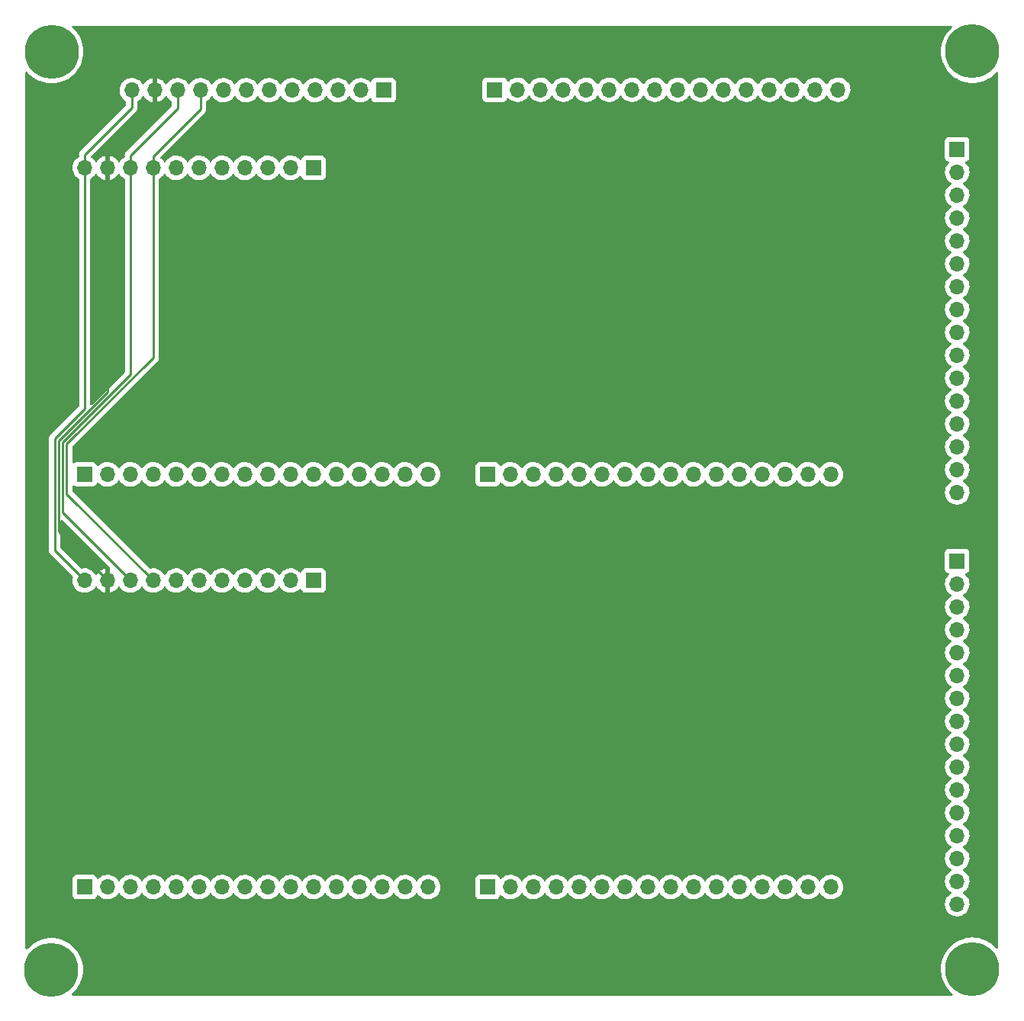
<source format=gbr>
%TF.GenerationSoftware,KiCad,Pcbnew,(6.0.0-0)*%
%TF.CreationDate,2022-01-19T10:54:38-05:00*%
%TF.ProjectId,Special-Purpose-Register-Backplane,53706563-6961-46c2-9d50-7572706f7365,rev?*%
%TF.SameCoordinates,Original*%
%TF.FileFunction,Copper,L2,Bot*%
%TF.FilePolarity,Positive*%
%FSLAX46Y46*%
G04 Gerber Fmt 4.6, Leading zero omitted, Abs format (unit mm)*
G04 Created by KiCad (PCBNEW (6.0.0-0)) date 2022-01-19 10:54:38*
%MOMM*%
%LPD*%
G01*
G04 APERTURE LIST*
%TA.AperFunction,ComponentPad*%
%ADD10R,1.700000X1.700000*%
%TD*%
%TA.AperFunction,ComponentPad*%
%ADD11O,1.700000X1.700000*%
%TD*%
%TA.AperFunction,ComponentPad*%
%ADD12C,0.800000*%
%TD*%
%TA.AperFunction,ComponentPad*%
%ADD13C,6.000000*%
%TD*%
%TA.AperFunction,Conductor*%
%ADD14C,0.250000*%
%TD*%
G04 APERTURE END LIST*
D10*
%TO.P,J1,1,Pin_1*%
%TO.N,unconnected-(J1-Pad1)*%
X135090000Y-34080000D03*
D11*
%TO.P,J1,2,Pin_2*%
%TO.N,unconnected-(J1-Pad2)*%
X132550000Y-34080000D03*
%TO.P,J1,3,Pin_3*%
%TO.N,~{PC_ADDR_OUT}*%
X130010000Y-34080000D03*
%TO.P,J1,4,Pin_4*%
%TO.N,~{PC_BUS_OUT}*%
X127470000Y-34080000D03*
%TO.P,J1,5,Pin_5*%
%TO.N,~{PC_LOAD}*%
X124930000Y-34080000D03*
%TO.P,J1,6,Pin_6*%
%TO.N,~{PC_INC}*%
X122390000Y-34080000D03*
%TO.P,J1,7,Pin_7*%
%TO.N,~{PC_DEC}*%
X119850000Y-34080000D03*
%TO.P,J1,8,Pin_8*%
%TO.N,RESET*%
X117310000Y-34080000D03*
%TO.P,J1,9,Pin_9*%
%TO.N,CLOCK*%
X114770000Y-34080000D03*
%TO.P,J1,10,Pin_10*%
%TO.N,GND*%
X112230000Y-34080000D03*
%TO.P,J1,11,Pin_11*%
%TO.N,VCC*%
X109690000Y-34080000D03*
%TD*%
D10*
%TO.P,J4,1,Pin_1*%
%TO.N,unconnected-(J4-Pad1)*%
X135100000Y-79900000D03*
D11*
%TO.P,J4,2,Pin_2*%
%TO.N,unconnected-(J4-Pad2)*%
X132560000Y-79900000D03*
%TO.P,J4,3,Pin_3*%
%TO.N,~{SP_ADDR_OUT}*%
X130020000Y-79900000D03*
%TO.P,J4,4,Pin_4*%
%TO.N,~{SP_BUS_OUT}*%
X127480000Y-79900000D03*
%TO.P,J4,5,Pin_5*%
%TO.N,~{SP_LOAD}*%
X124940000Y-79900000D03*
%TO.P,J4,6,Pin_6*%
%TO.N,~{SP_INC}*%
X122400000Y-79900000D03*
%TO.P,J4,7,Pin_7*%
%TO.N,~{SP_DEC}*%
X119860000Y-79900000D03*
%TO.P,J4,8,Pin_8*%
%TO.N,RESET*%
X117320000Y-79900000D03*
%TO.P,J4,9,Pin_9*%
%TO.N,CLOCK*%
X114780000Y-79900000D03*
%TO.P,J4,10,Pin_10*%
%TO.N,GND*%
X112240000Y-79900000D03*
%TO.P,J4,11,Pin_11*%
%TO.N,VCC*%
X109700000Y-79900000D03*
%TD*%
D12*
%TO.P,REF\u002A\u002A,1*%
%TO.N,N/C*%
X106000000Y-120850000D03*
X108250000Y-123100000D03*
X107590990Y-124690990D03*
X107590990Y-121509010D03*
X104409010Y-121509010D03*
D13*
X106000000Y-123100000D03*
D12*
X106000000Y-125350000D03*
X104409010Y-124690990D03*
X103750000Y-123100000D03*
%TD*%
D10*
%TO.P,J3,1,Pin_1*%
%TO.N,PC0*%
X154391000Y-68112000D03*
D11*
%TO.P,J3,2,Pin_2*%
%TO.N,PC1*%
X156931000Y-68112000D03*
%TO.P,J3,3,Pin_3*%
%TO.N,PC2*%
X159471000Y-68112000D03*
%TO.P,J3,4,Pin_4*%
%TO.N,PC3*%
X162011000Y-68112000D03*
%TO.P,J3,5,Pin_5*%
%TO.N,PC4*%
X164551000Y-68112000D03*
%TO.P,J3,6,Pin_6*%
%TO.N,PC5*%
X167091000Y-68112000D03*
%TO.P,J3,7,Pin_7*%
%TO.N,PC6*%
X169631000Y-68112000D03*
%TO.P,J3,8,Pin_8*%
%TO.N,PC7*%
X172171000Y-68112000D03*
%TO.P,J3,9,Pin_9*%
%TO.N,PC8*%
X174711000Y-68112000D03*
%TO.P,J3,10,Pin_10*%
%TO.N,PC9*%
X177251000Y-68112000D03*
%TO.P,J3,11,Pin_11*%
%TO.N,PC10*%
X179791000Y-68112000D03*
%TO.P,J3,12,Pin_12*%
%TO.N,PC11*%
X182331000Y-68112000D03*
%TO.P,J3,13,Pin_13*%
%TO.N,PC12*%
X184871000Y-68112000D03*
%TO.P,J3,14,Pin_14*%
%TO.N,PC13*%
X187411000Y-68112000D03*
%TO.P,J3,15,Pin_15*%
%TO.N,PC14*%
X189951000Y-68112000D03*
%TO.P,J3,16,Pin_16*%
%TO.N,PC15*%
X192491000Y-68112000D03*
%TD*%
D10*
%TO.P,J10,1,Pin_1*%
%TO.N,SP0*%
X206502000Y-77724000D03*
D11*
%TO.P,J10,2,Pin_2*%
%TO.N,SP1*%
X206502000Y-80264000D03*
%TO.P,J10,3,Pin_3*%
%TO.N,SP2*%
X206502000Y-82804000D03*
%TO.P,J10,4,Pin_4*%
%TO.N,SP3*%
X206502000Y-85344000D03*
%TO.P,J10,5,Pin_5*%
%TO.N,SP4*%
X206502000Y-87884000D03*
%TO.P,J10,6,Pin_6*%
%TO.N,SP5*%
X206502000Y-90424000D03*
%TO.P,J10,7,Pin_7*%
%TO.N,SP6*%
X206502000Y-92964000D03*
%TO.P,J10,8,Pin_8*%
%TO.N,SP7*%
X206502000Y-95504000D03*
%TO.P,J10,9,Pin_9*%
%TO.N,SP8*%
X206502000Y-98044000D03*
%TO.P,J10,10,Pin_10*%
%TO.N,SP9*%
X206502000Y-100584000D03*
%TO.P,J10,11,Pin_11*%
%TO.N,SP10*%
X206502000Y-103124000D03*
%TO.P,J10,12,Pin_12*%
%TO.N,SP11*%
X206502000Y-105664000D03*
%TO.P,J10,13,Pin_13*%
%TO.N,SP12*%
X206502000Y-108204000D03*
%TO.P,J10,14,Pin_14*%
%TO.N,SP13*%
X206502000Y-110744000D03*
%TO.P,J10,15,Pin_15*%
%TO.N,SP14*%
X206502000Y-113284000D03*
%TO.P,J10,16,Pin_16*%
%TO.N,SP15*%
X206502000Y-115824000D03*
%TD*%
D10*
%TO.P,J6,1,Pin_1*%
%TO.N,SP0*%
X154390000Y-113930000D03*
D11*
%TO.P,J6,2,Pin_2*%
%TO.N,SP1*%
X156930000Y-113930000D03*
%TO.P,J6,3,Pin_3*%
%TO.N,SP2*%
X159470000Y-113930000D03*
%TO.P,J6,4,Pin_4*%
%TO.N,SP3*%
X162010000Y-113930000D03*
%TO.P,J6,5,Pin_5*%
%TO.N,SP4*%
X164550000Y-113930000D03*
%TO.P,J6,6,Pin_6*%
%TO.N,SP5*%
X167090000Y-113930000D03*
%TO.P,J6,7,Pin_7*%
%TO.N,SP6*%
X169630000Y-113930000D03*
%TO.P,J6,8,Pin_8*%
%TO.N,SP7*%
X172170000Y-113930000D03*
%TO.P,J6,9,Pin_9*%
%TO.N,SP8*%
X174710000Y-113930000D03*
%TO.P,J6,10,Pin_10*%
%TO.N,SP9*%
X177250000Y-113930000D03*
%TO.P,J6,11,Pin_11*%
%TO.N,SP10*%
X179790000Y-113930000D03*
%TO.P,J6,12,Pin_12*%
%TO.N,SP11*%
X182330000Y-113930000D03*
%TO.P,J6,13,Pin_13*%
%TO.N,SP12*%
X184870000Y-113930000D03*
%TO.P,J6,14,Pin_14*%
%TO.N,SP13*%
X187410000Y-113930000D03*
%TO.P,J6,15,Pin_15*%
%TO.N,SP14*%
X189950000Y-113930000D03*
%TO.P,J6,16,Pin_16*%
%TO.N,SP15*%
X192490000Y-113930000D03*
%TD*%
D10*
%TO.P,J2,1,Pin_1*%
%TO.N,ADDR0*%
X109690000Y-68110000D03*
D11*
%TO.P,J2,2,Pin_2*%
%TO.N,ADDR1*%
X112230000Y-68110000D03*
%TO.P,J2,3,Pin_3*%
%TO.N,ADDR2*%
X114770000Y-68110000D03*
%TO.P,J2,4,Pin_4*%
%TO.N,ADDR3*%
X117310000Y-68110000D03*
%TO.P,J2,5,Pin_5*%
%TO.N,ADDR4*%
X119850000Y-68110000D03*
%TO.P,J2,6,Pin_6*%
%TO.N,ADDR5*%
X122390000Y-68110000D03*
%TO.P,J2,7,Pin_7*%
%TO.N,ADDR6*%
X124930000Y-68110000D03*
%TO.P,J2,8,Pin_8*%
%TO.N,ADDR7*%
X127470000Y-68110000D03*
%TO.P,J2,9,Pin_9*%
%TO.N,ADDR8*%
X130010000Y-68110000D03*
%TO.P,J2,10,Pin_10*%
%TO.N,ADDR9*%
X132550000Y-68110000D03*
%TO.P,J2,11,Pin_11*%
%TO.N,ADDR10*%
X135090000Y-68110000D03*
%TO.P,J2,12,Pin_12*%
%TO.N,ADDR11*%
X137630000Y-68110000D03*
%TO.P,J2,13,Pin_13*%
%TO.N,ADDR12*%
X140170000Y-68110000D03*
%TO.P,J2,14,Pin_14*%
%TO.N,ADDR13*%
X142710000Y-68110000D03*
%TO.P,J2,15,Pin_15*%
%TO.N,ADDR14*%
X145250000Y-68110000D03*
%TO.P,J2,16,Pin_16*%
%TO.N,ADDR15*%
X147790000Y-68110000D03*
%TD*%
D10*
%TO.P,J8,1,Pin_1*%
%TO.N,ADDR0*%
X155194000Y-25400000D03*
D11*
%TO.P,J8,2,Pin_2*%
%TO.N,ADDR1*%
X157734000Y-25400000D03*
%TO.P,J8,3,Pin_3*%
%TO.N,ADDR2*%
X160274000Y-25400000D03*
%TO.P,J8,4,Pin_4*%
%TO.N,ADDR3*%
X162814000Y-25400000D03*
%TO.P,J8,5,Pin_5*%
%TO.N,ADDR4*%
X165354000Y-25400000D03*
%TO.P,J8,6,Pin_6*%
%TO.N,ADDR5*%
X167894000Y-25400000D03*
%TO.P,J8,7,Pin_7*%
%TO.N,ADDR6*%
X170434000Y-25400000D03*
%TO.P,J8,8,Pin_8*%
%TO.N,ADDR7*%
X172974000Y-25400000D03*
%TO.P,J8,9,Pin_9*%
%TO.N,ADDR8*%
X175514000Y-25400000D03*
%TO.P,J8,10,Pin_10*%
%TO.N,ADDR9*%
X178054000Y-25400000D03*
%TO.P,J8,11,Pin_11*%
%TO.N,ADDR10*%
X180594000Y-25400000D03*
%TO.P,J8,12,Pin_12*%
%TO.N,ADDR11*%
X183134000Y-25400000D03*
%TO.P,J8,13,Pin_13*%
%TO.N,ADDR12*%
X185674000Y-25400000D03*
%TO.P,J8,14,Pin_14*%
%TO.N,ADDR13*%
X188214000Y-25400000D03*
%TO.P,J8,15,Pin_15*%
%TO.N,ADDR14*%
X190754000Y-25400000D03*
%TO.P,J8,16,Pin_16*%
%TO.N,ADDR15*%
X193294000Y-25400000D03*
%TD*%
D12*
%TO.P,REF\u002A\u002A,1*%
%TO.N,N/C*%
X208200000Y-18900000D03*
X210450000Y-21150000D03*
X209790990Y-22740990D03*
X209790990Y-19559010D03*
X206609010Y-19559010D03*
D13*
X208200000Y-21150000D03*
D12*
X208200000Y-23400000D03*
X206609010Y-22740990D03*
X205950000Y-21150000D03*
%TD*%
%TO.P,REF\u002A\u002A,1*%
%TO.N,N/C*%
X106025000Y-18925000D03*
X108275000Y-21175000D03*
X107615990Y-22765990D03*
X107615990Y-19584010D03*
X104434010Y-19584010D03*
D13*
X106025000Y-21175000D03*
D12*
X106025000Y-23425000D03*
X104434010Y-22765990D03*
X103775000Y-21175000D03*
%TD*%
D10*
%TO.P,J5,1,Pin_1*%
%TO.N,ADDR0*%
X109692000Y-113930000D03*
D11*
%TO.P,J5,2,Pin_2*%
%TO.N,ADDR1*%
X112232000Y-113930000D03*
%TO.P,J5,3,Pin_3*%
%TO.N,ADDR2*%
X114772000Y-113930000D03*
%TO.P,J5,4,Pin_4*%
%TO.N,ADDR3*%
X117312000Y-113930000D03*
%TO.P,J5,5,Pin_5*%
%TO.N,ADDR4*%
X119852000Y-113930000D03*
%TO.P,J5,6,Pin_6*%
%TO.N,ADDR5*%
X122392000Y-113930000D03*
%TO.P,J5,7,Pin_7*%
%TO.N,ADDR6*%
X124932000Y-113930000D03*
%TO.P,J5,8,Pin_8*%
%TO.N,ADDR7*%
X127472000Y-113930000D03*
%TO.P,J5,9,Pin_9*%
%TO.N,ADDR8*%
X130012000Y-113930000D03*
%TO.P,J5,10,Pin_10*%
%TO.N,ADDR9*%
X132552000Y-113930000D03*
%TO.P,J5,11,Pin_11*%
%TO.N,ADDR10*%
X135092000Y-113930000D03*
%TO.P,J5,12,Pin_12*%
%TO.N,ADDR11*%
X137632000Y-113930000D03*
%TO.P,J5,13,Pin_13*%
%TO.N,ADDR12*%
X140172000Y-113930000D03*
%TO.P,J5,14,Pin_14*%
%TO.N,ADDR13*%
X142712000Y-113930000D03*
%TO.P,J5,15,Pin_15*%
%TO.N,ADDR14*%
X145252000Y-113930000D03*
%TO.P,J5,16,Pin_16*%
%TO.N,ADDR15*%
X147792000Y-113930000D03*
%TD*%
D12*
%TO.P,REF\u002A\u002A,1*%
%TO.N,N/C*%
X208200000Y-120800000D03*
X210450000Y-123050000D03*
X209790990Y-124640990D03*
X209790990Y-121459010D03*
X206609010Y-121459010D03*
D13*
X208200000Y-123050000D03*
D12*
X208200000Y-125300000D03*
X206609010Y-124640990D03*
X205950000Y-123050000D03*
%TD*%
D10*
%TO.P,J9,1,Pin_1*%
%TO.N,PC0*%
X206502000Y-32004000D03*
D11*
%TO.P,J9,2,Pin_2*%
%TO.N,PC1*%
X206502000Y-34544000D03*
%TO.P,J9,3,Pin_3*%
%TO.N,PC2*%
X206502000Y-37084000D03*
%TO.P,J9,4,Pin_4*%
%TO.N,PC3*%
X206502000Y-39624000D03*
%TO.P,J9,5,Pin_5*%
%TO.N,PC4*%
X206502000Y-42164000D03*
%TO.P,J9,6,Pin_6*%
%TO.N,PC5*%
X206502000Y-44704000D03*
%TO.P,J9,7,Pin_7*%
%TO.N,PC6*%
X206502000Y-47244000D03*
%TO.P,J9,8,Pin_8*%
%TO.N,PC7*%
X206502000Y-49784000D03*
%TO.P,J9,9,Pin_9*%
%TO.N,PC8*%
X206502000Y-52324000D03*
%TO.P,J9,10,Pin_10*%
%TO.N,PC9*%
X206502000Y-54864000D03*
%TO.P,J9,11,Pin_11*%
%TO.N,PC10*%
X206502000Y-57404000D03*
%TO.P,J9,12,Pin_12*%
%TO.N,PC11*%
X206502000Y-59944000D03*
%TO.P,J9,13,Pin_13*%
%TO.N,PC12*%
X206502000Y-62484000D03*
%TO.P,J9,14,Pin_14*%
%TO.N,PC13*%
X206502000Y-65024000D03*
%TO.P,J9,15,Pin_15*%
%TO.N,PC14*%
X206502000Y-67564000D03*
%TO.P,J9,16,Pin_16*%
%TO.N,PC15*%
X206502000Y-70104000D03*
%TD*%
D10*
%TO.P,J7,1,Pin_1*%
%TO.N,~{PC_BUS_OUT}*%
X142850000Y-25450000D03*
D11*
%TO.P,J7,2,Pin_2*%
%TO.N,~{PC_LOAD}*%
X140310000Y-25450000D03*
%TO.P,J7,3,Pin_3*%
%TO.N,~{PC_INC}*%
X137770000Y-25450000D03*
%TO.P,J7,4,Pin_4*%
%TO.N,~{PC_DEC}*%
X135230000Y-25450000D03*
%TO.P,J7,5,Pin_5*%
%TO.N,~{SP_BUS_OUT}*%
X132690000Y-25450000D03*
%TO.P,J7,6,Pin_6*%
%TO.N,~{SP_LOAD}*%
X130150000Y-25450000D03*
%TO.P,J7,7,Pin_7*%
%TO.N,~{SP_INC}*%
X127610000Y-25450000D03*
%TO.P,J7,8,Pin_8*%
%TO.N,~{SP_DEC}*%
X125070000Y-25450000D03*
%TO.P,J7,9,Pin_9*%
%TO.N,RESET*%
X122530000Y-25450000D03*
%TO.P,J7,10,Pin_10*%
%TO.N,CLOCK*%
X119990000Y-25450000D03*
%TO.P,J7,11,Pin_11*%
%TO.N,GND*%
X117450000Y-25450000D03*
%TO.P,J7,12,Pin_12*%
%TO.N,VCC*%
X114910000Y-25450000D03*
%TD*%
D14*
%TO.N,RESET*%
X117310000Y-32765000D02*
X117310000Y-34080000D01*
X117310000Y-34080000D02*
X117310000Y-55136408D01*
X107699022Y-64747386D02*
X107699022Y-70279022D01*
X117310000Y-55136408D02*
X107699022Y-64747386D01*
X107699022Y-70279022D02*
X117320000Y-79900000D01*
X122530000Y-25450000D02*
X122530000Y-27545000D01*
X122530000Y-27545000D02*
X117310000Y-32765000D01*
%TO.N,CLOCK*%
X119990000Y-27460000D02*
X114770000Y-32680000D01*
X114770000Y-32680000D02*
X114770000Y-34080000D01*
X114770000Y-57040704D02*
X107249511Y-64561193D01*
X119990000Y-25450000D02*
X119990000Y-27460000D01*
X114770000Y-34080000D02*
X114770000Y-57040704D01*
X107249511Y-64561193D02*
X107249511Y-72369511D01*
X107249511Y-72369511D02*
X114780000Y-79900000D01*
%TO.N,GND*%
X112230000Y-34080000D02*
X112230000Y-58945000D01*
X112230000Y-32620000D02*
X112230000Y-34080000D01*
X117450000Y-25450000D02*
X117450000Y-27400000D01*
X106800000Y-64375000D02*
X106800000Y-74460000D01*
X117450000Y-27400000D02*
X112230000Y-32620000D01*
X112230000Y-58945000D02*
X106800000Y-64375000D01*
X106800000Y-74460000D02*
X112240000Y-79900000D01*
%TO.N,VCC*%
X114910000Y-27365000D02*
X109690000Y-32585000D01*
X106350000Y-64150000D02*
X106350000Y-76550000D01*
X109690000Y-32585000D02*
X109690000Y-34080000D01*
X109690000Y-34080000D02*
X109690000Y-60810000D01*
X114910000Y-25450000D02*
X114910000Y-27365000D01*
X106350000Y-76550000D02*
X109700000Y-79900000D01*
X109690000Y-60810000D02*
X106350000Y-64150000D01*
%TD*%
%TA.AperFunction,Conductor*%
%TO.N,GND*%
G36*
X205871522Y-18308002D02*
G01*
X205918015Y-18361658D01*
X205928119Y-18431932D01*
X205898625Y-18496512D01*
X205882695Y-18511920D01*
X205849133Y-18539098D01*
X205589098Y-18799133D01*
X205357668Y-19084925D01*
X205157380Y-19393343D01*
X205155885Y-19396277D01*
X205155881Y-19396284D01*
X205143143Y-19421284D01*
X204990427Y-19721006D01*
X204858639Y-20064326D01*
X204763459Y-20419541D01*
X204705931Y-20782759D01*
X204686685Y-21150000D01*
X204705931Y-21517241D01*
X204706444Y-21520481D01*
X204706445Y-21520489D01*
X204710405Y-21545489D01*
X204763459Y-21880459D01*
X204858639Y-22235674D01*
X204859824Y-22238762D01*
X204859825Y-22238764D01*
X204869422Y-22263764D01*
X204990427Y-22578994D01*
X205157380Y-22906657D01*
X205357668Y-23215075D01*
X205589098Y-23500867D01*
X205849133Y-23760902D01*
X206134925Y-23992332D01*
X206209787Y-24040948D01*
X206391783Y-24159137D01*
X206443342Y-24192620D01*
X206446276Y-24194115D01*
X206446283Y-24194119D01*
X206689022Y-24317800D01*
X206771006Y-24359573D01*
X206894219Y-24406870D01*
X207063647Y-24471907D01*
X207114326Y-24491361D01*
X207469541Y-24586541D01*
X207630643Y-24612057D01*
X207829511Y-24643555D01*
X207829519Y-24643556D01*
X207832759Y-24644069D01*
X208200000Y-24663315D01*
X208567241Y-24644069D01*
X208570481Y-24643556D01*
X208570489Y-24643555D01*
X208769357Y-24612057D01*
X208930459Y-24586541D01*
X209285674Y-24491361D01*
X209336354Y-24471907D01*
X209505781Y-24406870D01*
X209628994Y-24359573D01*
X209710978Y-24317800D01*
X209953717Y-24194119D01*
X209953724Y-24194115D01*
X209956658Y-24192620D01*
X210008218Y-24159137D01*
X210190213Y-24040948D01*
X210265075Y-23992332D01*
X210550867Y-23760902D01*
X210810902Y-23500867D01*
X210850082Y-23452484D01*
X210908494Y-23412134D01*
X210979451Y-23409768D01*
X211040423Y-23446141D01*
X211072051Y-23509703D01*
X211074000Y-23531780D01*
X211074000Y-120668220D01*
X211053998Y-120736341D01*
X211000342Y-120782834D01*
X210930068Y-120792938D01*
X210865488Y-120763444D01*
X210850086Y-120747522D01*
X210810902Y-120699133D01*
X210550867Y-120439098D01*
X210265075Y-120207668D01*
X210036420Y-120059178D01*
X209959427Y-120009178D01*
X209959424Y-120009176D01*
X209956658Y-120007380D01*
X209953724Y-120005885D01*
X209953717Y-120005881D01*
X209631934Y-119841925D01*
X209628994Y-119840427D01*
X209285674Y-119708639D01*
X208930459Y-119613459D01*
X208737442Y-119582888D01*
X208570489Y-119556445D01*
X208570481Y-119556444D01*
X208567241Y-119555931D01*
X208200000Y-119536685D01*
X207832759Y-119555931D01*
X207829519Y-119556444D01*
X207829511Y-119556445D01*
X207662558Y-119582888D01*
X207469541Y-119613459D01*
X207114326Y-119708639D01*
X206771006Y-119840427D01*
X206768066Y-119841925D01*
X206446284Y-120005881D01*
X206446277Y-120005885D01*
X206443343Y-120007380D01*
X206440577Y-120009176D01*
X206440574Y-120009178D01*
X206236482Y-120141716D01*
X206134925Y-120207668D01*
X205849133Y-120439098D01*
X205589098Y-120699133D01*
X205357668Y-120984925D01*
X205157380Y-121293343D01*
X205155885Y-121296277D01*
X205155881Y-121296284D01*
X205130405Y-121346284D01*
X204990427Y-121621006D01*
X204858639Y-121964326D01*
X204763459Y-122319541D01*
X204705931Y-122682759D01*
X204686685Y-123050000D01*
X204705931Y-123417241D01*
X204706444Y-123420481D01*
X204706445Y-123420489D01*
X204732888Y-123587442D01*
X204763459Y-123780459D01*
X204858639Y-124135674D01*
X204990427Y-124478994D01*
X205157380Y-124806657D01*
X205357668Y-125115075D01*
X205589098Y-125400867D01*
X205849133Y-125660902D01*
X205971610Y-125760082D01*
X206011960Y-125818494D01*
X206014326Y-125889451D01*
X205977953Y-125950423D01*
X205914391Y-125982051D01*
X205892314Y-125984000D01*
X108369431Y-125984000D01*
X108301310Y-125963998D01*
X108254817Y-125910342D01*
X108244713Y-125840068D01*
X108274207Y-125775488D01*
X108290129Y-125760087D01*
X108350867Y-125710902D01*
X108610902Y-125450867D01*
X108842332Y-125165075D01*
X109042620Y-124856657D01*
X109066686Y-124809426D01*
X109208075Y-124531934D01*
X109209573Y-124528994D01*
X109341361Y-124185674D01*
X109436541Y-123830459D01*
X109494069Y-123467241D01*
X109513315Y-123100000D01*
X109494069Y-122732759D01*
X109485636Y-122679511D01*
X109437057Y-122372802D01*
X109436541Y-122369541D01*
X109341361Y-122014326D01*
X109209573Y-121671006D01*
X109042620Y-121343343D01*
X108842332Y-121034925D01*
X108610902Y-120749133D01*
X108350867Y-120489098D01*
X108065075Y-120257668D01*
X107756658Y-120057380D01*
X107753724Y-120055885D01*
X107753717Y-120055881D01*
X107431934Y-119891925D01*
X107428994Y-119890427D01*
X107085674Y-119758639D01*
X106730459Y-119663459D01*
X106537442Y-119632888D01*
X106370489Y-119606445D01*
X106370481Y-119606444D01*
X106367241Y-119605931D01*
X106000000Y-119586685D01*
X105632759Y-119605931D01*
X105629519Y-119606444D01*
X105629511Y-119606445D01*
X105462558Y-119632888D01*
X105269541Y-119663459D01*
X104914326Y-119758639D01*
X104571006Y-119890427D01*
X104568066Y-119891925D01*
X104246284Y-120055881D01*
X104246277Y-120055885D01*
X104243343Y-120057380D01*
X103934925Y-120257668D01*
X103649133Y-120489098D01*
X103389098Y-120749133D01*
X103347918Y-120799986D01*
X103289507Y-120840336D01*
X103218549Y-120842702D01*
X103157578Y-120806329D01*
X103125949Y-120742767D01*
X103124000Y-120720690D01*
X103124000Y-115790695D01*
X205139251Y-115790695D01*
X205139548Y-115795848D01*
X205139548Y-115795851D01*
X205145011Y-115890590D01*
X205152110Y-116013715D01*
X205153247Y-116018761D01*
X205153248Y-116018767D01*
X205173119Y-116106939D01*
X205201222Y-116231639D01*
X205285266Y-116438616D01*
X205401987Y-116629088D01*
X205548250Y-116797938D01*
X205720126Y-116940632D01*
X205913000Y-117053338D01*
X206121692Y-117133030D01*
X206126760Y-117134061D01*
X206126763Y-117134062D01*
X206234017Y-117155883D01*
X206340597Y-117177567D01*
X206345772Y-117177757D01*
X206345774Y-117177757D01*
X206558673Y-117185564D01*
X206558677Y-117185564D01*
X206563837Y-117185753D01*
X206568957Y-117185097D01*
X206568959Y-117185097D01*
X206780288Y-117158025D01*
X206780289Y-117158025D01*
X206785416Y-117157368D01*
X206790366Y-117155883D01*
X206994429Y-117094661D01*
X206994434Y-117094659D01*
X206999384Y-117093174D01*
X207199994Y-116994896D01*
X207381860Y-116865173D01*
X207540096Y-116707489D01*
X207599594Y-116624689D01*
X207667435Y-116530277D01*
X207670453Y-116526077D01*
X207769430Y-116325811D01*
X207834370Y-116112069D01*
X207863529Y-115890590D01*
X207865156Y-115824000D01*
X207846852Y-115601361D01*
X207792431Y-115384702D01*
X207703354Y-115179840D01*
X207650339Y-115097892D01*
X207584822Y-114996617D01*
X207584820Y-114996614D01*
X207582014Y-114992277D01*
X207431670Y-114827051D01*
X207427619Y-114823852D01*
X207427615Y-114823848D01*
X207260414Y-114691800D01*
X207260410Y-114691798D01*
X207256359Y-114688598D01*
X207215053Y-114665796D01*
X207165084Y-114615364D01*
X207150312Y-114545921D01*
X207175428Y-114479516D01*
X207202780Y-114452909D01*
X207252169Y-114417680D01*
X207381860Y-114325173D01*
X207540096Y-114167489D01*
X207599594Y-114084689D01*
X207667435Y-113990277D01*
X207670453Y-113986077D01*
X207699826Y-113926646D01*
X207767136Y-113790453D01*
X207767137Y-113790451D01*
X207769430Y-113785811D01*
X207834370Y-113572069D01*
X207863529Y-113350590D01*
X207865156Y-113284000D01*
X207846852Y-113061361D01*
X207792431Y-112844702D01*
X207703354Y-112639840D01*
X207582014Y-112452277D01*
X207431670Y-112287051D01*
X207427619Y-112283852D01*
X207427615Y-112283848D01*
X207260414Y-112151800D01*
X207260410Y-112151798D01*
X207256359Y-112148598D01*
X207215053Y-112125796D01*
X207165084Y-112075364D01*
X207150312Y-112005921D01*
X207175428Y-111939516D01*
X207202780Y-111912909D01*
X207246603Y-111881650D01*
X207381860Y-111785173D01*
X207540096Y-111627489D01*
X207599594Y-111544689D01*
X207667435Y-111450277D01*
X207670453Y-111446077D01*
X207769430Y-111245811D01*
X207834370Y-111032069D01*
X207863529Y-110810590D01*
X207865156Y-110744000D01*
X207846852Y-110521361D01*
X207792431Y-110304702D01*
X207703354Y-110099840D01*
X207582014Y-109912277D01*
X207431670Y-109747051D01*
X207427619Y-109743852D01*
X207427615Y-109743848D01*
X207260414Y-109611800D01*
X207260410Y-109611798D01*
X207256359Y-109608598D01*
X207215053Y-109585796D01*
X207165084Y-109535364D01*
X207150312Y-109465921D01*
X207175428Y-109399516D01*
X207202780Y-109372909D01*
X207246603Y-109341650D01*
X207381860Y-109245173D01*
X207540096Y-109087489D01*
X207599594Y-109004689D01*
X207667435Y-108910277D01*
X207670453Y-108906077D01*
X207769430Y-108705811D01*
X207834370Y-108492069D01*
X207863529Y-108270590D01*
X207865156Y-108204000D01*
X207846852Y-107981361D01*
X207792431Y-107764702D01*
X207703354Y-107559840D01*
X207582014Y-107372277D01*
X207431670Y-107207051D01*
X207427619Y-107203852D01*
X207427615Y-107203848D01*
X207260414Y-107071800D01*
X207260410Y-107071798D01*
X207256359Y-107068598D01*
X207215053Y-107045796D01*
X207165084Y-106995364D01*
X207150312Y-106925921D01*
X207175428Y-106859516D01*
X207202780Y-106832909D01*
X207246603Y-106801650D01*
X207381860Y-106705173D01*
X207540096Y-106547489D01*
X207599594Y-106464689D01*
X207667435Y-106370277D01*
X207670453Y-106366077D01*
X207769430Y-106165811D01*
X207834370Y-105952069D01*
X207863529Y-105730590D01*
X207865156Y-105664000D01*
X207846852Y-105441361D01*
X207792431Y-105224702D01*
X207703354Y-105019840D01*
X207582014Y-104832277D01*
X207431670Y-104667051D01*
X207427619Y-104663852D01*
X207427615Y-104663848D01*
X207260414Y-104531800D01*
X207260410Y-104531798D01*
X207256359Y-104528598D01*
X207215053Y-104505796D01*
X207165084Y-104455364D01*
X207150312Y-104385921D01*
X207175428Y-104319516D01*
X207202780Y-104292909D01*
X207246603Y-104261650D01*
X207381860Y-104165173D01*
X207540096Y-104007489D01*
X207599594Y-103924689D01*
X207667435Y-103830277D01*
X207670453Y-103826077D01*
X207769430Y-103625811D01*
X207834370Y-103412069D01*
X207863529Y-103190590D01*
X207865156Y-103124000D01*
X207846852Y-102901361D01*
X207792431Y-102684702D01*
X207703354Y-102479840D01*
X207582014Y-102292277D01*
X207431670Y-102127051D01*
X207427619Y-102123852D01*
X207427615Y-102123848D01*
X207260414Y-101991800D01*
X207260410Y-101991798D01*
X207256359Y-101988598D01*
X207215053Y-101965796D01*
X207165084Y-101915364D01*
X207150312Y-101845921D01*
X207175428Y-101779516D01*
X207202780Y-101752909D01*
X207246603Y-101721650D01*
X207381860Y-101625173D01*
X207540096Y-101467489D01*
X207599594Y-101384689D01*
X207667435Y-101290277D01*
X207670453Y-101286077D01*
X207769430Y-101085811D01*
X207834370Y-100872069D01*
X207863529Y-100650590D01*
X207865156Y-100584000D01*
X207846852Y-100361361D01*
X207792431Y-100144702D01*
X207703354Y-99939840D01*
X207582014Y-99752277D01*
X207431670Y-99587051D01*
X207427619Y-99583852D01*
X207427615Y-99583848D01*
X207260414Y-99451800D01*
X207260410Y-99451798D01*
X207256359Y-99448598D01*
X207215053Y-99425796D01*
X207165084Y-99375364D01*
X207150312Y-99305921D01*
X207175428Y-99239516D01*
X207202780Y-99212909D01*
X207246603Y-99181650D01*
X207381860Y-99085173D01*
X207540096Y-98927489D01*
X207599594Y-98844689D01*
X207667435Y-98750277D01*
X207670453Y-98746077D01*
X207769430Y-98545811D01*
X207834370Y-98332069D01*
X207863529Y-98110590D01*
X207865156Y-98044000D01*
X207846852Y-97821361D01*
X207792431Y-97604702D01*
X207703354Y-97399840D01*
X207582014Y-97212277D01*
X207431670Y-97047051D01*
X207427619Y-97043852D01*
X207427615Y-97043848D01*
X207260414Y-96911800D01*
X207260410Y-96911798D01*
X207256359Y-96908598D01*
X207215053Y-96885796D01*
X207165084Y-96835364D01*
X207150312Y-96765921D01*
X207175428Y-96699516D01*
X207202780Y-96672909D01*
X207246603Y-96641650D01*
X207381860Y-96545173D01*
X207540096Y-96387489D01*
X207599594Y-96304689D01*
X207667435Y-96210277D01*
X207670453Y-96206077D01*
X207769430Y-96005811D01*
X207834370Y-95792069D01*
X207863529Y-95570590D01*
X207865156Y-95504000D01*
X207846852Y-95281361D01*
X207792431Y-95064702D01*
X207703354Y-94859840D01*
X207582014Y-94672277D01*
X207431670Y-94507051D01*
X207427619Y-94503852D01*
X207427615Y-94503848D01*
X207260414Y-94371800D01*
X207260410Y-94371798D01*
X207256359Y-94368598D01*
X207215053Y-94345796D01*
X207165084Y-94295364D01*
X207150312Y-94225921D01*
X207175428Y-94159516D01*
X207202780Y-94132909D01*
X207246603Y-94101650D01*
X207381860Y-94005173D01*
X207540096Y-93847489D01*
X207599594Y-93764689D01*
X207667435Y-93670277D01*
X207670453Y-93666077D01*
X207769430Y-93465811D01*
X207834370Y-93252069D01*
X207863529Y-93030590D01*
X207865156Y-92964000D01*
X207846852Y-92741361D01*
X207792431Y-92524702D01*
X207703354Y-92319840D01*
X207582014Y-92132277D01*
X207431670Y-91967051D01*
X207427619Y-91963852D01*
X207427615Y-91963848D01*
X207260414Y-91831800D01*
X207260410Y-91831798D01*
X207256359Y-91828598D01*
X207215053Y-91805796D01*
X207165084Y-91755364D01*
X207150312Y-91685921D01*
X207175428Y-91619516D01*
X207202780Y-91592909D01*
X207246603Y-91561650D01*
X207381860Y-91465173D01*
X207540096Y-91307489D01*
X207599594Y-91224689D01*
X207667435Y-91130277D01*
X207670453Y-91126077D01*
X207769430Y-90925811D01*
X207834370Y-90712069D01*
X207863529Y-90490590D01*
X207865156Y-90424000D01*
X207846852Y-90201361D01*
X207792431Y-89984702D01*
X207703354Y-89779840D01*
X207582014Y-89592277D01*
X207431670Y-89427051D01*
X207427619Y-89423852D01*
X207427615Y-89423848D01*
X207260414Y-89291800D01*
X207260410Y-89291798D01*
X207256359Y-89288598D01*
X207215053Y-89265796D01*
X207165084Y-89215364D01*
X207150312Y-89145921D01*
X207175428Y-89079516D01*
X207202780Y-89052909D01*
X207246603Y-89021650D01*
X207381860Y-88925173D01*
X207540096Y-88767489D01*
X207599594Y-88684689D01*
X207667435Y-88590277D01*
X207670453Y-88586077D01*
X207769430Y-88385811D01*
X207834370Y-88172069D01*
X207863529Y-87950590D01*
X207865156Y-87884000D01*
X207846852Y-87661361D01*
X207792431Y-87444702D01*
X207703354Y-87239840D01*
X207582014Y-87052277D01*
X207431670Y-86887051D01*
X207427619Y-86883852D01*
X207427615Y-86883848D01*
X207260414Y-86751800D01*
X207260410Y-86751798D01*
X207256359Y-86748598D01*
X207215053Y-86725796D01*
X207165084Y-86675364D01*
X207150312Y-86605921D01*
X207175428Y-86539516D01*
X207202780Y-86512909D01*
X207246603Y-86481650D01*
X207381860Y-86385173D01*
X207540096Y-86227489D01*
X207599594Y-86144689D01*
X207667435Y-86050277D01*
X207670453Y-86046077D01*
X207769430Y-85845811D01*
X207834370Y-85632069D01*
X207863529Y-85410590D01*
X207865156Y-85344000D01*
X207846852Y-85121361D01*
X207792431Y-84904702D01*
X207703354Y-84699840D01*
X207582014Y-84512277D01*
X207431670Y-84347051D01*
X207427619Y-84343852D01*
X207427615Y-84343848D01*
X207260414Y-84211800D01*
X207260410Y-84211798D01*
X207256359Y-84208598D01*
X207215053Y-84185796D01*
X207165084Y-84135364D01*
X207150312Y-84065921D01*
X207175428Y-83999516D01*
X207202780Y-83972909D01*
X207246603Y-83941650D01*
X207381860Y-83845173D01*
X207540096Y-83687489D01*
X207599594Y-83604689D01*
X207667435Y-83510277D01*
X207670453Y-83506077D01*
X207769430Y-83305811D01*
X207834370Y-83092069D01*
X207863529Y-82870590D01*
X207865156Y-82804000D01*
X207846852Y-82581361D01*
X207792431Y-82364702D01*
X207703354Y-82159840D01*
X207582014Y-81972277D01*
X207431670Y-81807051D01*
X207427619Y-81803852D01*
X207427615Y-81803848D01*
X207260414Y-81671800D01*
X207260410Y-81671798D01*
X207256359Y-81668598D01*
X207215053Y-81645796D01*
X207165084Y-81595364D01*
X207150312Y-81525921D01*
X207175428Y-81459516D01*
X207202780Y-81432909D01*
X207246603Y-81401650D01*
X207381860Y-81305173D01*
X207540096Y-81147489D01*
X207551815Y-81131181D01*
X207667435Y-80970277D01*
X207670453Y-80966077D01*
X207682762Y-80941173D01*
X207767136Y-80770453D01*
X207767137Y-80770451D01*
X207769430Y-80765811D01*
X207801900Y-80658940D01*
X207832865Y-80557023D01*
X207832865Y-80557021D01*
X207834370Y-80552069D01*
X207863529Y-80330590D01*
X207865156Y-80264000D01*
X207846852Y-80041361D01*
X207792431Y-79824702D01*
X207703354Y-79619840D01*
X207582014Y-79432277D01*
X207563023Y-79411406D01*
X207434798Y-79270488D01*
X207403746Y-79206642D01*
X207412141Y-79136143D01*
X207457317Y-79081375D01*
X207483761Y-79067706D01*
X207590297Y-79027767D01*
X207598705Y-79024615D01*
X207715261Y-78937261D01*
X207802615Y-78820705D01*
X207853745Y-78684316D01*
X207860500Y-78622134D01*
X207860500Y-76825866D01*
X207853745Y-76763684D01*
X207802615Y-76627295D01*
X207715261Y-76510739D01*
X207598705Y-76423385D01*
X207462316Y-76372255D01*
X207400134Y-76365500D01*
X205603866Y-76365500D01*
X205541684Y-76372255D01*
X205405295Y-76423385D01*
X205288739Y-76510739D01*
X205201385Y-76627295D01*
X205150255Y-76763684D01*
X205143500Y-76825866D01*
X205143500Y-78622134D01*
X205150255Y-78684316D01*
X205201385Y-78820705D01*
X205288739Y-78937261D01*
X205405295Y-79024615D01*
X205413704Y-79027767D01*
X205413705Y-79027768D01*
X205522451Y-79068535D01*
X205579216Y-79111176D01*
X205603916Y-79177738D01*
X205588709Y-79247087D01*
X205569316Y-79273568D01*
X205442629Y-79406138D01*
X205316743Y-79590680D01*
X205222688Y-79793305D01*
X205162989Y-80008570D01*
X205139251Y-80230695D01*
X205139548Y-80235848D01*
X205139548Y-80235851D01*
X205149117Y-80401811D01*
X205152110Y-80453715D01*
X205153247Y-80458761D01*
X205153248Y-80458767D01*
X205164756Y-80509829D01*
X205201222Y-80671639D01*
X205252586Y-80798134D01*
X205280840Y-80867715D01*
X205285266Y-80878616D01*
X205287965Y-80883020D01*
X205371190Y-81018831D01*
X205401987Y-81069088D01*
X205548250Y-81237938D01*
X205720126Y-81380632D01*
X205790595Y-81421811D01*
X205793445Y-81423476D01*
X205842169Y-81475114D01*
X205855240Y-81544897D01*
X205828509Y-81610669D01*
X205788055Y-81644027D01*
X205775607Y-81650507D01*
X205771474Y-81653610D01*
X205771471Y-81653612D01*
X205747247Y-81671800D01*
X205596965Y-81784635D01*
X205442629Y-81946138D01*
X205316743Y-82130680D01*
X205222688Y-82333305D01*
X205162989Y-82548570D01*
X205139251Y-82770695D01*
X205139548Y-82775848D01*
X205139548Y-82775851D01*
X205145011Y-82870590D01*
X205152110Y-82993715D01*
X205153247Y-82998761D01*
X205153248Y-82998767D01*
X205173119Y-83086939D01*
X205201222Y-83211639D01*
X205285266Y-83418616D01*
X205401987Y-83609088D01*
X205548250Y-83777938D01*
X205720126Y-83920632D01*
X205790595Y-83961811D01*
X205793445Y-83963476D01*
X205842169Y-84015114D01*
X205855240Y-84084897D01*
X205828509Y-84150669D01*
X205788055Y-84184027D01*
X205775607Y-84190507D01*
X205771474Y-84193610D01*
X205771471Y-84193612D01*
X205747247Y-84211800D01*
X205596965Y-84324635D01*
X205442629Y-84486138D01*
X205316743Y-84670680D01*
X205222688Y-84873305D01*
X205162989Y-85088570D01*
X205139251Y-85310695D01*
X205139548Y-85315848D01*
X205139548Y-85315851D01*
X205145011Y-85410590D01*
X205152110Y-85533715D01*
X205153247Y-85538761D01*
X205153248Y-85538767D01*
X205173119Y-85626939D01*
X205201222Y-85751639D01*
X205285266Y-85958616D01*
X205401987Y-86149088D01*
X205548250Y-86317938D01*
X205720126Y-86460632D01*
X205790595Y-86501811D01*
X205793445Y-86503476D01*
X205842169Y-86555114D01*
X205855240Y-86624897D01*
X205828509Y-86690669D01*
X205788055Y-86724027D01*
X205775607Y-86730507D01*
X205771474Y-86733610D01*
X205771471Y-86733612D01*
X205747247Y-86751800D01*
X205596965Y-86864635D01*
X205442629Y-87026138D01*
X205316743Y-87210680D01*
X205222688Y-87413305D01*
X205162989Y-87628570D01*
X205139251Y-87850695D01*
X205139548Y-87855848D01*
X205139548Y-87855851D01*
X205145011Y-87950590D01*
X205152110Y-88073715D01*
X205153247Y-88078761D01*
X205153248Y-88078767D01*
X205173119Y-88166939D01*
X205201222Y-88291639D01*
X205285266Y-88498616D01*
X205401987Y-88689088D01*
X205548250Y-88857938D01*
X205720126Y-89000632D01*
X205790595Y-89041811D01*
X205793445Y-89043476D01*
X205842169Y-89095114D01*
X205855240Y-89164897D01*
X205828509Y-89230669D01*
X205788055Y-89264027D01*
X205775607Y-89270507D01*
X205771474Y-89273610D01*
X205771471Y-89273612D01*
X205747247Y-89291800D01*
X205596965Y-89404635D01*
X205442629Y-89566138D01*
X205316743Y-89750680D01*
X205222688Y-89953305D01*
X205162989Y-90168570D01*
X205139251Y-90390695D01*
X205139548Y-90395848D01*
X205139548Y-90395851D01*
X205145011Y-90490590D01*
X205152110Y-90613715D01*
X205153247Y-90618761D01*
X205153248Y-90618767D01*
X205173119Y-90706939D01*
X205201222Y-90831639D01*
X205285266Y-91038616D01*
X205401987Y-91229088D01*
X205548250Y-91397938D01*
X205720126Y-91540632D01*
X205790595Y-91581811D01*
X205793445Y-91583476D01*
X205842169Y-91635114D01*
X205855240Y-91704897D01*
X205828509Y-91770669D01*
X205788055Y-91804027D01*
X205775607Y-91810507D01*
X205771474Y-91813610D01*
X205771471Y-91813612D01*
X205747247Y-91831800D01*
X205596965Y-91944635D01*
X205442629Y-92106138D01*
X205316743Y-92290680D01*
X205222688Y-92493305D01*
X205162989Y-92708570D01*
X205139251Y-92930695D01*
X205139548Y-92935848D01*
X205139548Y-92935851D01*
X205145011Y-93030590D01*
X205152110Y-93153715D01*
X205153247Y-93158761D01*
X205153248Y-93158767D01*
X205173119Y-93246939D01*
X205201222Y-93371639D01*
X205285266Y-93578616D01*
X205401987Y-93769088D01*
X205548250Y-93937938D01*
X205720126Y-94080632D01*
X205790595Y-94121811D01*
X205793445Y-94123476D01*
X205842169Y-94175114D01*
X205855240Y-94244897D01*
X205828509Y-94310669D01*
X205788055Y-94344027D01*
X205775607Y-94350507D01*
X205771474Y-94353610D01*
X205771471Y-94353612D01*
X205747247Y-94371800D01*
X205596965Y-94484635D01*
X205442629Y-94646138D01*
X205316743Y-94830680D01*
X205222688Y-95033305D01*
X205162989Y-95248570D01*
X205139251Y-95470695D01*
X205139548Y-95475848D01*
X205139548Y-95475851D01*
X205145011Y-95570590D01*
X205152110Y-95693715D01*
X205153247Y-95698761D01*
X205153248Y-95698767D01*
X205173119Y-95786939D01*
X205201222Y-95911639D01*
X205285266Y-96118616D01*
X205401987Y-96309088D01*
X205548250Y-96477938D01*
X205720126Y-96620632D01*
X205790595Y-96661811D01*
X205793445Y-96663476D01*
X205842169Y-96715114D01*
X205855240Y-96784897D01*
X205828509Y-96850669D01*
X205788055Y-96884027D01*
X205775607Y-96890507D01*
X205771474Y-96893610D01*
X205771471Y-96893612D01*
X205747247Y-96911800D01*
X205596965Y-97024635D01*
X205442629Y-97186138D01*
X205316743Y-97370680D01*
X205222688Y-97573305D01*
X205162989Y-97788570D01*
X205139251Y-98010695D01*
X205139548Y-98015848D01*
X205139548Y-98015851D01*
X205145011Y-98110590D01*
X205152110Y-98233715D01*
X205153247Y-98238761D01*
X205153248Y-98238767D01*
X205173119Y-98326939D01*
X205201222Y-98451639D01*
X205285266Y-98658616D01*
X205401987Y-98849088D01*
X205548250Y-99017938D01*
X205720126Y-99160632D01*
X205790595Y-99201811D01*
X205793445Y-99203476D01*
X205842169Y-99255114D01*
X205855240Y-99324897D01*
X205828509Y-99390669D01*
X205788055Y-99424027D01*
X205775607Y-99430507D01*
X205771474Y-99433610D01*
X205771471Y-99433612D01*
X205747247Y-99451800D01*
X205596965Y-99564635D01*
X205442629Y-99726138D01*
X205316743Y-99910680D01*
X205222688Y-100113305D01*
X205162989Y-100328570D01*
X205139251Y-100550695D01*
X205139548Y-100555848D01*
X205139548Y-100555851D01*
X205145011Y-100650590D01*
X205152110Y-100773715D01*
X205153247Y-100778761D01*
X205153248Y-100778767D01*
X205173119Y-100866939D01*
X205201222Y-100991639D01*
X205285266Y-101198616D01*
X205401987Y-101389088D01*
X205548250Y-101557938D01*
X205720126Y-101700632D01*
X205790595Y-101741811D01*
X205793445Y-101743476D01*
X205842169Y-101795114D01*
X205855240Y-101864897D01*
X205828509Y-101930669D01*
X205788055Y-101964027D01*
X205775607Y-101970507D01*
X205771474Y-101973610D01*
X205771471Y-101973612D01*
X205747247Y-101991800D01*
X205596965Y-102104635D01*
X205442629Y-102266138D01*
X205316743Y-102450680D01*
X205222688Y-102653305D01*
X205162989Y-102868570D01*
X205139251Y-103090695D01*
X205139548Y-103095848D01*
X205139548Y-103095851D01*
X205145011Y-103190590D01*
X205152110Y-103313715D01*
X205153247Y-103318761D01*
X205153248Y-103318767D01*
X205173119Y-103406939D01*
X205201222Y-103531639D01*
X205285266Y-103738616D01*
X205401987Y-103929088D01*
X205548250Y-104097938D01*
X205720126Y-104240632D01*
X205790595Y-104281811D01*
X205793445Y-104283476D01*
X205842169Y-104335114D01*
X205855240Y-104404897D01*
X205828509Y-104470669D01*
X205788055Y-104504027D01*
X205775607Y-104510507D01*
X205771474Y-104513610D01*
X205771471Y-104513612D01*
X205747247Y-104531800D01*
X205596965Y-104644635D01*
X205442629Y-104806138D01*
X205316743Y-104990680D01*
X205222688Y-105193305D01*
X205162989Y-105408570D01*
X205139251Y-105630695D01*
X205139548Y-105635848D01*
X205139548Y-105635851D01*
X205145011Y-105730590D01*
X205152110Y-105853715D01*
X205153247Y-105858761D01*
X205153248Y-105858767D01*
X205173119Y-105946939D01*
X205201222Y-106071639D01*
X205285266Y-106278616D01*
X205401987Y-106469088D01*
X205548250Y-106637938D01*
X205720126Y-106780632D01*
X205790595Y-106821811D01*
X205793445Y-106823476D01*
X205842169Y-106875114D01*
X205855240Y-106944897D01*
X205828509Y-107010669D01*
X205788055Y-107044027D01*
X205775607Y-107050507D01*
X205771474Y-107053610D01*
X205771471Y-107053612D01*
X205747247Y-107071800D01*
X205596965Y-107184635D01*
X205442629Y-107346138D01*
X205316743Y-107530680D01*
X205222688Y-107733305D01*
X205162989Y-107948570D01*
X205139251Y-108170695D01*
X205139548Y-108175848D01*
X205139548Y-108175851D01*
X205145011Y-108270590D01*
X205152110Y-108393715D01*
X205153247Y-108398761D01*
X205153248Y-108398767D01*
X205173119Y-108486939D01*
X205201222Y-108611639D01*
X205285266Y-108818616D01*
X205401987Y-109009088D01*
X205548250Y-109177938D01*
X205720126Y-109320632D01*
X205790595Y-109361811D01*
X205793445Y-109363476D01*
X205842169Y-109415114D01*
X205855240Y-109484897D01*
X205828509Y-109550669D01*
X205788055Y-109584027D01*
X205775607Y-109590507D01*
X205771474Y-109593610D01*
X205771471Y-109593612D01*
X205747247Y-109611800D01*
X205596965Y-109724635D01*
X205442629Y-109886138D01*
X205316743Y-110070680D01*
X205222688Y-110273305D01*
X205162989Y-110488570D01*
X205139251Y-110710695D01*
X205139548Y-110715848D01*
X205139548Y-110715851D01*
X205145011Y-110810590D01*
X205152110Y-110933715D01*
X205153247Y-110938761D01*
X205153248Y-110938767D01*
X205173119Y-111026939D01*
X205201222Y-111151639D01*
X205285266Y-111358616D01*
X205401987Y-111549088D01*
X205548250Y-111717938D01*
X205720126Y-111860632D01*
X205790595Y-111901811D01*
X205793445Y-111903476D01*
X205842169Y-111955114D01*
X205855240Y-112024897D01*
X205828509Y-112090669D01*
X205788055Y-112124027D01*
X205775607Y-112130507D01*
X205771474Y-112133610D01*
X205771471Y-112133612D01*
X205747247Y-112151800D01*
X205596965Y-112264635D01*
X205442629Y-112426138D01*
X205316743Y-112610680D01*
X205286540Y-112675747D01*
X205232531Y-112792101D01*
X205222688Y-112813305D01*
X205162989Y-113028570D01*
X205139251Y-113250695D01*
X205139548Y-113255848D01*
X205139548Y-113255851D01*
X205145011Y-113350590D01*
X205152110Y-113473715D01*
X205153247Y-113478761D01*
X205153248Y-113478767D01*
X205154868Y-113485954D01*
X205201222Y-113691639D01*
X205285266Y-113898616D01*
X205401987Y-114089088D01*
X205548250Y-114257938D01*
X205720126Y-114400632D01*
X205765005Y-114426857D01*
X205793445Y-114443476D01*
X205842169Y-114495114D01*
X205855240Y-114564897D01*
X205828509Y-114630669D01*
X205788055Y-114664027D01*
X205775607Y-114670507D01*
X205771474Y-114673610D01*
X205771471Y-114673612D01*
X205747247Y-114691800D01*
X205596965Y-114804635D01*
X205442629Y-114966138D01*
X205439715Y-114970410D01*
X205439714Y-114970411D01*
X205401313Y-115026705D01*
X205316743Y-115150680D01*
X205275253Y-115240062D01*
X205257193Y-115278971D01*
X205222688Y-115353305D01*
X205162989Y-115568570D01*
X205139251Y-115790695D01*
X103124000Y-115790695D01*
X103124000Y-114828134D01*
X108333500Y-114828134D01*
X108340255Y-114890316D01*
X108391385Y-115026705D01*
X108478739Y-115143261D01*
X108595295Y-115230615D01*
X108731684Y-115281745D01*
X108793866Y-115288500D01*
X110590134Y-115288500D01*
X110652316Y-115281745D01*
X110788705Y-115230615D01*
X110905261Y-115143261D01*
X110992615Y-115026705D01*
X110997346Y-115014086D01*
X111036598Y-114909382D01*
X111079240Y-114852618D01*
X111145802Y-114827918D01*
X111215150Y-114843126D01*
X111249817Y-114871114D01*
X111278250Y-114903938D01*
X111450126Y-115046632D01*
X111643000Y-115159338D01*
X111851692Y-115239030D01*
X111856760Y-115240061D01*
X111856763Y-115240062D01*
X111964017Y-115261883D01*
X112070597Y-115283567D01*
X112075772Y-115283757D01*
X112075774Y-115283757D01*
X112288673Y-115291564D01*
X112288677Y-115291564D01*
X112293837Y-115291753D01*
X112298957Y-115291097D01*
X112298959Y-115291097D01*
X112510288Y-115264025D01*
X112510289Y-115264025D01*
X112515416Y-115263368D01*
X112520366Y-115261883D01*
X112724429Y-115200661D01*
X112724434Y-115200659D01*
X112729384Y-115199174D01*
X112929994Y-115100896D01*
X113111860Y-114971173D01*
X113270096Y-114813489D01*
X113278690Y-114801530D01*
X113400453Y-114632077D01*
X113401776Y-114633028D01*
X113448645Y-114589857D01*
X113518580Y-114577625D01*
X113584026Y-114605144D01*
X113611875Y-114636994D01*
X113671987Y-114735088D01*
X113818250Y-114903938D01*
X113990126Y-115046632D01*
X114183000Y-115159338D01*
X114391692Y-115239030D01*
X114396760Y-115240061D01*
X114396763Y-115240062D01*
X114504017Y-115261883D01*
X114610597Y-115283567D01*
X114615772Y-115283757D01*
X114615774Y-115283757D01*
X114828673Y-115291564D01*
X114828677Y-115291564D01*
X114833837Y-115291753D01*
X114838957Y-115291097D01*
X114838959Y-115291097D01*
X115050288Y-115264025D01*
X115050289Y-115264025D01*
X115055416Y-115263368D01*
X115060366Y-115261883D01*
X115264429Y-115200661D01*
X115264434Y-115200659D01*
X115269384Y-115199174D01*
X115469994Y-115100896D01*
X115651860Y-114971173D01*
X115810096Y-114813489D01*
X115818690Y-114801530D01*
X115940453Y-114632077D01*
X115941776Y-114633028D01*
X115988645Y-114589857D01*
X116058580Y-114577625D01*
X116124026Y-114605144D01*
X116151875Y-114636994D01*
X116211987Y-114735088D01*
X116358250Y-114903938D01*
X116530126Y-115046632D01*
X116723000Y-115159338D01*
X116931692Y-115239030D01*
X116936760Y-115240061D01*
X116936763Y-115240062D01*
X117044017Y-115261883D01*
X117150597Y-115283567D01*
X117155772Y-115283757D01*
X117155774Y-115283757D01*
X117368673Y-115291564D01*
X117368677Y-115291564D01*
X117373837Y-115291753D01*
X117378957Y-115291097D01*
X117378959Y-115291097D01*
X117590288Y-115264025D01*
X117590289Y-115264025D01*
X117595416Y-115263368D01*
X117600366Y-115261883D01*
X117804429Y-115200661D01*
X117804434Y-115200659D01*
X117809384Y-115199174D01*
X118009994Y-115100896D01*
X118191860Y-114971173D01*
X118350096Y-114813489D01*
X118358690Y-114801530D01*
X118480453Y-114632077D01*
X118481776Y-114633028D01*
X118528645Y-114589857D01*
X118598580Y-114577625D01*
X118664026Y-114605144D01*
X118691875Y-114636994D01*
X118751987Y-114735088D01*
X118898250Y-114903938D01*
X119070126Y-115046632D01*
X119263000Y-115159338D01*
X119471692Y-115239030D01*
X119476760Y-115240061D01*
X119476763Y-115240062D01*
X119584017Y-115261883D01*
X119690597Y-115283567D01*
X119695772Y-115283757D01*
X119695774Y-115283757D01*
X119908673Y-115291564D01*
X119908677Y-115291564D01*
X119913837Y-115291753D01*
X119918957Y-115291097D01*
X119918959Y-115291097D01*
X120130288Y-115264025D01*
X120130289Y-115264025D01*
X120135416Y-115263368D01*
X120140366Y-115261883D01*
X120344429Y-115200661D01*
X120344434Y-115200659D01*
X120349384Y-115199174D01*
X120549994Y-115100896D01*
X120731860Y-114971173D01*
X120890096Y-114813489D01*
X120898690Y-114801530D01*
X121020453Y-114632077D01*
X121021776Y-114633028D01*
X121068645Y-114589857D01*
X121138580Y-114577625D01*
X121204026Y-114605144D01*
X121231875Y-114636994D01*
X121291987Y-114735088D01*
X121438250Y-114903938D01*
X121610126Y-115046632D01*
X121803000Y-115159338D01*
X122011692Y-115239030D01*
X122016760Y-115240061D01*
X122016763Y-115240062D01*
X122124017Y-115261883D01*
X122230597Y-115283567D01*
X122235772Y-115283757D01*
X122235774Y-115283757D01*
X122448673Y-115291564D01*
X122448677Y-115291564D01*
X122453837Y-115291753D01*
X122458957Y-115291097D01*
X122458959Y-115291097D01*
X122670288Y-115264025D01*
X122670289Y-115264025D01*
X122675416Y-115263368D01*
X122680366Y-115261883D01*
X122884429Y-115200661D01*
X122884434Y-115200659D01*
X122889384Y-115199174D01*
X123089994Y-115100896D01*
X123271860Y-114971173D01*
X123430096Y-114813489D01*
X123438690Y-114801530D01*
X123560453Y-114632077D01*
X123561776Y-114633028D01*
X123608645Y-114589857D01*
X123678580Y-114577625D01*
X123744026Y-114605144D01*
X123771875Y-114636994D01*
X123831987Y-114735088D01*
X123978250Y-114903938D01*
X124150126Y-115046632D01*
X124343000Y-115159338D01*
X124551692Y-115239030D01*
X124556760Y-115240061D01*
X124556763Y-115240062D01*
X124664017Y-115261883D01*
X124770597Y-115283567D01*
X124775772Y-115283757D01*
X124775774Y-115283757D01*
X124988673Y-115291564D01*
X124988677Y-115291564D01*
X124993837Y-115291753D01*
X124998957Y-115291097D01*
X124998959Y-115291097D01*
X125210288Y-115264025D01*
X125210289Y-115264025D01*
X125215416Y-115263368D01*
X125220366Y-115261883D01*
X125424429Y-115200661D01*
X125424434Y-115200659D01*
X125429384Y-115199174D01*
X125629994Y-115100896D01*
X125811860Y-114971173D01*
X125970096Y-114813489D01*
X125978690Y-114801530D01*
X126100453Y-114632077D01*
X126101776Y-114633028D01*
X126148645Y-114589857D01*
X126218580Y-114577625D01*
X126284026Y-114605144D01*
X126311875Y-114636994D01*
X126371987Y-114735088D01*
X126518250Y-114903938D01*
X126690126Y-115046632D01*
X126883000Y-115159338D01*
X127091692Y-115239030D01*
X127096760Y-115240061D01*
X127096763Y-115240062D01*
X127204017Y-115261883D01*
X127310597Y-115283567D01*
X127315772Y-115283757D01*
X127315774Y-115283757D01*
X127528673Y-115291564D01*
X127528677Y-115291564D01*
X127533837Y-115291753D01*
X127538957Y-115291097D01*
X127538959Y-115291097D01*
X127750288Y-115264025D01*
X127750289Y-115264025D01*
X127755416Y-115263368D01*
X127760366Y-115261883D01*
X127964429Y-115200661D01*
X127964434Y-115200659D01*
X127969384Y-115199174D01*
X128169994Y-115100896D01*
X128351860Y-114971173D01*
X128510096Y-114813489D01*
X128518690Y-114801530D01*
X128640453Y-114632077D01*
X128641776Y-114633028D01*
X128688645Y-114589857D01*
X128758580Y-114577625D01*
X128824026Y-114605144D01*
X128851875Y-114636994D01*
X128911987Y-114735088D01*
X129058250Y-114903938D01*
X129230126Y-115046632D01*
X129423000Y-115159338D01*
X129631692Y-115239030D01*
X129636760Y-115240061D01*
X129636763Y-115240062D01*
X129744017Y-115261883D01*
X129850597Y-115283567D01*
X129855772Y-115283757D01*
X129855774Y-115283757D01*
X130068673Y-115291564D01*
X130068677Y-115291564D01*
X130073837Y-115291753D01*
X130078957Y-115291097D01*
X130078959Y-115291097D01*
X130290288Y-115264025D01*
X130290289Y-115264025D01*
X130295416Y-115263368D01*
X130300366Y-115261883D01*
X130504429Y-115200661D01*
X130504434Y-115200659D01*
X130509384Y-115199174D01*
X130709994Y-115100896D01*
X130891860Y-114971173D01*
X131050096Y-114813489D01*
X131058690Y-114801530D01*
X131180453Y-114632077D01*
X131181776Y-114633028D01*
X131228645Y-114589857D01*
X131298580Y-114577625D01*
X131364026Y-114605144D01*
X131391875Y-114636994D01*
X131451987Y-114735088D01*
X131598250Y-114903938D01*
X131770126Y-115046632D01*
X131963000Y-115159338D01*
X132171692Y-115239030D01*
X132176760Y-115240061D01*
X132176763Y-115240062D01*
X132284017Y-115261883D01*
X132390597Y-115283567D01*
X132395772Y-115283757D01*
X132395774Y-115283757D01*
X132608673Y-115291564D01*
X132608677Y-115291564D01*
X132613837Y-115291753D01*
X132618957Y-115291097D01*
X132618959Y-115291097D01*
X132830288Y-115264025D01*
X132830289Y-115264025D01*
X132835416Y-115263368D01*
X132840366Y-115261883D01*
X133044429Y-115200661D01*
X133044434Y-115200659D01*
X133049384Y-115199174D01*
X133249994Y-115100896D01*
X133431860Y-114971173D01*
X133590096Y-114813489D01*
X133598690Y-114801530D01*
X133720453Y-114632077D01*
X133721776Y-114633028D01*
X133768645Y-114589857D01*
X133838580Y-114577625D01*
X133904026Y-114605144D01*
X133931875Y-114636994D01*
X133991987Y-114735088D01*
X134138250Y-114903938D01*
X134310126Y-115046632D01*
X134503000Y-115159338D01*
X134711692Y-115239030D01*
X134716760Y-115240061D01*
X134716763Y-115240062D01*
X134824017Y-115261883D01*
X134930597Y-115283567D01*
X134935772Y-115283757D01*
X134935774Y-115283757D01*
X135148673Y-115291564D01*
X135148677Y-115291564D01*
X135153837Y-115291753D01*
X135158957Y-115291097D01*
X135158959Y-115291097D01*
X135370288Y-115264025D01*
X135370289Y-115264025D01*
X135375416Y-115263368D01*
X135380366Y-115261883D01*
X135584429Y-115200661D01*
X135584434Y-115200659D01*
X135589384Y-115199174D01*
X135789994Y-115100896D01*
X135971860Y-114971173D01*
X136130096Y-114813489D01*
X136138690Y-114801530D01*
X136260453Y-114632077D01*
X136261776Y-114633028D01*
X136308645Y-114589857D01*
X136378580Y-114577625D01*
X136444026Y-114605144D01*
X136471875Y-114636994D01*
X136531987Y-114735088D01*
X136678250Y-114903938D01*
X136850126Y-115046632D01*
X137043000Y-115159338D01*
X137251692Y-115239030D01*
X137256760Y-115240061D01*
X137256763Y-115240062D01*
X137364017Y-115261883D01*
X137470597Y-115283567D01*
X137475772Y-115283757D01*
X137475774Y-115283757D01*
X137688673Y-115291564D01*
X137688677Y-115291564D01*
X137693837Y-115291753D01*
X137698957Y-115291097D01*
X137698959Y-115291097D01*
X137910288Y-115264025D01*
X137910289Y-115264025D01*
X137915416Y-115263368D01*
X137920366Y-115261883D01*
X138124429Y-115200661D01*
X138124434Y-115200659D01*
X138129384Y-115199174D01*
X138329994Y-115100896D01*
X138511860Y-114971173D01*
X138670096Y-114813489D01*
X138678690Y-114801530D01*
X138800453Y-114632077D01*
X138801776Y-114633028D01*
X138848645Y-114589857D01*
X138918580Y-114577625D01*
X138984026Y-114605144D01*
X139011875Y-114636994D01*
X139071987Y-114735088D01*
X139218250Y-114903938D01*
X139390126Y-115046632D01*
X139583000Y-115159338D01*
X139791692Y-115239030D01*
X139796760Y-115240061D01*
X139796763Y-115240062D01*
X139904017Y-115261883D01*
X140010597Y-115283567D01*
X140015772Y-115283757D01*
X140015774Y-115283757D01*
X140228673Y-115291564D01*
X140228677Y-115291564D01*
X140233837Y-115291753D01*
X140238957Y-115291097D01*
X140238959Y-115291097D01*
X140450288Y-115264025D01*
X140450289Y-115264025D01*
X140455416Y-115263368D01*
X140460366Y-115261883D01*
X140664429Y-115200661D01*
X140664434Y-115200659D01*
X140669384Y-115199174D01*
X140869994Y-115100896D01*
X141051860Y-114971173D01*
X141210096Y-114813489D01*
X141218690Y-114801530D01*
X141340453Y-114632077D01*
X141341776Y-114633028D01*
X141388645Y-114589857D01*
X141458580Y-114577625D01*
X141524026Y-114605144D01*
X141551875Y-114636994D01*
X141611987Y-114735088D01*
X141758250Y-114903938D01*
X141930126Y-115046632D01*
X142123000Y-115159338D01*
X142331692Y-115239030D01*
X142336760Y-115240061D01*
X142336763Y-115240062D01*
X142444017Y-115261883D01*
X142550597Y-115283567D01*
X142555772Y-115283757D01*
X142555774Y-115283757D01*
X142768673Y-115291564D01*
X142768677Y-115291564D01*
X142773837Y-115291753D01*
X142778957Y-115291097D01*
X142778959Y-115291097D01*
X142990288Y-115264025D01*
X142990289Y-115264025D01*
X142995416Y-115263368D01*
X143000366Y-115261883D01*
X143204429Y-115200661D01*
X143204434Y-115200659D01*
X143209384Y-115199174D01*
X143409994Y-115100896D01*
X143591860Y-114971173D01*
X143750096Y-114813489D01*
X143758690Y-114801530D01*
X143880453Y-114632077D01*
X143881776Y-114633028D01*
X143928645Y-114589857D01*
X143998580Y-114577625D01*
X144064026Y-114605144D01*
X144091875Y-114636994D01*
X144151987Y-114735088D01*
X144298250Y-114903938D01*
X144470126Y-115046632D01*
X144663000Y-115159338D01*
X144871692Y-115239030D01*
X144876760Y-115240061D01*
X144876763Y-115240062D01*
X144984017Y-115261883D01*
X145090597Y-115283567D01*
X145095772Y-115283757D01*
X145095774Y-115283757D01*
X145308673Y-115291564D01*
X145308677Y-115291564D01*
X145313837Y-115291753D01*
X145318957Y-115291097D01*
X145318959Y-115291097D01*
X145530288Y-115264025D01*
X145530289Y-115264025D01*
X145535416Y-115263368D01*
X145540366Y-115261883D01*
X145744429Y-115200661D01*
X145744434Y-115200659D01*
X145749384Y-115199174D01*
X145949994Y-115100896D01*
X146131860Y-114971173D01*
X146290096Y-114813489D01*
X146298690Y-114801530D01*
X146420453Y-114632077D01*
X146421776Y-114633028D01*
X146468645Y-114589857D01*
X146538580Y-114577625D01*
X146604026Y-114605144D01*
X146631875Y-114636994D01*
X146691987Y-114735088D01*
X146838250Y-114903938D01*
X147010126Y-115046632D01*
X147203000Y-115159338D01*
X147411692Y-115239030D01*
X147416760Y-115240061D01*
X147416763Y-115240062D01*
X147524017Y-115261883D01*
X147630597Y-115283567D01*
X147635772Y-115283757D01*
X147635774Y-115283757D01*
X147848673Y-115291564D01*
X147848677Y-115291564D01*
X147853837Y-115291753D01*
X147858957Y-115291097D01*
X147858959Y-115291097D01*
X148070288Y-115264025D01*
X148070289Y-115264025D01*
X148075416Y-115263368D01*
X148080366Y-115261883D01*
X148284429Y-115200661D01*
X148284434Y-115200659D01*
X148289384Y-115199174D01*
X148489994Y-115100896D01*
X148671860Y-114971173D01*
X148815400Y-114828134D01*
X153031500Y-114828134D01*
X153038255Y-114890316D01*
X153089385Y-115026705D01*
X153176739Y-115143261D01*
X153293295Y-115230615D01*
X153429684Y-115281745D01*
X153491866Y-115288500D01*
X155288134Y-115288500D01*
X155350316Y-115281745D01*
X155486705Y-115230615D01*
X155603261Y-115143261D01*
X155690615Y-115026705D01*
X155695346Y-115014086D01*
X155734598Y-114909382D01*
X155777240Y-114852618D01*
X155843802Y-114827918D01*
X155913150Y-114843126D01*
X155947817Y-114871114D01*
X155976250Y-114903938D01*
X156148126Y-115046632D01*
X156341000Y-115159338D01*
X156549692Y-115239030D01*
X156554760Y-115240061D01*
X156554763Y-115240062D01*
X156662017Y-115261883D01*
X156768597Y-115283567D01*
X156773772Y-115283757D01*
X156773774Y-115283757D01*
X156986673Y-115291564D01*
X156986677Y-115291564D01*
X156991837Y-115291753D01*
X156996957Y-115291097D01*
X156996959Y-115291097D01*
X157208288Y-115264025D01*
X157208289Y-115264025D01*
X157213416Y-115263368D01*
X157218366Y-115261883D01*
X157422429Y-115200661D01*
X157422434Y-115200659D01*
X157427384Y-115199174D01*
X157627994Y-115100896D01*
X157809860Y-114971173D01*
X157968096Y-114813489D01*
X157976690Y-114801530D01*
X158098453Y-114632077D01*
X158099776Y-114633028D01*
X158146645Y-114589857D01*
X158216580Y-114577625D01*
X158282026Y-114605144D01*
X158309875Y-114636994D01*
X158369987Y-114735088D01*
X158516250Y-114903938D01*
X158688126Y-115046632D01*
X158881000Y-115159338D01*
X159089692Y-115239030D01*
X159094760Y-115240061D01*
X159094763Y-115240062D01*
X159202017Y-115261883D01*
X159308597Y-115283567D01*
X159313772Y-115283757D01*
X159313774Y-115283757D01*
X159526673Y-115291564D01*
X159526677Y-115291564D01*
X159531837Y-115291753D01*
X159536957Y-115291097D01*
X159536959Y-115291097D01*
X159748288Y-115264025D01*
X159748289Y-115264025D01*
X159753416Y-115263368D01*
X159758366Y-115261883D01*
X159962429Y-115200661D01*
X159962434Y-115200659D01*
X159967384Y-115199174D01*
X160167994Y-115100896D01*
X160349860Y-114971173D01*
X160508096Y-114813489D01*
X160516690Y-114801530D01*
X160638453Y-114632077D01*
X160639776Y-114633028D01*
X160686645Y-114589857D01*
X160756580Y-114577625D01*
X160822026Y-114605144D01*
X160849875Y-114636994D01*
X160909987Y-114735088D01*
X161056250Y-114903938D01*
X161228126Y-115046632D01*
X161421000Y-115159338D01*
X161629692Y-115239030D01*
X161634760Y-115240061D01*
X161634763Y-115240062D01*
X161742017Y-115261883D01*
X161848597Y-115283567D01*
X161853772Y-115283757D01*
X161853774Y-115283757D01*
X162066673Y-115291564D01*
X162066677Y-115291564D01*
X162071837Y-115291753D01*
X162076957Y-115291097D01*
X162076959Y-115291097D01*
X162288288Y-115264025D01*
X162288289Y-115264025D01*
X162293416Y-115263368D01*
X162298366Y-115261883D01*
X162502429Y-115200661D01*
X162502434Y-115200659D01*
X162507384Y-115199174D01*
X162707994Y-115100896D01*
X162889860Y-114971173D01*
X163048096Y-114813489D01*
X163056690Y-114801530D01*
X163178453Y-114632077D01*
X163179776Y-114633028D01*
X163226645Y-114589857D01*
X163296580Y-114577625D01*
X163362026Y-114605144D01*
X163389875Y-114636994D01*
X163449987Y-114735088D01*
X163596250Y-114903938D01*
X163768126Y-115046632D01*
X163961000Y-115159338D01*
X164169692Y-115239030D01*
X164174760Y-115240061D01*
X164174763Y-115240062D01*
X164282017Y-115261883D01*
X164388597Y-115283567D01*
X164393772Y-115283757D01*
X164393774Y-115283757D01*
X164606673Y-115291564D01*
X164606677Y-115291564D01*
X164611837Y-115291753D01*
X164616957Y-115291097D01*
X164616959Y-115291097D01*
X164828288Y-115264025D01*
X164828289Y-115264025D01*
X164833416Y-115263368D01*
X164838366Y-115261883D01*
X165042429Y-115200661D01*
X165042434Y-115200659D01*
X165047384Y-115199174D01*
X165247994Y-115100896D01*
X165429860Y-114971173D01*
X165588096Y-114813489D01*
X165596690Y-114801530D01*
X165718453Y-114632077D01*
X165719776Y-114633028D01*
X165766645Y-114589857D01*
X165836580Y-114577625D01*
X165902026Y-114605144D01*
X165929875Y-114636994D01*
X165989987Y-114735088D01*
X166136250Y-114903938D01*
X166308126Y-115046632D01*
X166501000Y-115159338D01*
X166709692Y-115239030D01*
X166714760Y-115240061D01*
X166714763Y-115240062D01*
X166822017Y-115261883D01*
X166928597Y-115283567D01*
X166933772Y-115283757D01*
X166933774Y-115283757D01*
X167146673Y-115291564D01*
X167146677Y-115291564D01*
X167151837Y-115291753D01*
X167156957Y-115291097D01*
X167156959Y-115291097D01*
X167368288Y-115264025D01*
X167368289Y-115264025D01*
X167373416Y-115263368D01*
X167378366Y-115261883D01*
X167582429Y-115200661D01*
X167582434Y-115200659D01*
X167587384Y-115199174D01*
X167787994Y-115100896D01*
X167969860Y-114971173D01*
X168128096Y-114813489D01*
X168136690Y-114801530D01*
X168258453Y-114632077D01*
X168259776Y-114633028D01*
X168306645Y-114589857D01*
X168376580Y-114577625D01*
X168442026Y-114605144D01*
X168469875Y-114636994D01*
X168529987Y-114735088D01*
X168676250Y-114903938D01*
X168848126Y-115046632D01*
X169041000Y-115159338D01*
X169249692Y-115239030D01*
X169254760Y-115240061D01*
X169254763Y-115240062D01*
X169362017Y-115261883D01*
X169468597Y-115283567D01*
X169473772Y-115283757D01*
X169473774Y-115283757D01*
X169686673Y-115291564D01*
X169686677Y-115291564D01*
X169691837Y-115291753D01*
X169696957Y-115291097D01*
X169696959Y-115291097D01*
X169908288Y-115264025D01*
X169908289Y-115264025D01*
X169913416Y-115263368D01*
X169918366Y-115261883D01*
X170122429Y-115200661D01*
X170122434Y-115200659D01*
X170127384Y-115199174D01*
X170327994Y-115100896D01*
X170509860Y-114971173D01*
X170668096Y-114813489D01*
X170676690Y-114801530D01*
X170798453Y-114632077D01*
X170799776Y-114633028D01*
X170846645Y-114589857D01*
X170916580Y-114577625D01*
X170982026Y-114605144D01*
X171009875Y-114636994D01*
X171069987Y-114735088D01*
X171216250Y-114903938D01*
X171388126Y-115046632D01*
X171581000Y-115159338D01*
X171789692Y-115239030D01*
X171794760Y-115240061D01*
X171794763Y-115240062D01*
X171902017Y-115261883D01*
X172008597Y-115283567D01*
X172013772Y-115283757D01*
X172013774Y-115283757D01*
X172226673Y-115291564D01*
X172226677Y-115291564D01*
X172231837Y-115291753D01*
X172236957Y-115291097D01*
X172236959Y-115291097D01*
X172448288Y-115264025D01*
X172448289Y-115264025D01*
X172453416Y-115263368D01*
X172458366Y-115261883D01*
X172662429Y-115200661D01*
X172662434Y-115200659D01*
X172667384Y-115199174D01*
X172867994Y-115100896D01*
X173049860Y-114971173D01*
X173208096Y-114813489D01*
X173216690Y-114801530D01*
X173338453Y-114632077D01*
X173339776Y-114633028D01*
X173386645Y-114589857D01*
X173456580Y-114577625D01*
X173522026Y-114605144D01*
X173549875Y-114636994D01*
X173609987Y-114735088D01*
X173756250Y-114903938D01*
X173928126Y-115046632D01*
X174121000Y-115159338D01*
X174329692Y-115239030D01*
X174334760Y-115240061D01*
X174334763Y-115240062D01*
X174442017Y-115261883D01*
X174548597Y-115283567D01*
X174553772Y-115283757D01*
X174553774Y-115283757D01*
X174766673Y-115291564D01*
X174766677Y-115291564D01*
X174771837Y-115291753D01*
X174776957Y-115291097D01*
X174776959Y-115291097D01*
X174988288Y-115264025D01*
X174988289Y-115264025D01*
X174993416Y-115263368D01*
X174998366Y-115261883D01*
X175202429Y-115200661D01*
X175202434Y-115200659D01*
X175207384Y-115199174D01*
X175407994Y-115100896D01*
X175589860Y-114971173D01*
X175748096Y-114813489D01*
X175756690Y-114801530D01*
X175878453Y-114632077D01*
X175879776Y-114633028D01*
X175926645Y-114589857D01*
X175996580Y-114577625D01*
X176062026Y-114605144D01*
X176089875Y-114636994D01*
X176149987Y-114735088D01*
X176296250Y-114903938D01*
X176468126Y-115046632D01*
X176661000Y-115159338D01*
X176869692Y-115239030D01*
X176874760Y-115240061D01*
X176874763Y-115240062D01*
X176982017Y-115261883D01*
X177088597Y-115283567D01*
X177093772Y-115283757D01*
X177093774Y-115283757D01*
X177306673Y-115291564D01*
X177306677Y-115291564D01*
X177311837Y-115291753D01*
X177316957Y-115291097D01*
X177316959Y-115291097D01*
X177528288Y-115264025D01*
X177528289Y-115264025D01*
X177533416Y-115263368D01*
X177538366Y-115261883D01*
X177742429Y-115200661D01*
X177742434Y-115200659D01*
X177747384Y-115199174D01*
X177947994Y-115100896D01*
X178129860Y-114971173D01*
X178288096Y-114813489D01*
X178296690Y-114801530D01*
X178418453Y-114632077D01*
X178419776Y-114633028D01*
X178466645Y-114589857D01*
X178536580Y-114577625D01*
X178602026Y-114605144D01*
X178629875Y-114636994D01*
X178689987Y-114735088D01*
X178836250Y-114903938D01*
X179008126Y-115046632D01*
X179201000Y-115159338D01*
X179409692Y-115239030D01*
X179414760Y-115240061D01*
X179414763Y-115240062D01*
X179522017Y-115261883D01*
X179628597Y-115283567D01*
X179633772Y-115283757D01*
X179633774Y-115283757D01*
X179846673Y-115291564D01*
X179846677Y-115291564D01*
X179851837Y-115291753D01*
X179856957Y-115291097D01*
X179856959Y-115291097D01*
X180068288Y-115264025D01*
X180068289Y-115264025D01*
X180073416Y-115263368D01*
X180078366Y-115261883D01*
X180282429Y-115200661D01*
X180282434Y-115200659D01*
X180287384Y-115199174D01*
X180487994Y-115100896D01*
X180669860Y-114971173D01*
X180828096Y-114813489D01*
X180836690Y-114801530D01*
X180958453Y-114632077D01*
X180959776Y-114633028D01*
X181006645Y-114589857D01*
X181076580Y-114577625D01*
X181142026Y-114605144D01*
X181169875Y-114636994D01*
X181229987Y-114735088D01*
X181376250Y-114903938D01*
X181548126Y-115046632D01*
X181741000Y-115159338D01*
X181949692Y-115239030D01*
X181954760Y-115240061D01*
X181954763Y-115240062D01*
X182062017Y-115261883D01*
X182168597Y-115283567D01*
X182173772Y-115283757D01*
X182173774Y-115283757D01*
X182386673Y-115291564D01*
X182386677Y-115291564D01*
X182391837Y-115291753D01*
X182396957Y-115291097D01*
X182396959Y-115291097D01*
X182608288Y-115264025D01*
X182608289Y-115264025D01*
X182613416Y-115263368D01*
X182618366Y-115261883D01*
X182822429Y-115200661D01*
X182822434Y-115200659D01*
X182827384Y-115199174D01*
X183027994Y-115100896D01*
X183209860Y-114971173D01*
X183368096Y-114813489D01*
X183376690Y-114801530D01*
X183498453Y-114632077D01*
X183499776Y-114633028D01*
X183546645Y-114589857D01*
X183616580Y-114577625D01*
X183682026Y-114605144D01*
X183709875Y-114636994D01*
X183769987Y-114735088D01*
X183916250Y-114903938D01*
X184088126Y-115046632D01*
X184281000Y-115159338D01*
X184489692Y-115239030D01*
X184494760Y-115240061D01*
X184494763Y-115240062D01*
X184602017Y-115261883D01*
X184708597Y-115283567D01*
X184713772Y-115283757D01*
X184713774Y-115283757D01*
X184926673Y-115291564D01*
X184926677Y-115291564D01*
X184931837Y-115291753D01*
X184936957Y-115291097D01*
X184936959Y-115291097D01*
X185148288Y-115264025D01*
X185148289Y-115264025D01*
X185153416Y-115263368D01*
X185158366Y-115261883D01*
X185362429Y-115200661D01*
X185362434Y-115200659D01*
X185367384Y-115199174D01*
X185567994Y-115100896D01*
X185749860Y-114971173D01*
X185908096Y-114813489D01*
X185916690Y-114801530D01*
X186038453Y-114632077D01*
X186039776Y-114633028D01*
X186086645Y-114589857D01*
X186156580Y-114577625D01*
X186222026Y-114605144D01*
X186249875Y-114636994D01*
X186309987Y-114735088D01*
X186456250Y-114903938D01*
X186628126Y-115046632D01*
X186821000Y-115159338D01*
X187029692Y-115239030D01*
X187034760Y-115240061D01*
X187034763Y-115240062D01*
X187142017Y-115261883D01*
X187248597Y-115283567D01*
X187253772Y-115283757D01*
X187253774Y-115283757D01*
X187466673Y-115291564D01*
X187466677Y-115291564D01*
X187471837Y-115291753D01*
X187476957Y-115291097D01*
X187476959Y-115291097D01*
X187688288Y-115264025D01*
X187688289Y-115264025D01*
X187693416Y-115263368D01*
X187698366Y-115261883D01*
X187902429Y-115200661D01*
X187902434Y-115200659D01*
X187907384Y-115199174D01*
X188107994Y-115100896D01*
X188289860Y-114971173D01*
X188448096Y-114813489D01*
X188456690Y-114801530D01*
X188578453Y-114632077D01*
X188579776Y-114633028D01*
X188626645Y-114589857D01*
X188696580Y-114577625D01*
X188762026Y-114605144D01*
X188789875Y-114636994D01*
X188849987Y-114735088D01*
X188996250Y-114903938D01*
X189168126Y-115046632D01*
X189361000Y-115159338D01*
X189569692Y-115239030D01*
X189574760Y-115240061D01*
X189574763Y-115240062D01*
X189682017Y-115261883D01*
X189788597Y-115283567D01*
X189793772Y-115283757D01*
X189793774Y-115283757D01*
X190006673Y-115291564D01*
X190006677Y-115291564D01*
X190011837Y-115291753D01*
X190016957Y-115291097D01*
X190016959Y-115291097D01*
X190228288Y-115264025D01*
X190228289Y-115264025D01*
X190233416Y-115263368D01*
X190238366Y-115261883D01*
X190442429Y-115200661D01*
X190442434Y-115200659D01*
X190447384Y-115199174D01*
X190647994Y-115100896D01*
X190829860Y-114971173D01*
X190988096Y-114813489D01*
X190996690Y-114801530D01*
X191118453Y-114632077D01*
X191119776Y-114633028D01*
X191166645Y-114589857D01*
X191236580Y-114577625D01*
X191302026Y-114605144D01*
X191329875Y-114636994D01*
X191389987Y-114735088D01*
X191536250Y-114903938D01*
X191708126Y-115046632D01*
X191901000Y-115159338D01*
X192109692Y-115239030D01*
X192114760Y-115240061D01*
X192114763Y-115240062D01*
X192222017Y-115261883D01*
X192328597Y-115283567D01*
X192333772Y-115283757D01*
X192333774Y-115283757D01*
X192546673Y-115291564D01*
X192546677Y-115291564D01*
X192551837Y-115291753D01*
X192556957Y-115291097D01*
X192556959Y-115291097D01*
X192768288Y-115264025D01*
X192768289Y-115264025D01*
X192773416Y-115263368D01*
X192778366Y-115261883D01*
X192982429Y-115200661D01*
X192982434Y-115200659D01*
X192987384Y-115199174D01*
X193187994Y-115100896D01*
X193369860Y-114971173D01*
X193528096Y-114813489D01*
X193536690Y-114801530D01*
X193655435Y-114636277D01*
X193658453Y-114632077D01*
X193679320Y-114589857D01*
X193755136Y-114436453D01*
X193755137Y-114436451D01*
X193757430Y-114431811D01*
X193822370Y-114218069D01*
X193851529Y-113996590D01*
X193853156Y-113930000D01*
X193834852Y-113707361D01*
X193780431Y-113490702D01*
X193691354Y-113285840D01*
X193570014Y-113098277D01*
X193419670Y-112933051D01*
X193415619Y-112929852D01*
X193415615Y-112929848D01*
X193248414Y-112797800D01*
X193248410Y-112797798D01*
X193244359Y-112794598D01*
X193048789Y-112686638D01*
X193043920Y-112684914D01*
X193043916Y-112684912D01*
X192843087Y-112613795D01*
X192843083Y-112613794D01*
X192838212Y-112612069D01*
X192833119Y-112611162D01*
X192833116Y-112611161D01*
X192623373Y-112573800D01*
X192623367Y-112573799D01*
X192618284Y-112572894D01*
X192544452Y-112571992D01*
X192400081Y-112570228D01*
X192400079Y-112570228D01*
X192394911Y-112570165D01*
X192174091Y-112603955D01*
X191961756Y-112673357D01*
X191763607Y-112776507D01*
X191759474Y-112779610D01*
X191759471Y-112779612D01*
X191666096Y-112849720D01*
X191584965Y-112910635D01*
X191581393Y-112914373D01*
X191467355Y-113033707D01*
X191430629Y-113072138D01*
X191323201Y-113229621D01*
X191268293Y-113274621D01*
X191197768Y-113282792D01*
X191134021Y-113251538D01*
X191113324Y-113227054D01*
X191032822Y-113102617D01*
X191032820Y-113102614D01*
X191030014Y-113098277D01*
X190879670Y-112933051D01*
X190875619Y-112929852D01*
X190875615Y-112929848D01*
X190708414Y-112797800D01*
X190708410Y-112797798D01*
X190704359Y-112794598D01*
X190508789Y-112686638D01*
X190503920Y-112684914D01*
X190503916Y-112684912D01*
X190303087Y-112613795D01*
X190303083Y-112613794D01*
X190298212Y-112612069D01*
X190293119Y-112611162D01*
X190293116Y-112611161D01*
X190083373Y-112573800D01*
X190083367Y-112573799D01*
X190078284Y-112572894D01*
X190004452Y-112571992D01*
X189860081Y-112570228D01*
X189860079Y-112570228D01*
X189854911Y-112570165D01*
X189634091Y-112603955D01*
X189421756Y-112673357D01*
X189223607Y-112776507D01*
X189219474Y-112779610D01*
X189219471Y-112779612D01*
X189126096Y-112849720D01*
X189044965Y-112910635D01*
X189041393Y-112914373D01*
X188927355Y-113033707D01*
X188890629Y-113072138D01*
X188783201Y-113229621D01*
X188728293Y-113274621D01*
X188657768Y-113282792D01*
X188594021Y-113251538D01*
X188573324Y-113227054D01*
X188492822Y-113102617D01*
X188492820Y-113102614D01*
X188490014Y-113098277D01*
X188339670Y-112933051D01*
X188335619Y-112929852D01*
X188335615Y-112929848D01*
X188168414Y-112797800D01*
X188168410Y-112797798D01*
X188164359Y-112794598D01*
X187968789Y-112686638D01*
X187963920Y-112684914D01*
X187963916Y-112684912D01*
X187763087Y-112613795D01*
X187763083Y-112613794D01*
X187758212Y-112612069D01*
X187753119Y-112611162D01*
X187753116Y-112611161D01*
X187543373Y-112573800D01*
X187543367Y-112573799D01*
X187538284Y-112572894D01*
X187464452Y-112571992D01*
X187320081Y-112570228D01*
X187320079Y-112570228D01*
X187314911Y-112570165D01*
X187094091Y-112603955D01*
X186881756Y-112673357D01*
X186683607Y-112776507D01*
X186679474Y-112779610D01*
X186679471Y-112779612D01*
X186586096Y-112849720D01*
X186504965Y-112910635D01*
X186501393Y-112914373D01*
X186387355Y-113033707D01*
X186350629Y-113072138D01*
X186243201Y-113229621D01*
X186188293Y-113274621D01*
X186117768Y-113282792D01*
X186054021Y-113251538D01*
X186033324Y-113227054D01*
X185952822Y-113102617D01*
X185952820Y-113102614D01*
X185950014Y-113098277D01*
X185799670Y-112933051D01*
X185795619Y-112929852D01*
X185795615Y-112929848D01*
X185628414Y-112797800D01*
X185628410Y-112797798D01*
X185624359Y-112794598D01*
X185428789Y-112686638D01*
X185423920Y-112684914D01*
X185423916Y-112684912D01*
X185223087Y-112613795D01*
X185223083Y-112613794D01*
X185218212Y-112612069D01*
X185213119Y-112611162D01*
X185213116Y-112611161D01*
X185003373Y-112573800D01*
X185003367Y-112573799D01*
X184998284Y-112572894D01*
X184924452Y-112571992D01*
X184780081Y-112570228D01*
X184780079Y-112570228D01*
X184774911Y-112570165D01*
X184554091Y-112603955D01*
X184341756Y-112673357D01*
X184143607Y-112776507D01*
X184139474Y-112779610D01*
X184139471Y-112779612D01*
X184046096Y-112849720D01*
X183964965Y-112910635D01*
X183961393Y-112914373D01*
X183847355Y-113033707D01*
X183810629Y-113072138D01*
X183703201Y-113229621D01*
X183648293Y-113274621D01*
X183577768Y-113282792D01*
X183514021Y-113251538D01*
X183493324Y-113227054D01*
X183412822Y-113102617D01*
X183412820Y-113102614D01*
X183410014Y-113098277D01*
X183259670Y-112933051D01*
X183255619Y-112929852D01*
X183255615Y-112929848D01*
X183088414Y-112797800D01*
X183088410Y-112797798D01*
X183084359Y-112794598D01*
X182888789Y-112686638D01*
X182883920Y-112684914D01*
X182883916Y-112684912D01*
X182683087Y-112613795D01*
X182683083Y-112613794D01*
X182678212Y-112612069D01*
X182673119Y-112611162D01*
X182673116Y-112611161D01*
X182463373Y-112573800D01*
X182463367Y-112573799D01*
X182458284Y-112572894D01*
X182384452Y-112571992D01*
X182240081Y-112570228D01*
X182240079Y-112570228D01*
X182234911Y-112570165D01*
X182014091Y-112603955D01*
X181801756Y-112673357D01*
X181603607Y-112776507D01*
X181599474Y-112779610D01*
X181599471Y-112779612D01*
X181506096Y-112849720D01*
X181424965Y-112910635D01*
X181421393Y-112914373D01*
X181307355Y-113033707D01*
X181270629Y-113072138D01*
X181163201Y-113229621D01*
X181108293Y-113274621D01*
X181037768Y-113282792D01*
X180974021Y-113251538D01*
X180953324Y-113227054D01*
X180872822Y-113102617D01*
X180872820Y-113102614D01*
X180870014Y-113098277D01*
X180719670Y-112933051D01*
X180715619Y-112929852D01*
X180715615Y-112929848D01*
X180548414Y-112797800D01*
X180548410Y-112797798D01*
X180544359Y-112794598D01*
X180348789Y-112686638D01*
X180343920Y-112684914D01*
X180343916Y-112684912D01*
X180143087Y-112613795D01*
X180143083Y-112613794D01*
X180138212Y-112612069D01*
X180133119Y-112611162D01*
X180133116Y-112611161D01*
X179923373Y-112573800D01*
X179923367Y-112573799D01*
X179918284Y-112572894D01*
X179844452Y-112571992D01*
X179700081Y-112570228D01*
X179700079Y-112570228D01*
X179694911Y-112570165D01*
X179474091Y-112603955D01*
X179261756Y-112673357D01*
X179063607Y-112776507D01*
X179059474Y-112779610D01*
X179059471Y-112779612D01*
X178966096Y-112849720D01*
X178884965Y-112910635D01*
X178881393Y-112914373D01*
X178767355Y-113033707D01*
X178730629Y-113072138D01*
X178623201Y-113229621D01*
X178568293Y-113274621D01*
X178497768Y-113282792D01*
X178434021Y-113251538D01*
X178413324Y-113227054D01*
X178332822Y-113102617D01*
X178332820Y-113102614D01*
X178330014Y-113098277D01*
X178179670Y-112933051D01*
X178175619Y-112929852D01*
X178175615Y-112929848D01*
X178008414Y-112797800D01*
X178008410Y-112797798D01*
X178004359Y-112794598D01*
X177808789Y-112686638D01*
X177803920Y-112684914D01*
X177803916Y-112684912D01*
X177603087Y-112613795D01*
X177603083Y-112613794D01*
X177598212Y-112612069D01*
X177593119Y-112611162D01*
X177593116Y-112611161D01*
X177383373Y-112573800D01*
X177383367Y-112573799D01*
X177378284Y-112572894D01*
X177304452Y-112571992D01*
X177160081Y-112570228D01*
X177160079Y-112570228D01*
X177154911Y-112570165D01*
X176934091Y-112603955D01*
X176721756Y-112673357D01*
X176523607Y-112776507D01*
X176519474Y-112779610D01*
X176519471Y-112779612D01*
X176426096Y-112849720D01*
X176344965Y-112910635D01*
X176341393Y-112914373D01*
X176227355Y-113033707D01*
X176190629Y-113072138D01*
X176083201Y-113229621D01*
X176028293Y-113274621D01*
X175957768Y-113282792D01*
X175894021Y-113251538D01*
X175873324Y-113227054D01*
X175792822Y-113102617D01*
X175792820Y-113102614D01*
X175790014Y-113098277D01*
X175639670Y-112933051D01*
X175635619Y-112929852D01*
X175635615Y-112929848D01*
X175468414Y-112797800D01*
X175468410Y-112797798D01*
X175464359Y-112794598D01*
X175268789Y-112686638D01*
X175263920Y-112684914D01*
X175263916Y-112684912D01*
X175063087Y-112613795D01*
X175063083Y-112613794D01*
X175058212Y-112612069D01*
X175053119Y-112611162D01*
X175053116Y-112611161D01*
X174843373Y-112573800D01*
X174843367Y-112573799D01*
X174838284Y-112572894D01*
X174764452Y-112571992D01*
X174620081Y-112570228D01*
X174620079Y-112570228D01*
X174614911Y-112570165D01*
X174394091Y-112603955D01*
X174181756Y-112673357D01*
X173983607Y-112776507D01*
X173979474Y-112779610D01*
X173979471Y-112779612D01*
X173886096Y-112849720D01*
X173804965Y-112910635D01*
X173801393Y-112914373D01*
X173687355Y-113033707D01*
X173650629Y-113072138D01*
X173543201Y-113229621D01*
X173488293Y-113274621D01*
X173417768Y-113282792D01*
X173354021Y-113251538D01*
X173333324Y-113227054D01*
X173252822Y-113102617D01*
X173252820Y-113102614D01*
X173250014Y-113098277D01*
X173099670Y-112933051D01*
X173095619Y-112929852D01*
X173095615Y-112929848D01*
X172928414Y-112797800D01*
X172928410Y-112797798D01*
X172924359Y-112794598D01*
X172728789Y-112686638D01*
X172723920Y-112684914D01*
X172723916Y-112684912D01*
X172523087Y-112613795D01*
X172523083Y-112613794D01*
X172518212Y-112612069D01*
X172513119Y-112611162D01*
X172513116Y-112611161D01*
X172303373Y-112573800D01*
X172303367Y-112573799D01*
X172298284Y-112572894D01*
X172224452Y-112571992D01*
X172080081Y-112570228D01*
X172080079Y-112570228D01*
X172074911Y-112570165D01*
X171854091Y-112603955D01*
X171641756Y-112673357D01*
X171443607Y-112776507D01*
X171439474Y-112779610D01*
X171439471Y-112779612D01*
X171346096Y-112849720D01*
X171264965Y-112910635D01*
X171261393Y-112914373D01*
X171147355Y-113033707D01*
X171110629Y-113072138D01*
X171003201Y-113229621D01*
X170948293Y-113274621D01*
X170877768Y-113282792D01*
X170814021Y-113251538D01*
X170793324Y-113227054D01*
X170712822Y-113102617D01*
X170712820Y-113102614D01*
X170710014Y-113098277D01*
X170559670Y-112933051D01*
X170555619Y-112929852D01*
X170555615Y-112929848D01*
X170388414Y-112797800D01*
X170388410Y-112797798D01*
X170384359Y-112794598D01*
X170188789Y-112686638D01*
X170183920Y-112684914D01*
X170183916Y-112684912D01*
X169983087Y-112613795D01*
X169983083Y-112613794D01*
X169978212Y-112612069D01*
X169973119Y-112611162D01*
X169973116Y-112611161D01*
X169763373Y-112573800D01*
X169763367Y-112573799D01*
X169758284Y-112572894D01*
X169684452Y-112571992D01*
X169540081Y-112570228D01*
X169540079Y-112570228D01*
X169534911Y-112570165D01*
X169314091Y-112603955D01*
X169101756Y-112673357D01*
X168903607Y-112776507D01*
X168899474Y-112779610D01*
X168899471Y-112779612D01*
X168806096Y-112849720D01*
X168724965Y-112910635D01*
X168721393Y-112914373D01*
X168607355Y-113033707D01*
X168570629Y-113072138D01*
X168463201Y-113229621D01*
X168408293Y-113274621D01*
X168337768Y-113282792D01*
X168274021Y-113251538D01*
X168253324Y-113227054D01*
X168172822Y-113102617D01*
X168172820Y-113102614D01*
X168170014Y-113098277D01*
X168019670Y-112933051D01*
X168015619Y-112929852D01*
X168015615Y-112929848D01*
X167848414Y-112797800D01*
X167848410Y-112797798D01*
X167844359Y-112794598D01*
X167648789Y-112686638D01*
X167643920Y-112684914D01*
X167643916Y-112684912D01*
X167443087Y-112613795D01*
X167443083Y-112613794D01*
X167438212Y-112612069D01*
X167433119Y-112611162D01*
X167433116Y-112611161D01*
X167223373Y-112573800D01*
X167223367Y-112573799D01*
X167218284Y-112572894D01*
X167144452Y-112571992D01*
X167000081Y-112570228D01*
X167000079Y-112570228D01*
X166994911Y-112570165D01*
X166774091Y-112603955D01*
X166561756Y-112673357D01*
X166363607Y-112776507D01*
X166359474Y-112779610D01*
X166359471Y-112779612D01*
X166266096Y-112849720D01*
X166184965Y-112910635D01*
X166181393Y-112914373D01*
X166067355Y-113033707D01*
X166030629Y-113072138D01*
X165923201Y-113229621D01*
X165868293Y-113274621D01*
X165797768Y-113282792D01*
X165734021Y-113251538D01*
X165713324Y-113227054D01*
X165632822Y-113102617D01*
X165632820Y-113102614D01*
X165630014Y-113098277D01*
X165479670Y-112933051D01*
X165475619Y-112929852D01*
X165475615Y-112929848D01*
X165308414Y-112797800D01*
X165308410Y-112797798D01*
X165304359Y-112794598D01*
X165108789Y-112686638D01*
X165103920Y-112684914D01*
X165103916Y-112684912D01*
X164903087Y-112613795D01*
X164903083Y-112613794D01*
X164898212Y-112612069D01*
X164893119Y-112611162D01*
X164893116Y-112611161D01*
X164683373Y-112573800D01*
X164683367Y-112573799D01*
X164678284Y-112572894D01*
X164604452Y-112571992D01*
X164460081Y-112570228D01*
X164460079Y-112570228D01*
X164454911Y-112570165D01*
X164234091Y-112603955D01*
X164021756Y-112673357D01*
X163823607Y-112776507D01*
X163819474Y-112779610D01*
X163819471Y-112779612D01*
X163726096Y-112849720D01*
X163644965Y-112910635D01*
X163641393Y-112914373D01*
X163527355Y-113033707D01*
X163490629Y-113072138D01*
X163383201Y-113229621D01*
X163328293Y-113274621D01*
X163257768Y-113282792D01*
X163194021Y-113251538D01*
X163173324Y-113227054D01*
X163092822Y-113102617D01*
X163092820Y-113102614D01*
X163090014Y-113098277D01*
X162939670Y-112933051D01*
X162935619Y-112929852D01*
X162935615Y-112929848D01*
X162768414Y-112797800D01*
X162768410Y-112797798D01*
X162764359Y-112794598D01*
X162568789Y-112686638D01*
X162563920Y-112684914D01*
X162563916Y-112684912D01*
X162363087Y-112613795D01*
X162363083Y-112613794D01*
X162358212Y-112612069D01*
X162353119Y-112611162D01*
X162353116Y-112611161D01*
X162143373Y-112573800D01*
X162143367Y-112573799D01*
X162138284Y-112572894D01*
X162064452Y-112571992D01*
X161920081Y-112570228D01*
X161920079Y-112570228D01*
X161914911Y-112570165D01*
X161694091Y-112603955D01*
X161481756Y-112673357D01*
X161283607Y-112776507D01*
X161279474Y-112779610D01*
X161279471Y-112779612D01*
X161186096Y-112849720D01*
X161104965Y-112910635D01*
X161101393Y-112914373D01*
X160987355Y-113033707D01*
X160950629Y-113072138D01*
X160843201Y-113229621D01*
X160788293Y-113274621D01*
X160717768Y-113282792D01*
X160654021Y-113251538D01*
X160633324Y-113227054D01*
X160552822Y-113102617D01*
X160552820Y-113102614D01*
X160550014Y-113098277D01*
X160399670Y-112933051D01*
X160395619Y-112929852D01*
X160395615Y-112929848D01*
X160228414Y-112797800D01*
X160228410Y-112797798D01*
X160224359Y-112794598D01*
X160028789Y-112686638D01*
X160023920Y-112684914D01*
X160023916Y-112684912D01*
X159823087Y-112613795D01*
X159823083Y-112613794D01*
X159818212Y-112612069D01*
X159813119Y-112611162D01*
X159813116Y-112611161D01*
X159603373Y-112573800D01*
X159603367Y-112573799D01*
X159598284Y-112572894D01*
X159524452Y-112571992D01*
X159380081Y-112570228D01*
X159380079Y-112570228D01*
X159374911Y-112570165D01*
X159154091Y-112603955D01*
X158941756Y-112673357D01*
X158743607Y-112776507D01*
X158739474Y-112779610D01*
X158739471Y-112779612D01*
X158646096Y-112849720D01*
X158564965Y-112910635D01*
X158561393Y-112914373D01*
X158447355Y-113033707D01*
X158410629Y-113072138D01*
X158303201Y-113229621D01*
X158248293Y-113274621D01*
X158177768Y-113282792D01*
X158114021Y-113251538D01*
X158093324Y-113227054D01*
X158012822Y-113102617D01*
X158012820Y-113102614D01*
X158010014Y-113098277D01*
X157859670Y-112933051D01*
X157855619Y-112929852D01*
X157855615Y-112929848D01*
X157688414Y-112797800D01*
X157688410Y-112797798D01*
X157684359Y-112794598D01*
X157488789Y-112686638D01*
X157483920Y-112684914D01*
X157483916Y-112684912D01*
X157283087Y-112613795D01*
X157283083Y-112613794D01*
X157278212Y-112612069D01*
X157273119Y-112611162D01*
X157273116Y-112611161D01*
X157063373Y-112573800D01*
X157063367Y-112573799D01*
X157058284Y-112572894D01*
X156984452Y-112571992D01*
X156840081Y-112570228D01*
X156840079Y-112570228D01*
X156834911Y-112570165D01*
X156614091Y-112603955D01*
X156401756Y-112673357D01*
X156203607Y-112776507D01*
X156199474Y-112779610D01*
X156199471Y-112779612D01*
X156106096Y-112849720D01*
X156024965Y-112910635D01*
X155968537Y-112969684D01*
X155944283Y-112995064D01*
X155882759Y-113030494D01*
X155811846Y-113027037D01*
X155754060Y-112985791D01*
X155735207Y-112952243D01*
X155693767Y-112841703D01*
X155690615Y-112833295D01*
X155603261Y-112716739D01*
X155486705Y-112629385D01*
X155350316Y-112578255D01*
X155288134Y-112571500D01*
X153491866Y-112571500D01*
X153429684Y-112578255D01*
X153293295Y-112629385D01*
X153176739Y-112716739D01*
X153089385Y-112833295D01*
X153038255Y-112969684D01*
X153031500Y-113031866D01*
X153031500Y-114828134D01*
X148815400Y-114828134D01*
X148830096Y-114813489D01*
X148838690Y-114801530D01*
X148957435Y-114636277D01*
X148960453Y-114632077D01*
X148981320Y-114589857D01*
X149057136Y-114436453D01*
X149057137Y-114436451D01*
X149059430Y-114431811D01*
X149124370Y-114218069D01*
X149153529Y-113996590D01*
X149155156Y-113930000D01*
X149136852Y-113707361D01*
X149082431Y-113490702D01*
X148993354Y-113285840D01*
X148872014Y-113098277D01*
X148721670Y-112933051D01*
X148717619Y-112929852D01*
X148717615Y-112929848D01*
X148550414Y-112797800D01*
X148550410Y-112797798D01*
X148546359Y-112794598D01*
X148350789Y-112686638D01*
X148345920Y-112684914D01*
X148345916Y-112684912D01*
X148145087Y-112613795D01*
X148145083Y-112613794D01*
X148140212Y-112612069D01*
X148135119Y-112611162D01*
X148135116Y-112611161D01*
X147925373Y-112573800D01*
X147925367Y-112573799D01*
X147920284Y-112572894D01*
X147846452Y-112571992D01*
X147702081Y-112570228D01*
X147702079Y-112570228D01*
X147696911Y-112570165D01*
X147476091Y-112603955D01*
X147263756Y-112673357D01*
X147065607Y-112776507D01*
X147061474Y-112779610D01*
X147061471Y-112779612D01*
X146968096Y-112849720D01*
X146886965Y-112910635D01*
X146883393Y-112914373D01*
X146769355Y-113033707D01*
X146732629Y-113072138D01*
X146625201Y-113229621D01*
X146570293Y-113274621D01*
X146499768Y-113282792D01*
X146436021Y-113251538D01*
X146415324Y-113227054D01*
X146334822Y-113102617D01*
X146334820Y-113102614D01*
X146332014Y-113098277D01*
X146181670Y-112933051D01*
X146177619Y-112929852D01*
X146177615Y-112929848D01*
X146010414Y-112797800D01*
X146010410Y-112797798D01*
X146006359Y-112794598D01*
X145810789Y-112686638D01*
X145805920Y-112684914D01*
X145805916Y-112684912D01*
X145605087Y-112613795D01*
X145605083Y-112613794D01*
X145600212Y-112612069D01*
X145595119Y-112611162D01*
X145595116Y-112611161D01*
X145385373Y-112573800D01*
X145385367Y-112573799D01*
X145380284Y-112572894D01*
X145306452Y-112571992D01*
X145162081Y-112570228D01*
X145162079Y-112570228D01*
X145156911Y-112570165D01*
X144936091Y-112603955D01*
X144723756Y-112673357D01*
X144525607Y-112776507D01*
X144521474Y-112779610D01*
X144521471Y-112779612D01*
X144428096Y-112849720D01*
X144346965Y-112910635D01*
X144343393Y-112914373D01*
X144229355Y-113033707D01*
X144192629Y-113072138D01*
X144085201Y-113229621D01*
X144030293Y-113274621D01*
X143959768Y-113282792D01*
X143896021Y-113251538D01*
X143875324Y-113227054D01*
X143794822Y-113102617D01*
X143794820Y-113102614D01*
X143792014Y-113098277D01*
X143641670Y-112933051D01*
X143637619Y-112929852D01*
X143637615Y-112929848D01*
X143470414Y-112797800D01*
X143470410Y-112797798D01*
X143466359Y-112794598D01*
X143270789Y-112686638D01*
X143265920Y-112684914D01*
X143265916Y-112684912D01*
X143065087Y-112613795D01*
X143065083Y-112613794D01*
X143060212Y-112612069D01*
X143055119Y-112611162D01*
X143055116Y-112611161D01*
X142845373Y-112573800D01*
X142845367Y-112573799D01*
X142840284Y-112572894D01*
X142766452Y-112571992D01*
X142622081Y-112570228D01*
X142622079Y-112570228D01*
X142616911Y-112570165D01*
X142396091Y-112603955D01*
X142183756Y-112673357D01*
X141985607Y-112776507D01*
X141981474Y-112779610D01*
X141981471Y-112779612D01*
X141888096Y-112849720D01*
X141806965Y-112910635D01*
X141803393Y-112914373D01*
X141689355Y-113033707D01*
X141652629Y-113072138D01*
X141545201Y-113229621D01*
X141490293Y-113274621D01*
X141419768Y-113282792D01*
X141356021Y-113251538D01*
X141335324Y-113227054D01*
X141254822Y-113102617D01*
X141254820Y-113102614D01*
X141252014Y-113098277D01*
X141101670Y-112933051D01*
X141097619Y-112929852D01*
X141097615Y-112929848D01*
X140930414Y-112797800D01*
X140930410Y-112797798D01*
X140926359Y-112794598D01*
X140730789Y-112686638D01*
X140725920Y-112684914D01*
X140725916Y-112684912D01*
X140525087Y-112613795D01*
X140525083Y-112613794D01*
X140520212Y-112612069D01*
X140515119Y-112611162D01*
X140515116Y-112611161D01*
X140305373Y-112573800D01*
X140305367Y-112573799D01*
X140300284Y-112572894D01*
X140226452Y-112571992D01*
X140082081Y-112570228D01*
X140082079Y-112570228D01*
X140076911Y-112570165D01*
X139856091Y-112603955D01*
X139643756Y-112673357D01*
X139445607Y-112776507D01*
X139441474Y-112779610D01*
X139441471Y-112779612D01*
X139348096Y-112849720D01*
X139266965Y-112910635D01*
X139263393Y-112914373D01*
X139149355Y-113033707D01*
X139112629Y-113072138D01*
X139005201Y-113229621D01*
X138950293Y-113274621D01*
X138879768Y-113282792D01*
X138816021Y-113251538D01*
X138795324Y-113227054D01*
X138714822Y-113102617D01*
X138714820Y-113102614D01*
X138712014Y-113098277D01*
X138561670Y-112933051D01*
X138557619Y-112929852D01*
X138557615Y-112929848D01*
X138390414Y-112797800D01*
X138390410Y-112797798D01*
X138386359Y-112794598D01*
X138190789Y-112686638D01*
X138185920Y-112684914D01*
X138185916Y-112684912D01*
X137985087Y-112613795D01*
X137985083Y-112613794D01*
X137980212Y-112612069D01*
X137975119Y-112611162D01*
X137975116Y-112611161D01*
X137765373Y-112573800D01*
X137765367Y-112573799D01*
X137760284Y-112572894D01*
X137686452Y-112571992D01*
X137542081Y-112570228D01*
X137542079Y-112570228D01*
X137536911Y-112570165D01*
X137316091Y-112603955D01*
X137103756Y-112673357D01*
X136905607Y-112776507D01*
X136901474Y-112779610D01*
X136901471Y-112779612D01*
X136808096Y-112849720D01*
X136726965Y-112910635D01*
X136723393Y-112914373D01*
X136609355Y-113033707D01*
X136572629Y-113072138D01*
X136465201Y-113229621D01*
X136410293Y-113274621D01*
X136339768Y-113282792D01*
X136276021Y-113251538D01*
X136255324Y-113227054D01*
X136174822Y-113102617D01*
X136174820Y-113102614D01*
X136172014Y-113098277D01*
X136021670Y-112933051D01*
X136017619Y-112929852D01*
X136017615Y-112929848D01*
X135850414Y-112797800D01*
X135850410Y-112797798D01*
X135846359Y-112794598D01*
X135650789Y-112686638D01*
X135645920Y-112684914D01*
X135645916Y-112684912D01*
X135445087Y-112613795D01*
X135445083Y-112613794D01*
X135440212Y-112612069D01*
X135435119Y-112611162D01*
X135435116Y-112611161D01*
X135225373Y-112573800D01*
X135225367Y-112573799D01*
X135220284Y-112572894D01*
X135146452Y-112571992D01*
X135002081Y-112570228D01*
X135002079Y-112570228D01*
X134996911Y-112570165D01*
X134776091Y-112603955D01*
X134563756Y-112673357D01*
X134365607Y-112776507D01*
X134361474Y-112779610D01*
X134361471Y-112779612D01*
X134268096Y-112849720D01*
X134186965Y-112910635D01*
X134183393Y-112914373D01*
X134069355Y-113033707D01*
X134032629Y-113072138D01*
X133925201Y-113229621D01*
X133870293Y-113274621D01*
X133799768Y-113282792D01*
X133736021Y-113251538D01*
X133715324Y-113227054D01*
X133634822Y-113102617D01*
X133634820Y-113102614D01*
X133632014Y-113098277D01*
X133481670Y-112933051D01*
X133477619Y-112929852D01*
X133477615Y-112929848D01*
X133310414Y-112797800D01*
X133310410Y-112797798D01*
X133306359Y-112794598D01*
X133110789Y-112686638D01*
X133105920Y-112684914D01*
X133105916Y-112684912D01*
X132905087Y-112613795D01*
X132905083Y-112613794D01*
X132900212Y-112612069D01*
X132895119Y-112611162D01*
X132895116Y-112611161D01*
X132685373Y-112573800D01*
X132685367Y-112573799D01*
X132680284Y-112572894D01*
X132606452Y-112571992D01*
X132462081Y-112570228D01*
X132462079Y-112570228D01*
X132456911Y-112570165D01*
X132236091Y-112603955D01*
X132023756Y-112673357D01*
X131825607Y-112776507D01*
X131821474Y-112779610D01*
X131821471Y-112779612D01*
X131728096Y-112849720D01*
X131646965Y-112910635D01*
X131643393Y-112914373D01*
X131529355Y-113033707D01*
X131492629Y-113072138D01*
X131385201Y-113229621D01*
X131330293Y-113274621D01*
X131259768Y-113282792D01*
X131196021Y-113251538D01*
X131175324Y-113227054D01*
X131094822Y-113102617D01*
X131094820Y-113102614D01*
X131092014Y-113098277D01*
X130941670Y-112933051D01*
X130937619Y-112929852D01*
X130937615Y-112929848D01*
X130770414Y-112797800D01*
X130770410Y-112797798D01*
X130766359Y-112794598D01*
X130570789Y-112686638D01*
X130565920Y-112684914D01*
X130565916Y-112684912D01*
X130365087Y-112613795D01*
X130365083Y-112613794D01*
X130360212Y-112612069D01*
X130355119Y-112611162D01*
X130355116Y-112611161D01*
X130145373Y-112573800D01*
X130145367Y-112573799D01*
X130140284Y-112572894D01*
X130066452Y-112571992D01*
X129922081Y-112570228D01*
X129922079Y-112570228D01*
X129916911Y-112570165D01*
X129696091Y-112603955D01*
X129483756Y-112673357D01*
X129285607Y-112776507D01*
X129281474Y-112779610D01*
X129281471Y-112779612D01*
X129188096Y-112849720D01*
X129106965Y-112910635D01*
X129103393Y-112914373D01*
X128989355Y-113033707D01*
X128952629Y-113072138D01*
X128845201Y-113229621D01*
X128790293Y-113274621D01*
X128719768Y-113282792D01*
X128656021Y-113251538D01*
X128635324Y-113227054D01*
X128554822Y-113102617D01*
X128554820Y-113102614D01*
X128552014Y-113098277D01*
X128401670Y-112933051D01*
X128397619Y-112929852D01*
X128397615Y-112929848D01*
X128230414Y-112797800D01*
X128230410Y-112797798D01*
X128226359Y-112794598D01*
X128030789Y-112686638D01*
X128025920Y-112684914D01*
X128025916Y-112684912D01*
X127825087Y-112613795D01*
X127825083Y-112613794D01*
X127820212Y-112612069D01*
X127815119Y-112611162D01*
X127815116Y-112611161D01*
X127605373Y-112573800D01*
X127605367Y-112573799D01*
X127600284Y-112572894D01*
X127526452Y-112571992D01*
X127382081Y-112570228D01*
X127382079Y-112570228D01*
X127376911Y-112570165D01*
X127156091Y-112603955D01*
X126943756Y-112673357D01*
X126745607Y-112776507D01*
X126741474Y-112779610D01*
X126741471Y-112779612D01*
X126648096Y-112849720D01*
X126566965Y-112910635D01*
X126563393Y-112914373D01*
X126449355Y-113033707D01*
X126412629Y-113072138D01*
X126305201Y-113229621D01*
X126250293Y-113274621D01*
X126179768Y-113282792D01*
X126116021Y-113251538D01*
X126095324Y-113227054D01*
X126014822Y-113102617D01*
X126014820Y-113102614D01*
X126012014Y-113098277D01*
X125861670Y-112933051D01*
X125857619Y-112929852D01*
X125857615Y-112929848D01*
X125690414Y-112797800D01*
X125690410Y-112797798D01*
X125686359Y-112794598D01*
X125490789Y-112686638D01*
X125485920Y-112684914D01*
X125485916Y-112684912D01*
X125285087Y-112613795D01*
X125285083Y-112613794D01*
X125280212Y-112612069D01*
X125275119Y-112611162D01*
X125275116Y-112611161D01*
X125065373Y-112573800D01*
X125065367Y-112573799D01*
X125060284Y-112572894D01*
X124986452Y-112571992D01*
X124842081Y-112570228D01*
X124842079Y-112570228D01*
X124836911Y-112570165D01*
X124616091Y-112603955D01*
X124403756Y-112673357D01*
X124205607Y-112776507D01*
X124201474Y-112779610D01*
X124201471Y-112779612D01*
X124108096Y-112849720D01*
X124026965Y-112910635D01*
X124023393Y-112914373D01*
X123909355Y-113033707D01*
X123872629Y-113072138D01*
X123765201Y-113229621D01*
X123710293Y-113274621D01*
X123639768Y-113282792D01*
X123576021Y-113251538D01*
X123555324Y-113227054D01*
X123474822Y-113102617D01*
X123474820Y-113102614D01*
X123472014Y-113098277D01*
X123321670Y-112933051D01*
X123317619Y-112929852D01*
X123317615Y-112929848D01*
X123150414Y-112797800D01*
X123150410Y-112797798D01*
X123146359Y-112794598D01*
X122950789Y-112686638D01*
X122945920Y-112684914D01*
X122945916Y-112684912D01*
X122745087Y-112613795D01*
X122745083Y-112613794D01*
X122740212Y-112612069D01*
X122735119Y-112611162D01*
X122735116Y-112611161D01*
X122525373Y-112573800D01*
X122525367Y-112573799D01*
X122520284Y-112572894D01*
X122446452Y-112571992D01*
X122302081Y-112570228D01*
X122302079Y-112570228D01*
X122296911Y-112570165D01*
X122076091Y-112603955D01*
X121863756Y-112673357D01*
X121665607Y-112776507D01*
X121661474Y-112779610D01*
X121661471Y-112779612D01*
X121568096Y-112849720D01*
X121486965Y-112910635D01*
X121483393Y-112914373D01*
X121369355Y-113033707D01*
X121332629Y-113072138D01*
X121225201Y-113229621D01*
X121170293Y-113274621D01*
X121099768Y-113282792D01*
X121036021Y-113251538D01*
X121015324Y-113227054D01*
X120934822Y-113102617D01*
X120934820Y-113102614D01*
X120932014Y-113098277D01*
X120781670Y-112933051D01*
X120777619Y-112929852D01*
X120777615Y-112929848D01*
X120610414Y-112797800D01*
X120610410Y-112797798D01*
X120606359Y-112794598D01*
X120410789Y-112686638D01*
X120405920Y-112684914D01*
X120405916Y-112684912D01*
X120205087Y-112613795D01*
X120205083Y-112613794D01*
X120200212Y-112612069D01*
X120195119Y-112611162D01*
X120195116Y-112611161D01*
X119985373Y-112573800D01*
X119985367Y-112573799D01*
X119980284Y-112572894D01*
X119906452Y-112571992D01*
X119762081Y-112570228D01*
X119762079Y-112570228D01*
X119756911Y-112570165D01*
X119536091Y-112603955D01*
X119323756Y-112673357D01*
X119125607Y-112776507D01*
X119121474Y-112779610D01*
X119121471Y-112779612D01*
X119028096Y-112849720D01*
X118946965Y-112910635D01*
X118943393Y-112914373D01*
X118829355Y-113033707D01*
X118792629Y-113072138D01*
X118685201Y-113229621D01*
X118630293Y-113274621D01*
X118559768Y-113282792D01*
X118496021Y-113251538D01*
X118475324Y-113227054D01*
X118394822Y-113102617D01*
X118394820Y-113102614D01*
X118392014Y-113098277D01*
X118241670Y-112933051D01*
X118237619Y-112929852D01*
X118237615Y-112929848D01*
X118070414Y-112797800D01*
X118070410Y-112797798D01*
X118066359Y-112794598D01*
X117870789Y-112686638D01*
X117865920Y-112684914D01*
X117865916Y-112684912D01*
X117665087Y-112613795D01*
X117665083Y-112613794D01*
X117660212Y-112612069D01*
X117655119Y-112611162D01*
X117655116Y-112611161D01*
X117445373Y-112573800D01*
X117445367Y-112573799D01*
X117440284Y-112572894D01*
X117366452Y-112571992D01*
X117222081Y-112570228D01*
X117222079Y-112570228D01*
X117216911Y-112570165D01*
X116996091Y-112603955D01*
X116783756Y-112673357D01*
X116585607Y-112776507D01*
X116581474Y-112779610D01*
X116581471Y-112779612D01*
X116488096Y-112849720D01*
X116406965Y-112910635D01*
X116403393Y-112914373D01*
X116289355Y-113033707D01*
X116252629Y-113072138D01*
X116145201Y-113229621D01*
X116090293Y-113274621D01*
X116019768Y-113282792D01*
X115956021Y-113251538D01*
X115935324Y-113227054D01*
X115854822Y-113102617D01*
X115854820Y-113102614D01*
X115852014Y-113098277D01*
X115701670Y-112933051D01*
X115697619Y-112929852D01*
X115697615Y-112929848D01*
X115530414Y-112797800D01*
X115530410Y-112797798D01*
X115526359Y-112794598D01*
X115330789Y-112686638D01*
X115325920Y-112684914D01*
X115325916Y-112684912D01*
X115125087Y-112613795D01*
X115125083Y-112613794D01*
X115120212Y-112612069D01*
X115115119Y-112611162D01*
X115115116Y-112611161D01*
X114905373Y-112573800D01*
X114905367Y-112573799D01*
X114900284Y-112572894D01*
X114826452Y-112571992D01*
X114682081Y-112570228D01*
X114682079Y-112570228D01*
X114676911Y-112570165D01*
X114456091Y-112603955D01*
X114243756Y-112673357D01*
X114045607Y-112776507D01*
X114041474Y-112779610D01*
X114041471Y-112779612D01*
X113948096Y-112849720D01*
X113866965Y-112910635D01*
X113863393Y-112914373D01*
X113749355Y-113033707D01*
X113712629Y-113072138D01*
X113605201Y-113229621D01*
X113550293Y-113274621D01*
X113479768Y-113282792D01*
X113416021Y-113251538D01*
X113395324Y-113227054D01*
X113314822Y-113102617D01*
X113314820Y-113102614D01*
X113312014Y-113098277D01*
X113161670Y-112933051D01*
X113157619Y-112929852D01*
X113157615Y-112929848D01*
X112990414Y-112797800D01*
X112990410Y-112797798D01*
X112986359Y-112794598D01*
X112790789Y-112686638D01*
X112785920Y-112684914D01*
X112785916Y-112684912D01*
X112585087Y-112613795D01*
X112585083Y-112613794D01*
X112580212Y-112612069D01*
X112575119Y-112611162D01*
X112575116Y-112611161D01*
X112365373Y-112573800D01*
X112365367Y-112573799D01*
X112360284Y-112572894D01*
X112286452Y-112571992D01*
X112142081Y-112570228D01*
X112142079Y-112570228D01*
X112136911Y-112570165D01*
X111916091Y-112603955D01*
X111703756Y-112673357D01*
X111505607Y-112776507D01*
X111501474Y-112779610D01*
X111501471Y-112779612D01*
X111408096Y-112849720D01*
X111326965Y-112910635D01*
X111270537Y-112969684D01*
X111246283Y-112995064D01*
X111184759Y-113030494D01*
X111113846Y-113027037D01*
X111056060Y-112985791D01*
X111037207Y-112952243D01*
X110995767Y-112841703D01*
X110992615Y-112833295D01*
X110905261Y-112716739D01*
X110788705Y-112629385D01*
X110652316Y-112578255D01*
X110590134Y-112571500D01*
X108793866Y-112571500D01*
X108731684Y-112578255D01*
X108595295Y-112629385D01*
X108478739Y-112716739D01*
X108391385Y-112833295D01*
X108340255Y-112969684D01*
X108333500Y-113031866D01*
X108333500Y-114828134D01*
X103124000Y-114828134D01*
X103124000Y-64129943D01*
X105711780Y-64129943D01*
X105712526Y-64137835D01*
X105715941Y-64173961D01*
X105716500Y-64185819D01*
X105716500Y-76471233D01*
X105715973Y-76482416D01*
X105714298Y-76489909D01*
X105714547Y-76497835D01*
X105714547Y-76497836D01*
X105716438Y-76557986D01*
X105716500Y-76561945D01*
X105716500Y-76589856D01*
X105716997Y-76593790D01*
X105716997Y-76593791D01*
X105717005Y-76593856D01*
X105717938Y-76605693D01*
X105719327Y-76649889D01*
X105724978Y-76669339D01*
X105728987Y-76688700D01*
X105731526Y-76708797D01*
X105734445Y-76716168D01*
X105734445Y-76716170D01*
X105747804Y-76749912D01*
X105751649Y-76761142D01*
X105763982Y-76803593D01*
X105768015Y-76810412D01*
X105768017Y-76810417D01*
X105774293Y-76821028D01*
X105782988Y-76838776D01*
X105790448Y-76857617D01*
X105795110Y-76864033D01*
X105795110Y-76864034D01*
X105816436Y-76893387D01*
X105822952Y-76903307D01*
X105845458Y-76941362D01*
X105859779Y-76955683D01*
X105872619Y-76970716D01*
X105884528Y-76987107D01*
X105890634Y-76992158D01*
X105918605Y-77015298D01*
X105927384Y-77023288D01*
X108349778Y-79445682D01*
X108383804Y-79507994D01*
X108382100Y-79568448D01*
X108360989Y-79644570D01*
X108360441Y-79649700D01*
X108360440Y-79649704D01*
X108350654Y-79741281D01*
X108337251Y-79866695D01*
X108337548Y-79871848D01*
X108337548Y-79871851D01*
X108349812Y-80084547D01*
X108350110Y-80089715D01*
X108351247Y-80094761D01*
X108351248Y-80094767D01*
X108372275Y-80188069D01*
X108399222Y-80307639D01*
X108483266Y-80514616D01*
X108520685Y-80575678D01*
X108597291Y-80700688D01*
X108599987Y-80705088D01*
X108746250Y-80873938D01*
X108918126Y-81016632D01*
X109111000Y-81129338D01*
X109115825Y-81131180D01*
X109115826Y-81131181D01*
X109168086Y-81151137D01*
X109319692Y-81209030D01*
X109324760Y-81210061D01*
X109324763Y-81210062D01*
X109419862Y-81229410D01*
X109538597Y-81253567D01*
X109543772Y-81253757D01*
X109543774Y-81253757D01*
X109756673Y-81261564D01*
X109756677Y-81261564D01*
X109761837Y-81261753D01*
X109766957Y-81261097D01*
X109766959Y-81261097D01*
X109978288Y-81234025D01*
X109978289Y-81234025D01*
X109983416Y-81233368D01*
X109988366Y-81231883D01*
X110192429Y-81170661D01*
X110192434Y-81170659D01*
X110197384Y-81169174D01*
X110397994Y-81070896D01*
X110579860Y-80941173D01*
X110738096Y-80783489D01*
X110797594Y-80700689D01*
X110868453Y-80602077D01*
X110869640Y-80602930D01*
X110916960Y-80559362D01*
X110986897Y-80547145D01*
X111052338Y-80574678D01*
X111080166Y-80606511D01*
X111137694Y-80700388D01*
X111143777Y-80708699D01*
X111283213Y-80869667D01*
X111290580Y-80876883D01*
X111454434Y-81012916D01*
X111462881Y-81018831D01*
X111646756Y-81126279D01*
X111656042Y-81130729D01*
X111855001Y-81206703D01*
X111864899Y-81209579D01*
X111968250Y-81230606D01*
X111982299Y-81229410D01*
X111986000Y-81219065D01*
X111986000Y-78583102D01*
X111982082Y-78569758D01*
X111967806Y-78567771D01*
X111929324Y-78573660D01*
X111919288Y-78576051D01*
X111716868Y-78642212D01*
X111707359Y-78646209D01*
X111518463Y-78744542D01*
X111509738Y-78750036D01*
X111339433Y-78877905D01*
X111331726Y-78884748D01*
X111184590Y-79038717D01*
X111178109Y-79046722D01*
X111073498Y-79200074D01*
X111018587Y-79245076D01*
X110948062Y-79253247D01*
X110884315Y-79221993D01*
X110863618Y-79197509D01*
X110782822Y-79072617D01*
X110782820Y-79072614D01*
X110780014Y-79068277D01*
X110629670Y-78903051D01*
X110625619Y-78899852D01*
X110625615Y-78899848D01*
X110458414Y-78767800D01*
X110458410Y-78767798D01*
X110454359Y-78764598D01*
X110418028Y-78744542D01*
X110402136Y-78735769D01*
X110258789Y-78656638D01*
X110253920Y-78654914D01*
X110253916Y-78654912D01*
X110053087Y-78583795D01*
X110053083Y-78583794D01*
X110048212Y-78582069D01*
X110043119Y-78581162D01*
X110043116Y-78581161D01*
X109833373Y-78543800D01*
X109833367Y-78543799D01*
X109828284Y-78542894D01*
X109754452Y-78541992D01*
X109610081Y-78540228D01*
X109610079Y-78540228D01*
X109604911Y-78540165D01*
X109384091Y-78573955D01*
X109371532Y-78578060D01*
X109300568Y-78580210D01*
X109243294Y-78547389D01*
X107020405Y-76324500D01*
X106986379Y-76262188D01*
X106983500Y-76235405D01*
X106983500Y-73303594D01*
X107003502Y-73235473D01*
X107057158Y-73188980D01*
X107127432Y-73178876D01*
X107192012Y-73208370D01*
X107198595Y-73214499D01*
X112457975Y-78473879D01*
X112492001Y-78536191D01*
X112490694Y-78565795D01*
X112494000Y-78565795D01*
X112494000Y-81218517D01*
X112498064Y-81232359D01*
X112511478Y-81234393D01*
X112518184Y-81233534D01*
X112528262Y-81231392D01*
X112732255Y-81170191D01*
X112741842Y-81166433D01*
X112933095Y-81072739D01*
X112941945Y-81067464D01*
X113115328Y-80943792D01*
X113123200Y-80937139D01*
X113274052Y-80786812D01*
X113280730Y-80778965D01*
X113408022Y-80601819D01*
X113409279Y-80602722D01*
X113456373Y-80559362D01*
X113526311Y-80547145D01*
X113591751Y-80574678D01*
X113619579Y-80606511D01*
X113679987Y-80705088D01*
X113826250Y-80873938D01*
X113998126Y-81016632D01*
X114191000Y-81129338D01*
X114195825Y-81131180D01*
X114195826Y-81131181D01*
X114248086Y-81151137D01*
X114399692Y-81209030D01*
X114404760Y-81210061D01*
X114404763Y-81210062D01*
X114499862Y-81229410D01*
X114618597Y-81253567D01*
X114623772Y-81253757D01*
X114623774Y-81253757D01*
X114836673Y-81261564D01*
X114836677Y-81261564D01*
X114841837Y-81261753D01*
X114846957Y-81261097D01*
X114846959Y-81261097D01*
X115058288Y-81234025D01*
X115058289Y-81234025D01*
X115063416Y-81233368D01*
X115068366Y-81231883D01*
X115272429Y-81170661D01*
X115272434Y-81170659D01*
X115277384Y-81169174D01*
X115477994Y-81070896D01*
X115659860Y-80941173D01*
X115818096Y-80783489D01*
X115877594Y-80700689D01*
X115948453Y-80602077D01*
X115949776Y-80603028D01*
X115996645Y-80559857D01*
X116066580Y-80547625D01*
X116132026Y-80575144D01*
X116159875Y-80606994D01*
X116219987Y-80705088D01*
X116366250Y-80873938D01*
X116538126Y-81016632D01*
X116731000Y-81129338D01*
X116735825Y-81131180D01*
X116735826Y-81131181D01*
X116788086Y-81151137D01*
X116939692Y-81209030D01*
X116944760Y-81210061D01*
X116944763Y-81210062D01*
X117039862Y-81229410D01*
X117158597Y-81253567D01*
X117163772Y-81253757D01*
X117163774Y-81253757D01*
X117376673Y-81261564D01*
X117376677Y-81261564D01*
X117381837Y-81261753D01*
X117386957Y-81261097D01*
X117386959Y-81261097D01*
X117598288Y-81234025D01*
X117598289Y-81234025D01*
X117603416Y-81233368D01*
X117608366Y-81231883D01*
X117812429Y-81170661D01*
X117812434Y-81170659D01*
X117817384Y-81169174D01*
X118017994Y-81070896D01*
X118199860Y-80941173D01*
X118358096Y-80783489D01*
X118417594Y-80700689D01*
X118488453Y-80602077D01*
X118489776Y-80603028D01*
X118536645Y-80559857D01*
X118606580Y-80547625D01*
X118672026Y-80575144D01*
X118699875Y-80606994D01*
X118759987Y-80705088D01*
X118906250Y-80873938D01*
X119078126Y-81016632D01*
X119271000Y-81129338D01*
X119275825Y-81131180D01*
X119275826Y-81131181D01*
X119328086Y-81151137D01*
X119479692Y-81209030D01*
X119484760Y-81210061D01*
X119484763Y-81210062D01*
X119579862Y-81229410D01*
X119698597Y-81253567D01*
X119703772Y-81253757D01*
X119703774Y-81253757D01*
X119916673Y-81261564D01*
X119916677Y-81261564D01*
X119921837Y-81261753D01*
X119926957Y-81261097D01*
X119926959Y-81261097D01*
X120138288Y-81234025D01*
X120138289Y-81234025D01*
X120143416Y-81233368D01*
X120148366Y-81231883D01*
X120352429Y-81170661D01*
X120352434Y-81170659D01*
X120357384Y-81169174D01*
X120557994Y-81070896D01*
X120739860Y-80941173D01*
X120898096Y-80783489D01*
X120957594Y-80700689D01*
X121028453Y-80602077D01*
X121029776Y-80603028D01*
X121076645Y-80559857D01*
X121146580Y-80547625D01*
X121212026Y-80575144D01*
X121239875Y-80606994D01*
X121299987Y-80705088D01*
X121446250Y-80873938D01*
X121618126Y-81016632D01*
X121811000Y-81129338D01*
X121815825Y-81131180D01*
X121815826Y-81131181D01*
X121868086Y-81151137D01*
X122019692Y-81209030D01*
X122024760Y-81210061D01*
X122024763Y-81210062D01*
X122119862Y-81229410D01*
X122238597Y-81253567D01*
X122243772Y-81253757D01*
X122243774Y-81253757D01*
X122456673Y-81261564D01*
X122456677Y-81261564D01*
X122461837Y-81261753D01*
X122466957Y-81261097D01*
X122466959Y-81261097D01*
X122678288Y-81234025D01*
X122678289Y-81234025D01*
X122683416Y-81233368D01*
X122688366Y-81231883D01*
X122892429Y-81170661D01*
X122892434Y-81170659D01*
X122897384Y-81169174D01*
X123097994Y-81070896D01*
X123279860Y-80941173D01*
X123438096Y-80783489D01*
X123497594Y-80700689D01*
X123568453Y-80602077D01*
X123569776Y-80603028D01*
X123616645Y-80559857D01*
X123686580Y-80547625D01*
X123752026Y-80575144D01*
X123779875Y-80606994D01*
X123839987Y-80705088D01*
X123986250Y-80873938D01*
X124158126Y-81016632D01*
X124351000Y-81129338D01*
X124355825Y-81131180D01*
X124355826Y-81131181D01*
X124408086Y-81151137D01*
X124559692Y-81209030D01*
X124564760Y-81210061D01*
X124564763Y-81210062D01*
X124659862Y-81229410D01*
X124778597Y-81253567D01*
X124783772Y-81253757D01*
X124783774Y-81253757D01*
X124996673Y-81261564D01*
X124996677Y-81261564D01*
X125001837Y-81261753D01*
X125006957Y-81261097D01*
X125006959Y-81261097D01*
X125218288Y-81234025D01*
X125218289Y-81234025D01*
X125223416Y-81233368D01*
X125228366Y-81231883D01*
X125432429Y-81170661D01*
X125432434Y-81170659D01*
X125437384Y-81169174D01*
X125637994Y-81070896D01*
X125819860Y-80941173D01*
X125978096Y-80783489D01*
X126037594Y-80700689D01*
X126108453Y-80602077D01*
X126109776Y-80603028D01*
X126156645Y-80559857D01*
X126226580Y-80547625D01*
X126292026Y-80575144D01*
X126319875Y-80606994D01*
X126379987Y-80705088D01*
X126526250Y-80873938D01*
X126698126Y-81016632D01*
X126891000Y-81129338D01*
X126895825Y-81131180D01*
X126895826Y-81131181D01*
X126948086Y-81151137D01*
X127099692Y-81209030D01*
X127104760Y-81210061D01*
X127104763Y-81210062D01*
X127199862Y-81229410D01*
X127318597Y-81253567D01*
X127323772Y-81253757D01*
X127323774Y-81253757D01*
X127536673Y-81261564D01*
X127536677Y-81261564D01*
X127541837Y-81261753D01*
X127546957Y-81261097D01*
X127546959Y-81261097D01*
X127758288Y-81234025D01*
X127758289Y-81234025D01*
X127763416Y-81233368D01*
X127768366Y-81231883D01*
X127972429Y-81170661D01*
X127972434Y-81170659D01*
X127977384Y-81169174D01*
X128177994Y-81070896D01*
X128359860Y-80941173D01*
X128518096Y-80783489D01*
X128577594Y-80700689D01*
X128648453Y-80602077D01*
X128649776Y-80603028D01*
X128696645Y-80559857D01*
X128766580Y-80547625D01*
X128832026Y-80575144D01*
X128859875Y-80606994D01*
X128919987Y-80705088D01*
X129066250Y-80873938D01*
X129238126Y-81016632D01*
X129431000Y-81129338D01*
X129435825Y-81131180D01*
X129435826Y-81131181D01*
X129488086Y-81151137D01*
X129639692Y-81209030D01*
X129644760Y-81210061D01*
X129644763Y-81210062D01*
X129739862Y-81229410D01*
X129858597Y-81253567D01*
X129863772Y-81253757D01*
X129863774Y-81253757D01*
X130076673Y-81261564D01*
X130076677Y-81261564D01*
X130081837Y-81261753D01*
X130086957Y-81261097D01*
X130086959Y-81261097D01*
X130298288Y-81234025D01*
X130298289Y-81234025D01*
X130303416Y-81233368D01*
X130308366Y-81231883D01*
X130512429Y-81170661D01*
X130512434Y-81170659D01*
X130517384Y-81169174D01*
X130717994Y-81070896D01*
X130899860Y-80941173D01*
X131058096Y-80783489D01*
X131117594Y-80700689D01*
X131188453Y-80602077D01*
X131189776Y-80603028D01*
X131236645Y-80559857D01*
X131306580Y-80547625D01*
X131372026Y-80575144D01*
X131399875Y-80606994D01*
X131459987Y-80705088D01*
X131606250Y-80873938D01*
X131778126Y-81016632D01*
X131971000Y-81129338D01*
X131975825Y-81131180D01*
X131975826Y-81131181D01*
X132028086Y-81151137D01*
X132179692Y-81209030D01*
X132184760Y-81210061D01*
X132184763Y-81210062D01*
X132279862Y-81229410D01*
X132398597Y-81253567D01*
X132403772Y-81253757D01*
X132403774Y-81253757D01*
X132616673Y-81261564D01*
X132616677Y-81261564D01*
X132621837Y-81261753D01*
X132626957Y-81261097D01*
X132626959Y-81261097D01*
X132838288Y-81234025D01*
X132838289Y-81234025D01*
X132843416Y-81233368D01*
X132848366Y-81231883D01*
X133052429Y-81170661D01*
X133052434Y-81170659D01*
X133057384Y-81169174D01*
X133257994Y-81070896D01*
X133439860Y-80941173D01*
X133548091Y-80833319D01*
X133610462Y-80799404D01*
X133681268Y-80804592D01*
X133738030Y-80847238D01*
X133755012Y-80878341D01*
X133799385Y-80996705D01*
X133886739Y-81113261D01*
X134003295Y-81200615D01*
X134139684Y-81251745D01*
X134201866Y-81258500D01*
X135998134Y-81258500D01*
X136060316Y-81251745D01*
X136196705Y-81200615D01*
X136313261Y-81113261D01*
X136400615Y-80996705D01*
X136451745Y-80860316D01*
X136458500Y-80798134D01*
X136458500Y-79001866D01*
X136451745Y-78939684D01*
X136400615Y-78803295D01*
X136313261Y-78686739D01*
X136196705Y-78599385D01*
X136060316Y-78548255D01*
X135998134Y-78541500D01*
X134201866Y-78541500D01*
X134139684Y-78548255D01*
X134003295Y-78599385D01*
X133886739Y-78686739D01*
X133799385Y-78803295D01*
X133796233Y-78811703D01*
X133754919Y-78921907D01*
X133712277Y-78978671D01*
X133645716Y-79003371D01*
X133576367Y-78988163D01*
X133543743Y-78962476D01*
X133493151Y-78906875D01*
X133493142Y-78906866D01*
X133489670Y-78903051D01*
X133485619Y-78899852D01*
X133485615Y-78899848D01*
X133318414Y-78767800D01*
X133318410Y-78767798D01*
X133314359Y-78764598D01*
X133278028Y-78744542D01*
X133262136Y-78735769D01*
X133118789Y-78656638D01*
X133113920Y-78654914D01*
X133113916Y-78654912D01*
X132913087Y-78583795D01*
X132913083Y-78583794D01*
X132908212Y-78582069D01*
X132903119Y-78581162D01*
X132903116Y-78581161D01*
X132693373Y-78543800D01*
X132693367Y-78543799D01*
X132688284Y-78542894D01*
X132614452Y-78541992D01*
X132470081Y-78540228D01*
X132470079Y-78540228D01*
X132464911Y-78540165D01*
X132244091Y-78573955D01*
X132031756Y-78643357D01*
X131833607Y-78746507D01*
X131829474Y-78749610D01*
X131829471Y-78749612D01*
X131659100Y-78877530D01*
X131654965Y-78880635D01*
X131615525Y-78921907D01*
X131561280Y-78978671D01*
X131500629Y-79042138D01*
X131393201Y-79199621D01*
X131338293Y-79244621D01*
X131267768Y-79252792D01*
X131204021Y-79221538D01*
X131183324Y-79197054D01*
X131102822Y-79072617D01*
X131102820Y-79072614D01*
X131100014Y-79068277D01*
X130949670Y-78903051D01*
X130945619Y-78899852D01*
X130945615Y-78899848D01*
X130778414Y-78767800D01*
X130778410Y-78767798D01*
X130774359Y-78764598D01*
X130738028Y-78744542D01*
X130722136Y-78735769D01*
X130578789Y-78656638D01*
X130573920Y-78654914D01*
X130573916Y-78654912D01*
X130373087Y-78583795D01*
X130373083Y-78583794D01*
X130368212Y-78582069D01*
X130363119Y-78581162D01*
X130363116Y-78581161D01*
X130153373Y-78543800D01*
X130153367Y-78543799D01*
X130148284Y-78542894D01*
X130074452Y-78541992D01*
X129930081Y-78540228D01*
X129930079Y-78540228D01*
X129924911Y-78540165D01*
X129704091Y-78573955D01*
X129491756Y-78643357D01*
X129293607Y-78746507D01*
X129289474Y-78749610D01*
X129289471Y-78749612D01*
X129119100Y-78877530D01*
X129114965Y-78880635D01*
X129075525Y-78921907D01*
X129021280Y-78978671D01*
X128960629Y-79042138D01*
X128853201Y-79199621D01*
X128798293Y-79244621D01*
X128727768Y-79252792D01*
X128664021Y-79221538D01*
X128643324Y-79197054D01*
X128562822Y-79072617D01*
X128562820Y-79072614D01*
X128560014Y-79068277D01*
X128409670Y-78903051D01*
X128405619Y-78899852D01*
X128405615Y-78899848D01*
X128238414Y-78767800D01*
X128238410Y-78767798D01*
X128234359Y-78764598D01*
X128198028Y-78744542D01*
X128182136Y-78735769D01*
X128038789Y-78656638D01*
X128033920Y-78654914D01*
X128033916Y-78654912D01*
X127833087Y-78583795D01*
X127833083Y-78583794D01*
X127828212Y-78582069D01*
X127823119Y-78581162D01*
X127823116Y-78581161D01*
X127613373Y-78543800D01*
X127613367Y-78543799D01*
X127608284Y-78542894D01*
X127534452Y-78541992D01*
X127390081Y-78540228D01*
X127390079Y-78540228D01*
X127384911Y-78540165D01*
X127164091Y-78573955D01*
X126951756Y-78643357D01*
X126753607Y-78746507D01*
X126749474Y-78749610D01*
X126749471Y-78749612D01*
X126579100Y-78877530D01*
X126574965Y-78880635D01*
X126535525Y-78921907D01*
X126481280Y-78978671D01*
X126420629Y-79042138D01*
X126313201Y-79199621D01*
X126258293Y-79244621D01*
X126187768Y-79252792D01*
X126124021Y-79221538D01*
X126103324Y-79197054D01*
X126022822Y-79072617D01*
X126022820Y-79072614D01*
X126020014Y-79068277D01*
X125869670Y-78903051D01*
X125865619Y-78899852D01*
X125865615Y-78899848D01*
X125698414Y-78767800D01*
X125698410Y-78767798D01*
X125694359Y-78764598D01*
X125658028Y-78744542D01*
X125642136Y-78735769D01*
X125498789Y-78656638D01*
X125493920Y-78654914D01*
X125493916Y-78654912D01*
X125293087Y-78583795D01*
X125293083Y-78583794D01*
X125288212Y-78582069D01*
X125283119Y-78581162D01*
X125283116Y-78581161D01*
X125073373Y-78543800D01*
X125073367Y-78543799D01*
X125068284Y-78542894D01*
X124994452Y-78541992D01*
X124850081Y-78540228D01*
X124850079Y-78540228D01*
X124844911Y-78540165D01*
X124624091Y-78573955D01*
X124411756Y-78643357D01*
X124213607Y-78746507D01*
X124209474Y-78749610D01*
X124209471Y-78749612D01*
X124039100Y-78877530D01*
X124034965Y-78880635D01*
X123995525Y-78921907D01*
X123941280Y-78978671D01*
X123880629Y-79042138D01*
X123773201Y-79199621D01*
X123718293Y-79244621D01*
X123647768Y-79252792D01*
X123584021Y-79221538D01*
X123563324Y-79197054D01*
X123482822Y-79072617D01*
X123482820Y-79072614D01*
X123480014Y-79068277D01*
X123329670Y-78903051D01*
X123325619Y-78899852D01*
X123325615Y-78899848D01*
X123158414Y-78767800D01*
X123158410Y-78767798D01*
X123154359Y-78764598D01*
X123118028Y-78744542D01*
X123102136Y-78735769D01*
X122958789Y-78656638D01*
X122953920Y-78654914D01*
X122953916Y-78654912D01*
X122753087Y-78583795D01*
X122753083Y-78583794D01*
X122748212Y-78582069D01*
X122743119Y-78581162D01*
X122743116Y-78581161D01*
X122533373Y-78543800D01*
X122533367Y-78543799D01*
X122528284Y-78542894D01*
X122454452Y-78541992D01*
X122310081Y-78540228D01*
X122310079Y-78540228D01*
X122304911Y-78540165D01*
X122084091Y-78573955D01*
X121871756Y-78643357D01*
X121673607Y-78746507D01*
X121669474Y-78749610D01*
X121669471Y-78749612D01*
X121499100Y-78877530D01*
X121494965Y-78880635D01*
X121455525Y-78921907D01*
X121401280Y-78978671D01*
X121340629Y-79042138D01*
X121233201Y-79199621D01*
X121178293Y-79244621D01*
X121107768Y-79252792D01*
X121044021Y-79221538D01*
X121023324Y-79197054D01*
X120942822Y-79072617D01*
X120942820Y-79072614D01*
X120940014Y-79068277D01*
X120789670Y-78903051D01*
X120785619Y-78899852D01*
X120785615Y-78899848D01*
X120618414Y-78767800D01*
X120618410Y-78767798D01*
X120614359Y-78764598D01*
X120578028Y-78744542D01*
X120562136Y-78735769D01*
X120418789Y-78656638D01*
X120413920Y-78654914D01*
X120413916Y-78654912D01*
X120213087Y-78583795D01*
X120213083Y-78583794D01*
X120208212Y-78582069D01*
X120203119Y-78581162D01*
X120203116Y-78581161D01*
X119993373Y-78543800D01*
X119993367Y-78543799D01*
X119988284Y-78542894D01*
X119914452Y-78541992D01*
X119770081Y-78540228D01*
X119770079Y-78540228D01*
X119764911Y-78540165D01*
X119544091Y-78573955D01*
X119331756Y-78643357D01*
X119133607Y-78746507D01*
X119129474Y-78749610D01*
X119129471Y-78749612D01*
X118959100Y-78877530D01*
X118954965Y-78880635D01*
X118915525Y-78921907D01*
X118861280Y-78978671D01*
X118800629Y-79042138D01*
X118693201Y-79199621D01*
X118638293Y-79244621D01*
X118567768Y-79252792D01*
X118504021Y-79221538D01*
X118483324Y-79197054D01*
X118402822Y-79072617D01*
X118402820Y-79072614D01*
X118400014Y-79068277D01*
X118249670Y-78903051D01*
X118245619Y-78899852D01*
X118245615Y-78899848D01*
X118078414Y-78767800D01*
X118078410Y-78767798D01*
X118074359Y-78764598D01*
X118038028Y-78744542D01*
X118022136Y-78735769D01*
X117878789Y-78656638D01*
X117873920Y-78654914D01*
X117873916Y-78654912D01*
X117673087Y-78583795D01*
X117673083Y-78583794D01*
X117668212Y-78582069D01*
X117663119Y-78581162D01*
X117663116Y-78581161D01*
X117453373Y-78543800D01*
X117453367Y-78543799D01*
X117448284Y-78542894D01*
X117374452Y-78541992D01*
X117230081Y-78540228D01*
X117230079Y-78540228D01*
X117224911Y-78540165D01*
X117004091Y-78573955D01*
X116991532Y-78578060D01*
X116920568Y-78580210D01*
X116863294Y-78547389D01*
X108386600Y-70070695D01*
X205139251Y-70070695D01*
X205139548Y-70075848D01*
X205139548Y-70075851D01*
X205145011Y-70170590D01*
X205152110Y-70293715D01*
X205153247Y-70298761D01*
X205153248Y-70298767D01*
X205173119Y-70386939D01*
X205201222Y-70511639D01*
X205285266Y-70718616D01*
X205401987Y-70909088D01*
X205548250Y-71077938D01*
X205720126Y-71220632D01*
X205913000Y-71333338D01*
X206121692Y-71413030D01*
X206126760Y-71414061D01*
X206126763Y-71414062D01*
X206234017Y-71435883D01*
X206340597Y-71457567D01*
X206345772Y-71457757D01*
X206345774Y-71457757D01*
X206558673Y-71465564D01*
X206558677Y-71465564D01*
X206563837Y-71465753D01*
X206568957Y-71465097D01*
X206568959Y-71465097D01*
X206780288Y-71438025D01*
X206780289Y-71438025D01*
X206785416Y-71437368D01*
X206790366Y-71435883D01*
X206994429Y-71374661D01*
X206994434Y-71374659D01*
X206999384Y-71373174D01*
X207199994Y-71274896D01*
X207381860Y-71145173D01*
X207540096Y-70987489D01*
X207599594Y-70904689D01*
X207667435Y-70810277D01*
X207670453Y-70806077D01*
X207769430Y-70605811D01*
X207834370Y-70392069D01*
X207863529Y-70170590D01*
X207865156Y-70104000D01*
X207846852Y-69881361D01*
X207792431Y-69664702D01*
X207703354Y-69459840D01*
X207650988Y-69378895D01*
X207584822Y-69276617D01*
X207584820Y-69276614D01*
X207582014Y-69272277D01*
X207431670Y-69107051D01*
X207427619Y-69103852D01*
X207427615Y-69103848D01*
X207260414Y-68971800D01*
X207260410Y-68971798D01*
X207256359Y-68968598D01*
X207215053Y-68945796D01*
X207165084Y-68895364D01*
X207150312Y-68825921D01*
X207175428Y-68759516D01*
X207202780Y-68732909D01*
X207246603Y-68701650D01*
X207381860Y-68605173D01*
X207540096Y-68447489D01*
X207599594Y-68364689D01*
X207667435Y-68270277D01*
X207670453Y-68266077D01*
X207713692Y-68178590D01*
X207767136Y-68070453D01*
X207767137Y-68070451D01*
X207769430Y-68065811D01*
X207823040Y-67889361D01*
X207832865Y-67857023D01*
X207832865Y-67857021D01*
X207834370Y-67852069D01*
X207863529Y-67630590D01*
X207863705Y-67623406D01*
X207865074Y-67567365D01*
X207865074Y-67567361D01*
X207865156Y-67564000D01*
X207846852Y-67341361D01*
X207792431Y-67124702D01*
X207703354Y-66919840D01*
X207633191Y-66811385D01*
X207584822Y-66736617D01*
X207584820Y-66736614D01*
X207582014Y-66732277D01*
X207431670Y-66567051D01*
X207427619Y-66563852D01*
X207427615Y-66563848D01*
X207260414Y-66431800D01*
X207260410Y-66431798D01*
X207256359Y-66428598D01*
X207215053Y-66405796D01*
X207165084Y-66355364D01*
X207150312Y-66285921D01*
X207175428Y-66219516D01*
X207202780Y-66192909D01*
X207246603Y-66161650D01*
X207381860Y-66065173D01*
X207540096Y-65907489D01*
X207599594Y-65824689D01*
X207667435Y-65730277D01*
X207670453Y-65726077D01*
X207769430Y-65525811D01*
X207834370Y-65312069D01*
X207863529Y-65090590D01*
X207865156Y-65024000D01*
X207846852Y-64801361D01*
X207792431Y-64584702D01*
X207703354Y-64379840D01*
X207582014Y-64192277D01*
X207431670Y-64027051D01*
X207427619Y-64023852D01*
X207427615Y-64023848D01*
X207260414Y-63891800D01*
X207260410Y-63891798D01*
X207256359Y-63888598D01*
X207215053Y-63865796D01*
X207165084Y-63815364D01*
X207150312Y-63745921D01*
X207175428Y-63679516D01*
X207202780Y-63652909D01*
X207246603Y-63621650D01*
X207381860Y-63525173D01*
X207540096Y-63367489D01*
X207599594Y-63284689D01*
X207667435Y-63190277D01*
X207670453Y-63186077D01*
X207769430Y-62985811D01*
X207834370Y-62772069D01*
X207863529Y-62550590D01*
X207865156Y-62484000D01*
X207846852Y-62261361D01*
X207792431Y-62044702D01*
X207703354Y-61839840D01*
X207582014Y-61652277D01*
X207431670Y-61487051D01*
X207427619Y-61483852D01*
X207427615Y-61483848D01*
X207260414Y-61351800D01*
X207260410Y-61351798D01*
X207256359Y-61348598D01*
X207215053Y-61325796D01*
X207165084Y-61275364D01*
X207150312Y-61205921D01*
X207175428Y-61139516D01*
X207202780Y-61112909D01*
X207246603Y-61081650D01*
X207381860Y-60985173D01*
X207540096Y-60827489D01*
X207599594Y-60744689D01*
X207667435Y-60650277D01*
X207670453Y-60646077D01*
X207769430Y-60445811D01*
X207834370Y-60232069D01*
X207863529Y-60010590D01*
X207865156Y-59944000D01*
X207846852Y-59721361D01*
X207792431Y-59504702D01*
X207703354Y-59299840D01*
X207582014Y-59112277D01*
X207431670Y-58947051D01*
X207427619Y-58943852D01*
X207427615Y-58943848D01*
X207260414Y-58811800D01*
X207260410Y-58811798D01*
X207256359Y-58808598D01*
X207215053Y-58785796D01*
X207165084Y-58735364D01*
X207150312Y-58665921D01*
X207175428Y-58599516D01*
X207202780Y-58572909D01*
X207246603Y-58541650D01*
X207381860Y-58445173D01*
X207540096Y-58287489D01*
X207599594Y-58204689D01*
X207667435Y-58110277D01*
X207670453Y-58106077D01*
X207769430Y-57905811D01*
X207834370Y-57692069D01*
X207863529Y-57470590D01*
X207865156Y-57404000D01*
X207846852Y-57181361D01*
X207792431Y-56964702D01*
X207703354Y-56759840D01*
X207582014Y-56572277D01*
X207431670Y-56407051D01*
X207427619Y-56403852D01*
X207427615Y-56403848D01*
X207260414Y-56271800D01*
X207260410Y-56271798D01*
X207256359Y-56268598D01*
X207215053Y-56245796D01*
X207165084Y-56195364D01*
X207150312Y-56125921D01*
X207175428Y-56059516D01*
X207202780Y-56032909D01*
X207246603Y-56001650D01*
X207381860Y-55905173D01*
X207540096Y-55747489D01*
X207599594Y-55664689D01*
X207667435Y-55570277D01*
X207670453Y-55566077D01*
X207675346Y-55556178D01*
X207767136Y-55370453D01*
X207767137Y-55370451D01*
X207769430Y-55365811D01*
X207801900Y-55258940D01*
X207832865Y-55157023D01*
X207832865Y-55157021D01*
X207834370Y-55152069D01*
X207863529Y-54930590D01*
X207864010Y-54910908D01*
X207865074Y-54867365D01*
X207865074Y-54867361D01*
X207865156Y-54864000D01*
X207846852Y-54641361D01*
X207792431Y-54424702D01*
X207703354Y-54219840D01*
X207582014Y-54032277D01*
X207431670Y-53867051D01*
X207427619Y-53863852D01*
X207427615Y-53863848D01*
X207260414Y-53731800D01*
X207260410Y-53731798D01*
X207256359Y-53728598D01*
X207215053Y-53705796D01*
X207165084Y-53655364D01*
X207150312Y-53585921D01*
X207175428Y-53519516D01*
X207202780Y-53492909D01*
X207246603Y-53461650D01*
X207381860Y-53365173D01*
X207540096Y-53207489D01*
X207599594Y-53124689D01*
X207667435Y-53030277D01*
X207670453Y-53026077D01*
X207769430Y-52825811D01*
X207834370Y-52612069D01*
X207863529Y-52390590D01*
X207865156Y-52324000D01*
X207846852Y-52101361D01*
X207792431Y-51884702D01*
X207703354Y-51679840D01*
X207582014Y-51492277D01*
X207431670Y-51327051D01*
X207427619Y-51323852D01*
X207427615Y-51323848D01*
X207260414Y-51191800D01*
X207260410Y-51191798D01*
X207256359Y-51188598D01*
X207215053Y-51165796D01*
X207165084Y-51115364D01*
X207150312Y-51045921D01*
X207175428Y-50979516D01*
X207202780Y-50952909D01*
X207246603Y-50921650D01*
X207381860Y-50825173D01*
X207540096Y-50667489D01*
X207599594Y-50584689D01*
X207667435Y-50490277D01*
X207670453Y-50486077D01*
X207769430Y-50285811D01*
X207834370Y-50072069D01*
X207863529Y-49850590D01*
X207865156Y-49784000D01*
X207846852Y-49561361D01*
X207792431Y-49344702D01*
X207703354Y-49139840D01*
X207582014Y-48952277D01*
X207431670Y-48787051D01*
X207427619Y-48783852D01*
X207427615Y-48783848D01*
X207260414Y-48651800D01*
X207260410Y-48651798D01*
X207256359Y-48648598D01*
X207215053Y-48625796D01*
X207165084Y-48575364D01*
X207150312Y-48505921D01*
X207175428Y-48439516D01*
X207202780Y-48412909D01*
X207246603Y-48381650D01*
X207381860Y-48285173D01*
X207540096Y-48127489D01*
X207599594Y-48044689D01*
X207667435Y-47950277D01*
X207670453Y-47946077D01*
X207769430Y-47745811D01*
X207834370Y-47532069D01*
X207863529Y-47310590D01*
X207865156Y-47244000D01*
X207846852Y-47021361D01*
X207792431Y-46804702D01*
X207703354Y-46599840D01*
X207582014Y-46412277D01*
X207431670Y-46247051D01*
X207427619Y-46243852D01*
X207427615Y-46243848D01*
X207260414Y-46111800D01*
X207260410Y-46111798D01*
X207256359Y-46108598D01*
X207215053Y-46085796D01*
X207165084Y-46035364D01*
X207150312Y-45965921D01*
X207175428Y-45899516D01*
X207202780Y-45872909D01*
X207246603Y-45841650D01*
X207381860Y-45745173D01*
X207540096Y-45587489D01*
X207599594Y-45504689D01*
X207667435Y-45410277D01*
X207670453Y-45406077D01*
X207769430Y-45205811D01*
X207834370Y-44992069D01*
X207863529Y-44770590D01*
X207865156Y-44704000D01*
X207846852Y-44481361D01*
X207792431Y-44264702D01*
X207703354Y-44059840D01*
X207582014Y-43872277D01*
X207431670Y-43707051D01*
X207427619Y-43703852D01*
X207427615Y-43703848D01*
X207260414Y-43571800D01*
X207260410Y-43571798D01*
X207256359Y-43568598D01*
X207215053Y-43545796D01*
X207165084Y-43495364D01*
X207150312Y-43425921D01*
X207175428Y-43359516D01*
X207202780Y-43332909D01*
X207246603Y-43301650D01*
X207381860Y-43205173D01*
X207540096Y-43047489D01*
X207599594Y-42964689D01*
X207667435Y-42870277D01*
X207670453Y-42866077D01*
X207769430Y-42665811D01*
X207834370Y-42452069D01*
X207863529Y-42230590D01*
X207865156Y-42164000D01*
X207846852Y-41941361D01*
X207792431Y-41724702D01*
X207703354Y-41519840D01*
X207582014Y-41332277D01*
X207431670Y-41167051D01*
X207427619Y-41163852D01*
X207427615Y-41163848D01*
X207260414Y-41031800D01*
X207260410Y-41031798D01*
X207256359Y-41028598D01*
X207215053Y-41005796D01*
X207165084Y-40955364D01*
X207150312Y-40885921D01*
X207175428Y-40819516D01*
X207202780Y-40792909D01*
X207246603Y-40761650D01*
X207381860Y-40665173D01*
X207540096Y-40507489D01*
X207599594Y-40424689D01*
X207667435Y-40330277D01*
X207670453Y-40326077D01*
X207769430Y-40125811D01*
X207834370Y-39912069D01*
X207863529Y-39690590D01*
X207865156Y-39624000D01*
X207846852Y-39401361D01*
X207792431Y-39184702D01*
X207703354Y-38979840D01*
X207582014Y-38792277D01*
X207431670Y-38627051D01*
X207427619Y-38623852D01*
X207427615Y-38623848D01*
X207260414Y-38491800D01*
X207260410Y-38491798D01*
X207256359Y-38488598D01*
X207215053Y-38465796D01*
X207165084Y-38415364D01*
X207150312Y-38345921D01*
X207175428Y-38279516D01*
X207202780Y-38252909D01*
X207246603Y-38221650D01*
X207381860Y-38125173D01*
X207540096Y-37967489D01*
X207599594Y-37884689D01*
X207667435Y-37790277D01*
X207670453Y-37786077D01*
X207769430Y-37585811D01*
X207834370Y-37372069D01*
X207863529Y-37150590D01*
X207865156Y-37084000D01*
X207846852Y-36861361D01*
X207792431Y-36644702D01*
X207703354Y-36439840D01*
X207582014Y-36252277D01*
X207431670Y-36087051D01*
X207427619Y-36083852D01*
X207427615Y-36083848D01*
X207260414Y-35951800D01*
X207260410Y-35951798D01*
X207256359Y-35948598D01*
X207215053Y-35925796D01*
X207165084Y-35875364D01*
X207150312Y-35805921D01*
X207175428Y-35739516D01*
X207202780Y-35712909D01*
X207246603Y-35681650D01*
X207381860Y-35585173D01*
X207540096Y-35427489D01*
X207549507Y-35414393D01*
X207667435Y-35250277D01*
X207670453Y-35246077D01*
X207693804Y-35198831D01*
X207767136Y-35050453D01*
X207767137Y-35050451D01*
X207769430Y-35045811D01*
X207817076Y-34888990D01*
X207832865Y-34837023D01*
X207832865Y-34837021D01*
X207834370Y-34832069D01*
X207863529Y-34610590D01*
X207864232Y-34581811D01*
X207865074Y-34547365D01*
X207865074Y-34547361D01*
X207865156Y-34544000D01*
X207846852Y-34321361D01*
X207792431Y-34104702D01*
X207703354Y-33899840D01*
X207582014Y-33712277D01*
X207578532Y-33708450D01*
X207434798Y-33550488D01*
X207403746Y-33486642D01*
X207412141Y-33416143D01*
X207457317Y-33361375D01*
X207483761Y-33347706D01*
X207590297Y-33307767D01*
X207598705Y-33304615D01*
X207715261Y-33217261D01*
X207802615Y-33100705D01*
X207853745Y-32964316D01*
X207860500Y-32902134D01*
X207860500Y-31105866D01*
X207853745Y-31043684D01*
X207802615Y-30907295D01*
X207715261Y-30790739D01*
X207598705Y-30703385D01*
X207462316Y-30652255D01*
X207400134Y-30645500D01*
X205603866Y-30645500D01*
X205541684Y-30652255D01*
X205405295Y-30703385D01*
X205288739Y-30790739D01*
X205201385Y-30907295D01*
X205150255Y-31043684D01*
X205143500Y-31105866D01*
X205143500Y-32902134D01*
X205150255Y-32964316D01*
X205201385Y-33100705D01*
X205288739Y-33217261D01*
X205405295Y-33304615D01*
X205413704Y-33307767D01*
X205413705Y-33307768D01*
X205522451Y-33348535D01*
X205579216Y-33391176D01*
X205603916Y-33457738D01*
X205588709Y-33527087D01*
X205569316Y-33553568D01*
X205442629Y-33686138D01*
X205316743Y-33870680D01*
X205301003Y-33904590D01*
X205232647Y-34051851D01*
X205222688Y-34073305D01*
X205162989Y-34288570D01*
X205139251Y-34510695D01*
X205139548Y-34515848D01*
X205139548Y-34515851D01*
X205151731Y-34727145D01*
X205152110Y-34733715D01*
X205153247Y-34738761D01*
X205153248Y-34738767D01*
X205162951Y-34781819D01*
X205201222Y-34951639D01*
X205239461Y-35045811D01*
X205271126Y-35123792D01*
X205285266Y-35158616D01*
X205306285Y-35192916D01*
X205378758Y-35311181D01*
X205401987Y-35349088D01*
X205548250Y-35517938D01*
X205720126Y-35660632D01*
X205790595Y-35701811D01*
X205793445Y-35703476D01*
X205842169Y-35755114D01*
X205855240Y-35824897D01*
X205828509Y-35890669D01*
X205788055Y-35924027D01*
X205775607Y-35930507D01*
X205771474Y-35933610D01*
X205771471Y-35933612D01*
X205747247Y-35951800D01*
X205596965Y-36064635D01*
X205442629Y-36226138D01*
X205316743Y-36410680D01*
X205222688Y-36613305D01*
X205162989Y-36828570D01*
X205139251Y-37050695D01*
X205139548Y-37055848D01*
X205139548Y-37055851D01*
X205145011Y-37150590D01*
X205152110Y-37273715D01*
X205153247Y-37278761D01*
X205153248Y-37278767D01*
X205173119Y-37366939D01*
X205201222Y-37491639D01*
X205285266Y-37698616D01*
X205401987Y-37889088D01*
X205548250Y-38057938D01*
X205720126Y-38200632D01*
X205790595Y-38241811D01*
X205793445Y-38243476D01*
X205842169Y-38295114D01*
X205855240Y-38364897D01*
X205828509Y-38430669D01*
X205788055Y-38464027D01*
X205775607Y-38470507D01*
X205771474Y-38473610D01*
X205771471Y-38473612D01*
X205747247Y-38491800D01*
X205596965Y-38604635D01*
X205442629Y-38766138D01*
X205316743Y-38950680D01*
X205222688Y-39153305D01*
X205162989Y-39368570D01*
X205139251Y-39590695D01*
X205139548Y-39595848D01*
X205139548Y-39595851D01*
X205145011Y-39690590D01*
X205152110Y-39813715D01*
X205153247Y-39818761D01*
X205153248Y-39818767D01*
X205173119Y-39906939D01*
X205201222Y-40031639D01*
X205285266Y-40238616D01*
X205401987Y-40429088D01*
X205548250Y-40597938D01*
X205720126Y-40740632D01*
X205790595Y-40781811D01*
X205793445Y-40783476D01*
X205842169Y-40835114D01*
X205855240Y-40904897D01*
X205828509Y-40970669D01*
X205788055Y-41004027D01*
X205775607Y-41010507D01*
X205771474Y-41013610D01*
X205771471Y-41013612D01*
X205747247Y-41031800D01*
X205596965Y-41144635D01*
X205442629Y-41306138D01*
X205316743Y-41490680D01*
X205222688Y-41693305D01*
X205162989Y-41908570D01*
X205139251Y-42130695D01*
X205139548Y-42135848D01*
X205139548Y-42135851D01*
X205145011Y-42230590D01*
X205152110Y-42353715D01*
X205153247Y-42358761D01*
X205153248Y-42358767D01*
X205173119Y-42446939D01*
X205201222Y-42571639D01*
X205285266Y-42778616D01*
X205401987Y-42969088D01*
X205548250Y-43137938D01*
X205720126Y-43280632D01*
X205790595Y-43321811D01*
X205793445Y-43323476D01*
X205842169Y-43375114D01*
X205855240Y-43444897D01*
X205828509Y-43510669D01*
X205788055Y-43544027D01*
X205775607Y-43550507D01*
X205771474Y-43553610D01*
X205771471Y-43553612D01*
X205747247Y-43571800D01*
X205596965Y-43684635D01*
X205442629Y-43846138D01*
X205316743Y-44030680D01*
X205222688Y-44233305D01*
X205162989Y-44448570D01*
X205139251Y-44670695D01*
X205139548Y-44675848D01*
X205139548Y-44675851D01*
X205145011Y-44770590D01*
X205152110Y-44893715D01*
X205153247Y-44898761D01*
X205153248Y-44898767D01*
X205173119Y-44986939D01*
X205201222Y-45111639D01*
X205285266Y-45318616D01*
X205401987Y-45509088D01*
X205548250Y-45677938D01*
X205720126Y-45820632D01*
X205790595Y-45861811D01*
X205793445Y-45863476D01*
X205842169Y-45915114D01*
X205855240Y-45984897D01*
X205828509Y-46050669D01*
X205788055Y-46084027D01*
X205775607Y-46090507D01*
X205771474Y-46093610D01*
X205771471Y-46093612D01*
X205747247Y-46111800D01*
X205596965Y-46224635D01*
X205442629Y-46386138D01*
X205316743Y-46570680D01*
X205222688Y-46773305D01*
X205162989Y-46988570D01*
X205139251Y-47210695D01*
X205139548Y-47215848D01*
X205139548Y-47215851D01*
X205145011Y-47310590D01*
X205152110Y-47433715D01*
X205153247Y-47438761D01*
X205153248Y-47438767D01*
X205173119Y-47526939D01*
X205201222Y-47651639D01*
X205285266Y-47858616D01*
X205401987Y-48049088D01*
X205548250Y-48217938D01*
X205720126Y-48360632D01*
X205790595Y-48401811D01*
X205793445Y-48403476D01*
X205842169Y-48455114D01*
X205855240Y-48524897D01*
X205828509Y-48590669D01*
X205788055Y-48624027D01*
X205775607Y-48630507D01*
X205771474Y-48633610D01*
X205771471Y-48633612D01*
X205747247Y-48651800D01*
X205596965Y-48764635D01*
X205442629Y-48926138D01*
X205316743Y-49110680D01*
X205222688Y-49313305D01*
X205162989Y-49528570D01*
X205139251Y-49750695D01*
X205139548Y-49755848D01*
X205139548Y-49755851D01*
X205145011Y-49850590D01*
X205152110Y-49973715D01*
X205153247Y-49978761D01*
X205153248Y-49978767D01*
X205173119Y-50066939D01*
X205201222Y-50191639D01*
X205285266Y-50398616D01*
X205401987Y-50589088D01*
X205548250Y-50757938D01*
X205720126Y-50900632D01*
X205790595Y-50941811D01*
X205793445Y-50943476D01*
X205842169Y-50995114D01*
X205855240Y-51064897D01*
X205828509Y-51130669D01*
X205788055Y-51164027D01*
X205775607Y-51170507D01*
X205771474Y-51173610D01*
X205771471Y-51173612D01*
X205747247Y-51191800D01*
X205596965Y-51304635D01*
X205442629Y-51466138D01*
X205316743Y-51650680D01*
X205222688Y-51853305D01*
X205162989Y-52068570D01*
X205139251Y-52290695D01*
X205139548Y-52295848D01*
X205139548Y-52295851D01*
X205145011Y-52390590D01*
X205152110Y-52513715D01*
X205153247Y-52518761D01*
X205153248Y-52518767D01*
X205173119Y-52606939D01*
X205201222Y-52731639D01*
X205285266Y-52938616D01*
X205401987Y-53129088D01*
X205548250Y-53297938D01*
X205720126Y-53440632D01*
X205790595Y-53481811D01*
X205793445Y-53483476D01*
X205842169Y-53535114D01*
X205855240Y-53604897D01*
X205828509Y-53670669D01*
X205788055Y-53704027D01*
X205775607Y-53710507D01*
X205771474Y-53713610D01*
X205771471Y-53713612D01*
X205747247Y-53731800D01*
X205596965Y-53844635D01*
X205442629Y-54006138D01*
X205316743Y-54190680D01*
X205222688Y-54393305D01*
X205162989Y-54608570D01*
X205139251Y-54830695D01*
X205139548Y-54835848D01*
X205139548Y-54835851D01*
X205145011Y-54930590D01*
X205152110Y-55053715D01*
X205153247Y-55058761D01*
X205153248Y-55058767D01*
X205173119Y-55146939D01*
X205201222Y-55271639D01*
X205285266Y-55478616D01*
X205401987Y-55669088D01*
X205548250Y-55837938D01*
X205720126Y-55980632D01*
X205790595Y-56021811D01*
X205793445Y-56023476D01*
X205842169Y-56075114D01*
X205855240Y-56144897D01*
X205828509Y-56210669D01*
X205788055Y-56244027D01*
X205775607Y-56250507D01*
X205771474Y-56253610D01*
X205771471Y-56253612D01*
X205747247Y-56271800D01*
X205596965Y-56384635D01*
X205442629Y-56546138D01*
X205316743Y-56730680D01*
X205222688Y-56933305D01*
X205162989Y-57148570D01*
X205139251Y-57370695D01*
X205139548Y-57375848D01*
X205139548Y-57375851D01*
X205145011Y-57470590D01*
X205152110Y-57593715D01*
X205153247Y-57598761D01*
X205153248Y-57598767D01*
X205173119Y-57686939D01*
X205201222Y-57811639D01*
X205285266Y-58018616D01*
X205401987Y-58209088D01*
X205548250Y-58377938D01*
X205720126Y-58520632D01*
X205790595Y-58561811D01*
X205793445Y-58563476D01*
X205842169Y-58615114D01*
X205855240Y-58684897D01*
X205828509Y-58750669D01*
X205788055Y-58784027D01*
X205775607Y-58790507D01*
X205771474Y-58793610D01*
X205771471Y-58793612D01*
X205747247Y-58811800D01*
X205596965Y-58924635D01*
X205442629Y-59086138D01*
X205316743Y-59270680D01*
X205222688Y-59473305D01*
X205162989Y-59688570D01*
X205139251Y-59910695D01*
X205139548Y-59915848D01*
X205139548Y-59915851D01*
X205145011Y-60010590D01*
X205152110Y-60133715D01*
X205153247Y-60138761D01*
X205153248Y-60138767D01*
X205173119Y-60226939D01*
X205201222Y-60351639D01*
X205285266Y-60558616D01*
X205401987Y-60749088D01*
X205548250Y-60917938D01*
X205720126Y-61060632D01*
X205790595Y-61101811D01*
X205793445Y-61103476D01*
X205842169Y-61155114D01*
X205855240Y-61224897D01*
X205828509Y-61290669D01*
X205788055Y-61324027D01*
X205775607Y-61330507D01*
X205771474Y-61333610D01*
X205771471Y-61333612D01*
X205747247Y-61351800D01*
X205596965Y-61464635D01*
X205442629Y-61626138D01*
X205316743Y-61810680D01*
X205222688Y-62013305D01*
X205162989Y-62228570D01*
X205139251Y-62450695D01*
X205139548Y-62455848D01*
X205139548Y-62455851D01*
X205145011Y-62550590D01*
X205152110Y-62673715D01*
X205153247Y-62678761D01*
X205153248Y-62678767D01*
X205173119Y-62766939D01*
X205201222Y-62891639D01*
X205285266Y-63098616D01*
X205401987Y-63289088D01*
X205548250Y-63457938D01*
X205720126Y-63600632D01*
X205790595Y-63641811D01*
X205793445Y-63643476D01*
X205842169Y-63695114D01*
X205855240Y-63764897D01*
X205828509Y-63830669D01*
X205788055Y-63864027D01*
X205775607Y-63870507D01*
X205771474Y-63873610D01*
X205771471Y-63873612D01*
X205630191Y-63979688D01*
X205596965Y-64004635D01*
X205442629Y-64166138D01*
X205439715Y-64170410D01*
X205439714Y-64170411D01*
X205427404Y-64188457D01*
X205316743Y-64350680D01*
X205222688Y-64553305D01*
X205162989Y-64768570D01*
X205139251Y-64990695D01*
X205139548Y-64995848D01*
X205139548Y-64995851D01*
X205145011Y-65090590D01*
X205152110Y-65213715D01*
X205153247Y-65218761D01*
X205153248Y-65218767D01*
X205173119Y-65306939D01*
X205201222Y-65431639D01*
X205285266Y-65638616D01*
X205401987Y-65829088D01*
X205548250Y-65997938D01*
X205720126Y-66140632D01*
X205790595Y-66181811D01*
X205793445Y-66183476D01*
X205842169Y-66235114D01*
X205855240Y-66304897D01*
X205828509Y-66370669D01*
X205788055Y-66404027D01*
X205775607Y-66410507D01*
X205771474Y-66413610D01*
X205771471Y-66413612D01*
X205747247Y-66431800D01*
X205596965Y-66544635D01*
X205442629Y-66706138D01*
X205439715Y-66710410D01*
X205439714Y-66710411D01*
X205372199Y-66809385D01*
X205316743Y-66890680D01*
X205301003Y-66924590D01*
X205225369Y-67087530D01*
X205222688Y-67093305D01*
X205162989Y-67308570D01*
X205139251Y-67530695D01*
X205139548Y-67535848D01*
X205139548Y-67535851D01*
X205147439Y-67672702D01*
X205152110Y-67753715D01*
X205153247Y-67758761D01*
X205153248Y-67758767D01*
X205173119Y-67846939D01*
X205201222Y-67971639D01*
X205285266Y-68178616D01*
X205401987Y-68369088D01*
X205548250Y-68537938D01*
X205720126Y-68680632D01*
X205790595Y-68721811D01*
X205793445Y-68723476D01*
X205842169Y-68775114D01*
X205855240Y-68844897D01*
X205828509Y-68910669D01*
X205788055Y-68944027D01*
X205775607Y-68950507D01*
X205771474Y-68953610D01*
X205771471Y-68953612D01*
X205601100Y-69081530D01*
X205596965Y-69084635D01*
X205442629Y-69246138D01*
X205439715Y-69250410D01*
X205439714Y-69250411D01*
X205418919Y-69280896D01*
X205316743Y-69430680D01*
X205222688Y-69633305D01*
X205162989Y-69848570D01*
X205139251Y-70070695D01*
X108386600Y-70070695D01*
X108369427Y-70053522D01*
X108335401Y-69991210D01*
X108332522Y-69964427D01*
X108332522Y-69467067D01*
X108352524Y-69398946D01*
X108406180Y-69352453D01*
X108476454Y-69342349D01*
X108534087Y-69366241D01*
X108593295Y-69410615D01*
X108729684Y-69461745D01*
X108791866Y-69468500D01*
X110588134Y-69468500D01*
X110650316Y-69461745D01*
X110786705Y-69410615D01*
X110903261Y-69323261D01*
X110990615Y-69206705D01*
X110995346Y-69194086D01*
X111034598Y-69089382D01*
X111077240Y-69032618D01*
X111143802Y-69007918D01*
X111213150Y-69023126D01*
X111247817Y-69051114D01*
X111276250Y-69083938D01*
X111448126Y-69226632D01*
X111641000Y-69339338D01*
X111645825Y-69341180D01*
X111645826Y-69341181D01*
X111711452Y-69366241D01*
X111849692Y-69419030D01*
X111854760Y-69420061D01*
X111854763Y-69420062D01*
X111962017Y-69441883D01*
X112068597Y-69463567D01*
X112073772Y-69463757D01*
X112073774Y-69463757D01*
X112286673Y-69471564D01*
X112286677Y-69471564D01*
X112291837Y-69471753D01*
X112296957Y-69471097D01*
X112296959Y-69471097D01*
X112508288Y-69444025D01*
X112508289Y-69444025D01*
X112513416Y-69443368D01*
X112555707Y-69430680D01*
X112722429Y-69380661D01*
X112722434Y-69380659D01*
X112727384Y-69379174D01*
X112927994Y-69280896D01*
X113109860Y-69151173D01*
X113154137Y-69107051D01*
X113253616Y-69007918D01*
X113268096Y-68993489D01*
X113296751Y-68953612D01*
X113398453Y-68812077D01*
X113399776Y-68813028D01*
X113446645Y-68769857D01*
X113516580Y-68757625D01*
X113582026Y-68785144D01*
X113609875Y-68816994D01*
X113619772Y-68833144D01*
X113669987Y-68915088D01*
X113816250Y-69083938D01*
X113988126Y-69226632D01*
X114181000Y-69339338D01*
X114185825Y-69341180D01*
X114185826Y-69341181D01*
X114251452Y-69366241D01*
X114389692Y-69419030D01*
X114394760Y-69420061D01*
X114394763Y-69420062D01*
X114502017Y-69441883D01*
X114608597Y-69463567D01*
X114613772Y-69463757D01*
X114613774Y-69463757D01*
X114826673Y-69471564D01*
X114826677Y-69471564D01*
X114831837Y-69471753D01*
X114836957Y-69471097D01*
X114836959Y-69471097D01*
X115048288Y-69444025D01*
X115048289Y-69444025D01*
X115053416Y-69443368D01*
X115095707Y-69430680D01*
X115262429Y-69380661D01*
X115262434Y-69380659D01*
X115267384Y-69379174D01*
X115467994Y-69280896D01*
X115649860Y-69151173D01*
X115694137Y-69107051D01*
X115793616Y-69007918D01*
X115808096Y-68993489D01*
X115836751Y-68953612D01*
X115938453Y-68812077D01*
X115939776Y-68813028D01*
X115986645Y-68769857D01*
X116056580Y-68757625D01*
X116122026Y-68785144D01*
X116149875Y-68816994D01*
X116159772Y-68833144D01*
X116209987Y-68915088D01*
X116356250Y-69083938D01*
X116528126Y-69226632D01*
X116721000Y-69339338D01*
X116725825Y-69341180D01*
X116725826Y-69341181D01*
X116791452Y-69366241D01*
X116929692Y-69419030D01*
X116934760Y-69420061D01*
X116934763Y-69420062D01*
X117042017Y-69441883D01*
X117148597Y-69463567D01*
X117153772Y-69463757D01*
X117153774Y-69463757D01*
X117366673Y-69471564D01*
X117366677Y-69471564D01*
X117371837Y-69471753D01*
X117376957Y-69471097D01*
X117376959Y-69471097D01*
X117588288Y-69444025D01*
X117588289Y-69444025D01*
X117593416Y-69443368D01*
X117635707Y-69430680D01*
X117802429Y-69380661D01*
X117802434Y-69380659D01*
X117807384Y-69379174D01*
X118007994Y-69280896D01*
X118189860Y-69151173D01*
X118234137Y-69107051D01*
X118333616Y-69007918D01*
X118348096Y-68993489D01*
X118376751Y-68953612D01*
X118478453Y-68812077D01*
X118479776Y-68813028D01*
X118526645Y-68769857D01*
X118596580Y-68757625D01*
X118662026Y-68785144D01*
X118689875Y-68816994D01*
X118699772Y-68833144D01*
X118749987Y-68915088D01*
X118896250Y-69083938D01*
X119068126Y-69226632D01*
X119261000Y-69339338D01*
X119265825Y-69341180D01*
X119265826Y-69341181D01*
X119331452Y-69366241D01*
X119469692Y-69419030D01*
X119474760Y-69420061D01*
X119474763Y-69420062D01*
X119582017Y-69441883D01*
X119688597Y-69463567D01*
X119693772Y-69463757D01*
X119693774Y-69463757D01*
X119906673Y-69471564D01*
X119906677Y-69471564D01*
X119911837Y-69471753D01*
X119916957Y-69471097D01*
X119916959Y-69471097D01*
X120128288Y-69444025D01*
X120128289Y-69444025D01*
X120133416Y-69443368D01*
X120175707Y-69430680D01*
X120342429Y-69380661D01*
X120342434Y-69380659D01*
X120347384Y-69379174D01*
X120547994Y-69280896D01*
X120729860Y-69151173D01*
X120774137Y-69107051D01*
X120873616Y-69007918D01*
X120888096Y-68993489D01*
X120916751Y-68953612D01*
X121018453Y-68812077D01*
X121019776Y-68813028D01*
X121066645Y-68769857D01*
X121136580Y-68757625D01*
X121202026Y-68785144D01*
X121229875Y-68816994D01*
X121239772Y-68833144D01*
X121289987Y-68915088D01*
X121436250Y-69083938D01*
X121608126Y-69226632D01*
X121801000Y-69339338D01*
X121805825Y-69341180D01*
X121805826Y-69341181D01*
X121871452Y-69366241D01*
X122009692Y-69419030D01*
X122014760Y-69420061D01*
X122014763Y-69420062D01*
X122122017Y-69441883D01*
X122228597Y-69463567D01*
X122233772Y-69463757D01*
X122233774Y-69463757D01*
X122446673Y-69471564D01*
X122446677Y-69471564D01*
X122451837Y-69471753D01*
X122456957Y-69471097D01*
X122456959Y-69471097D01*
X122668288Y-69444025D01*
X122668289Y-69444025D01*
X122673416Y-69443368D01*
X122715707Y-69430680D01*
X122882429Y-69380661D01*
X122882434Y-69380659D01*
X122887384Y-69379174D01*
X123087994Y-69280896D01*
X123269860Y-69151173D01*
X123314137Y-69107051D01*
X123413616Y-69007918D01*
X123428096Y-68993489D01*
X123456751Y-68953612D01*
X123558453Y-68812077D01*
X123559776Y-68813028D01*
X123606645Y-68769857D01*
X123676580Y-68757625D01*
X123742026Y-68785144D01*
X123769875Y-68816994D01*
X123779772Y-68833144D01*
X123829987Y-68915088D01*
X123976250Y-69083938D01*
X124148126Y-69226632D01*
X124341000Y-69339338D01*
X124345825Y-69341180D01*
X124345826Y-69341181D01*
X124411452Y-69366241D01*
X124549692Y-69419030D01*
X124554760Y-69420061D01*
X124554763Y-69420062D01*
X124662017Y-69441883D01*
X124768597Y-69463567D01*
X124773772Y-69463757D01*
X124773774Y-69463757D01*
X124986673Y-69471564D01*
X124986677Y-69471564D01*
X124991837Y-69471753D01*
X124996957Y-69471097D01*
X124996959Y-69471097D01*
X125208288Y-69444025D01*
X125208289Y-69444025D01*
X125213416Y-69443368D01*
X125255707Y-69430680D01*
X125422429Y-69380661D01*
X125422434Y-69380659D01*
X125427384Y-69379174D01*
X125627994Y-69280896D01*
X125809860Y-69151173D01*
X125854137Y-69107051D01*
X125953616Y-69007918D01*
X125968096Y-68993489D01*
X125996751Y-68953612D01*
X126098453Y-68812077D01*
X126099776Y-68813028D01*
X126146645Y-68769857D01*
X126216580Y-68757625D01*
X126282026Y-68785144D01*
X126309875Y-68816994D01*
X126319772Y-68833144D01*
X126369987Y-68915088D01*
X126516250Y-69083938D01*
X126688126Y-69226632D01*
X126881000Y-69339338D01*
X126885825Y-69341180D01*
X126885826Y-69341181D01*
X126951452Y-69366241D01*
X127089692Y-69419030D01*
X127094760Y-69420061D01*
X127094763Y-69420062D01*
X127202017Y-69441883D01*
X127308597Y-69463567D01*
X127313772Y-69463757D01*
X127313774Y-69463757D01*
X127526673Y-69471564D01*
X127526677Y-69471564D01*
X127531837Y-69471753D01*
X127536957Y-69471097D01*
X127536959Y-69471097D01*
X127748288Y-69444025D01*
X127748289Y-69444025D01*
X127753416Y-69443368D01*
X127795707Y-69430680D01*
X127962429Y-69380661D01*
X127962434Y-69380659D01*
X127967384Y-69379174D01*
X128167994Y-69280896D01*
X128349860Y-69151173D01*
X128394137Y-69107051D01*
X128493616Y-69007918D01*
X128508096Y-68993489D01*
X128536751Y-68953612D01*
X128638453Y-68812077D01*
X128639776Y-68813028D01*
X128686645Y-68769857D01*
X128756580Y-68757625D01*
X128822026Y-68785144D01*
X128849875Y-68816994D01*
X128859772Y-68833144D01*
X128909987Y-68915088D01*
X129056250Y-69083938D01*
X129228126Y-69226632D01*
X129421000Y-69339338D01*
X129425825Y-69341180D01*
X129425826Y-69341181D01*
X129491452Y-69366241D01*
X129629692Y-69419030D01*
X129634760Y-69420061D01*
X129634763Y-69420062D01*
X129742017Y-69441883D01*
X129848597Y-69463567D01*
X129853772Y-69463757D01*
X129853774Y-69463757D01*
X130066673Y-69471564D01*
X130066677Y-69471564D01*
X130071837Y-69471753D01*
X130076957Y-69471097D01*
X130076959Y-69471097D01*
X130288288Y-69444025D01*
X130288289Y-69444025D01*
X130293416Y-69443368D01*
X130335707Y-69430680D01*
X130502429Y-69380661D01*
X130502434Y-69380659D01*
X130507384Y-69379174D01*
X130707994Y-69280896D01*
X130889860Y-69151173D01*
X130934137Y-69107051D01*
X131033616Y-69007918D01*
X131048096Y-68993489D01*
X131076751Y-68953612D01*
X131178453Y-68812077D01*
X131179776Y-68813028D01*
X131226645Y-68769857D01*
X131296580Y-68757625D01*
X131362026Y-68785144D01*
X131389875Y-68816994D01*
X131399772Y-68833144D01*
X131449987Y-68915088D01*
X131596250Y-69083938D01*
X131768126Y-69226632D01*
X131961000Y-69339338D01*
X131965825Y-69341180D01*
X131965826Y-69341181D01*
X132031452Y-69366241D01*
X132169692Y-69419030D01*
X132174760Y-69420061D01*
X132174763Y-69420062D01*
X132282017Y-69441883D01*
X132388597Y-69463567D01*
X132393772Y-69463757D01*
X132393774Y-69463757D01*
X132606673Y-69471564D01*
X132606677Y-69471564D01*
X132611837Y-69471753D01*
X132616957Y-69471097D01*
X132616959Y-69471097D01*
X132828288Y-69444025D01*
X132828289Y-69444025D01*
X132833416Y-69443368D01*
X132875707Y-69430680D01*
X133042429Y-69380661D01*
X133042434Y-69380659D01*
X133047384Y-69379174D01*
X133247994Y-69280896D01*
X133429860Y-69151173D01*
X133474137Y-69107051D01*
X133573616Y-69007918D01*
X133588096Y-68993489D01*
X133616751Y-68953612D01*
X133718453Y-68812077D01*
X133719776Y-68813028D01*
X133766645Y-68769857D01*
X133836580Y-68757625D01*
X133902026Y-68785144D01*
X133929875Y-68816994D01*
X133939772Y-68833144D01*
X133989987Y-68915088D01*
X134136250Y-69083938D01*
X134308126Y-69226632D01*
X134501000Y-69339338D01*
X134505825Y-69341180D01*
X134505826Y-69341181D01*
X134571452Y-69366241D01*
X134709692Y-69419030D01*
X134714760Y-69420061D01*
X134714763Y-69420062D01*
X134822017Y-69441883D01*
X134928597Y-69463567D01*
X134933772Y-69463757D01*
X134933774Y-69463757D01*
X135146673Y-69471564D01*
X135146677Y-69471564D01*
X135151837Y-69471753D01*
X135156957Y-69471097D01*
X135156959Y-69471097D01*
X135368288Y-69444025D01*
X135368289Y-69444025D01*
X135373416Y-69443368D01*
X135415707Y-69430680D01*
X135582429Y-69380661D01*
X135582434Y-69380659D01*
X135587384Y-69379174D01*
X135787994Y-69280896D01*
X135969860Y-69151173D01*
X136014137Y-69107051D01*
X136113616Y-69007918D01*
X136128096Y-68993489D01*
X136156751Y-68953612D01*
X136258453Y-68812077D01*
X136259776Y-68813028D01*
X136306645Y-68769857D01*
X136376580Y-68757625D01*
X136442026Y-68785144D01*
X136469875Y-68816994D01*
X136479772Y-68833144D01*
X136529987Y-68915088D01*
X136676250Y-69083938D01*
X136848126Y-69226632D01*
X137041000Y-69339338D01*
X137045825Y-69341180D01*
X137045826Y-69341181D01*
X137111452Y-69366241D01*
X137249692Y-69419030D01*
X137254760Y-69420061D01*
X137254763Y-69420062D01*
X137362017Y-69441883D01*
X137468597Y-69463567D01*
X137473772Y-69463757D01*
X137473774Y-69463757D01*
X137686673Y-69471564D01*
X137686677Y-69471564D01*
X137691837Y-69471753D01*
X137696957Y-69471097D01*
X137696959Y-69471097D01*
X137908288Y-69444025D01*
X137908289Y-69444025D01*
X137913416Y-69443368D01*
X137955707Y-69430680D01*
X138122429Y-69380661D01*
X138122434Y-69380659D01*
X138127384Y-69379174D01*
X138327994Y-69280896D01*
X138509860Y-69151173D01*
X138554137Y-69107051D01*
X138653616Y-69007918D01*
X138668096Y-68993489D01*
X138696751Y-68953612D01*
X138798453Y-68812077D01*
X138799776Y-68813028D01*
X138846645Y-68769857D01*
X138916580Y-68757625D01*
X138982026Y-68785144D01*
X139009875Y-68816994D01*
X139019772Y-68833144D01*
X139069987Y-68915088D01*
X139216250Y-69083938D01*
X139388126Y-69226632D01*
X139581000Y-69339338D01*
X139585825Y-69341180D01*
X139585826Y-69341181D01*
X139651452Y-69366241D01*
X139789692Y-69419030D01*
X139794760Y-69420061D01*
X139794763Y-69420062D01*
X139902017Y-69441883D01*
X140008597Y-69463567D01*
X140013772Y-69463757D01*
X140013774Y-69463757D01*
X140226673Y-69471564D01*
X140226677Y-69471564D01*
X140231837Y-69471753D01*
X140236957Y-69471097D01*
X140236959Y-69471097D01*
X140448288Y-69444025D01*
X140448289Y-69444025D01*
X140453416Y-69443368D01*
X140495707Y-69430680D01*
X140662429Y-69380661D01*
X140662434Y-69380659D01*
X140667384Y-69379174D01*
X140867994Y-69280896D01*
X141049860Y-69151173D01*
X141094137Y-69107051D01*
X141193616Y-69007918D01*
X141208096Y-68993489D01*
X141236751Y-68953612D01*
X141338453Y-68812077D01*
X141339776Y-68813028D01*
X141386645Y-68769857D01*
X141456580Y-68757625D01*
X141522026Y-68785144D01*
X141549875Y-68816994D01*
X141559772Y-68833144D01*
X141609987Y-68915088D01*
X141756250Y-69083938D01*
X141928126Y-69226632D01*
X142121000Y-69339338D01*
X142125825Y-69341180D01*
X142125826Y-69341181D01*
X142191452Y-69366241D01*
X142329692Y-69419030D01*
X142334760Y-69420061D01*
X142334763Y-69420062D01*
X142442017Y-69441883D01*
X142548597Y-69463567D01*
X142553772Y-69463757D01*
X142553774Y-69463757D01*
X142766673Y-69471564D01*
X142766677Y-69471564D01*
X142771837Y-69471753D01*
X142776957Y-69471097D01*
X142776959Y-69471097D01*
X142988288Y-69444025D01*
X142988289Y-69444025D01*
X142993416Y-69443368D01*
X143035707Y-69430680D01*
X143202429Y-69380661D01*
X143202434Y-69380659D01*
X143207384Y-69379174D01*
X143407994Y-69280896D01*
X143589860Y-69151173D01*
X143634137Y-69107051D01*
X143733616Y-69007918D01*
X143748096Y-68993489D01*
X143776751Y-68953612D01*
X143878453Y-68812077D01*
X143879776Y-68813028D01*
X143926645Y-68769857D01*
X143996580Y-68757625D01*
X144062026Y-68785144D01*
X144089875Y-68816994D01*
X144099772Y-68833144D01*
X144149987Y-68915088D01*
X144296250Y-69083938D01*
X144468126Y-69226632D01*
X144661000Y-69339338D01*
X144665825Y-69341180D01*
X144665826Y-69341181D01*
X144731452Y-69366241D01*
X144869692Y-69419030D01*
X144874760Y-69420061D01*
X144874763Y-69420062D01*
X144982017Y-69441883D01*
X145088597Y-69463567D01*
X145093772Y-69463757D01*
X145093774Y-69463757D01*
X145306673Y-69471564D01*
X145306677Y-69471564D01*
X145311837Y-69471753D01*
X145316957Y-69471097D01*
X145316959Y-69471097D01*
X145528288Y-69444025D01*
X145528289Y-69444025D01*
X145533416Y-69443368D01*
X145575707Y-69430680D01*
X145742429Y-69380661D01*
X145742434Y-69380659D01*
X145747384Y-69379174D01*
X145947994Y-69280896D01*
X146129860Y-69151173D01*
X146174137Y-69107051D01*
X146273616Y-69007918D01*
X146288096Y-68993489D01*
X146316751Y-68953612D01*
X146418453Y-68812077D01*
X146419776Y-68813028D01*
X146466645Y-68769857D01*
X146536580Y-68757625D01*
X146602026Y-68785144D01*
X146629875Y-68816994D01*
X146639772Y-68833144D01*
X146689987Y-68915088D01*
X146836250Y-69083938D01*
X147008126Y-69226632D01*
X147201000Y-69339338D01*
X147205825Y-69341180D01*
X147205826Y-69341181D01*
X147271452Y-69366241D01*
X147409692Y-69419030D01*
X147414760Y-69420061D01*
X147414763Y-69420062D01*
X147522017Y-69441883D01*
X147628597Y-69463567D01*
X147633772Y-69463757D01*
X147633774Y-69463757D01*
X147846673Y-69471564D01*
X147846677Y-69471564D01*
X147851837Y-69471753D01*
X147856957Y-69471097D01*
X147856959Y-69471097D01*
X148068288Y-69444025D01*
X148068289Y-69444025D01*
X148073416Y-69443368D01*
X148115707Y-69430680D01*
X148282429Y-69380661D01*
X148282434Y-69380659D01*
X148287384Y-69379174D01*
X148487994Y-69280896D01*
X148669860Y-69151173D01*
X148714137Y-69107051D01*
X148811392Y-69010134D01*
X153032500Y-69010134D01*
X153039255Y-69072316D01*
X153090385Y-69208705D01*
X153177739Y-69325261D01*
X153294295Y-69412615D01*
X153430684Y-69463745D01*
X153492866Y-69470500D01*
X155289134Y-69470500D01*
X155351316Y-69463745D01*
X155487705Y-69412615D01*
X155604261Y-69325261D01*
X155691615Y-69208705D01*
X155728292Y-69110870D01*
X155735598Y-69091382D01*
X155778240Y-69034618D01*
X155844802Y-69009918D01*
X155914150Y-69025126D01*
X155948817Y-69053114D01*
X155977250Y-69085938D01*
X156149126Y-69228632D01*
X156342000Y-69341338D01*
X156550692Y-69421030D01*
X156555760Y-69422061D01*
X156555763Y-69422062D01*
X156621199Y-69435375D01*
X156769597Y-69465567D01*
X156774772Y-69465757D01*
X156774774Y-69465757D01*
X156987673Y-69473564D01*
X156987677Y-69473564D01*
X156992837Y-69473753D01*
X156997957Y-69473097D01*
X156997959Y-69473097D01*
X157209288Y-69446025D01*
X157209289Y-69446025D01*
X157214416Y-69445368D01*
X157219366Y-69443883D01*
X157423429Y-69382661D01*
X157423434Y-69382659D01*
X157428384Y-69381174D01*
X157628994Y-69282896D01*
X157810860Y-69153173D01*
X157857144Y-69107051D01*
X157956623Y-69007918D01*
X157969096Y-68995489D01*
X158085731Y-68833174D01*
X158099453Y-68814077D01*
X158100776Y-68815028D01*
X158147645Y-68771857D01*
X158217580Y-68759625D01*
X158283026Y-68787144D01*
X158310875Y-68818994D01*
X158370987Y-68917088D01*
X158517250Y-69085938D01*
X158689126Y-69228632D01*
X158882000Y-69341338D01*
X159090692Y-69421030D01*
X159095760Y-69422061D01*
X159095763Y-69422062D01*
X159161199Y-69435375D01*
X159309597Y-69465567D01*
X159314772Y-69465757D01*
X159314774Y-69465757D01*
X159527673Y-69473564D01*
X159527677Y-69473564D01*
X159532837Y-69473753D01*
X159537957Y-69473097D01*
X159537959Y-69473097D01*
X159749288Y-69446025D01*
X159749289Y-69446025D01*
X159754416Y-69445368D01*
X159759366Y-69443883D01*
X159963429Y-69382661D01*
X159963434Y-69382659D01*
X159968384Y-69381174D01*
X160168994Y-69282896D01*
X160350860Y-69153173D01*
X160397144Y-69107051D01*
X160496623Y-69007918D01*
X160509096Y-68995489D01*
X160625731Y-68833174D01*
X160639453Y-68814077D01*
X160640776Y-68815028D01*
X160687645Y-68771857D01*
X160757580Y-68759625D01*
X160823026Y-68787144D01*
X160850875Y-68818994D01*
X160910987Y-68917088D01*
X161057250Y-69085938D01*
X161229126Y-69228632D01*
X161422000Y-69341338D01*
X161630692Y-69421030D01*
X161635760Y-69422061D01*
X161635763Y-69422062D01*
X161701199Y-69435375D01*
X161849597Y-69465567D01*
X161854772Y-69465757D01*
X161854774Y-69465757D01*
X162067673Y-69473564D01*
X162067677Y-69473564D01*
X162072837Y-69473753D01*
X162077957Y-69473097D01*
X162077959Y-69473097D01*
X162289288Y-69446025D01*
X162289289Y-69446025D01*
X162294416Y-69445368D01*
X162299366Y-69443883D01*
X162503429Y-69382661D01*
X162503434Y-69382659D01*
X162508384Y-69381174D01*
X162708994Y-69282896D01*
X162890860Y-69153173D01*
X162937144Y-69107051D01*
X163036623Y-69007918D01*
X163049096Y-68995489D01*
X163165731Y-68833174D01*
X163179453Y-68814077D01*
X163180776Y-68815028D01*
X163227645Y-68771857D01*
X163297580Y-68759625D01*
X163363026Y-68787144D01*
X163390875Y-68818994D01*
X163450987Y-68917088D01*
X163597250Y-69085938D01*
X163769126Y-69228632D01*
X163962000Y-69341338D01*
X164170692Y-69421030D01*
X164175760Y-69422061D01*
X164175763Y-69422062D01*
X164241199Y-69435375D01*
X164389597Y-69465567D01*
X164394772Y-69465757D01*
X164394774Y-69465757D01*
X164607673Y-69473564D01*
X164607677Y-69473564D01*
X164612837Y-69473753D01*
X164617957Y-69473097D01*
X164617959Y-69473097D01*
X164829288Y-69446025D01*
X164829289Y-69446025D01*
X164834416Y-69445368D01*
X164839366Y-69443883D01*
X165043429Y-69382661D01*
X165043434Y-69382659D01*
X165048384Y-69381174D01*
X165248994Y-69282896D01*
X165430860Y-69153173D01*
X165477144Y-69107051D01*
X165576623Y-69007918D01*
X165589096Y-68995489D01*
X165705731Y-68833174D01*
X165719453Y-68814077D01*
X165720776Y-68815028D01*
X165767645Y-68771857D01*
X165837580Y-68759625D01*
X165903026Y-68787144D01*
X165930875Y-68818994D01*
X165990987Y-68917088D01*
X166137250Y-69085938D01*
X166309126Y-69228632D01*
X166502000Y-69341338D01*
X166710692Y-69421030D01*
X166715760Y-69422061D01*
X166715763Y-69422062D01*
X166781199Y-69435375D01*
X166929597Y-69465567D01*
X166934772Y-69465757D01*
X166934774Y-69465757D01*
X167147673Y-69473564D01*
X167147677Y-69473564D01*
X167152837Y-69473753D01*
X167157957Y-69473097D01*
X167157959Y-69473097D01*
X167369288Y-69446025D01*
X167369289Y-69446025D01*
X167374416Y-69445368D01*
X167379366Y-69443883D01*
X167583429Y-69382661D01*
X167583434Y-69382659D01*
X167588384Y-69381174D01*
X167788994Y-69282896D01*
X167970860Y-69153173D01*
X168017144Y-69107051D01*
X168116623Y-69007918D01*
X168129096Y-68995489D01*
X168245731Y-68833174D01*
X168259453Y-68814077D01*
X168260776Y-68815028D01*
X168307645Y-68771857D01*
X168377580Y-68759625D01*
X168443026Y-68787144D01*
X168470875Y-68818994D01*
X168530987Y-68917088D01*
X168677250Y-69085938D01*
X168849126Y-69228632D01*
X169042000Y-69341338D01*
X169250692Y-69421030D01*
X169255760Y-69422061D01*
X169255763Y-69422062D01*
X169321199Y-69435375D01*
X169469597Y-69465567D01*
X169474772Y-69465757D01*
X169474774Y-69465757D01*
X169687673Y-69473564D01*
X169687677Y-69473564D01*
X169692837Y-69473753D01*
X169697957Y-69473097D01*
X169697959Y-69473097D01*
X169909288Y-69446025D01*
X169909289Y-69446025D01*
X169914416Y-69445368D01*
X169919366Y-69443883D01*
X170123429Y-69382661D01*
X170123434Y-69382659D01*
X170128384Y-69381174D01*
X170328994Y-69282896D01*
X170510860Y-69153173D01*
X170557144Y-69107051D01*
X170656623Y-69007918D01*
X170669096Y-68995489D01*
X170785731Y-68833174D01*
X170799453Y-68814077D01*
X170800776Y-68815028D01*
X170847645Y-68771857D01*
X170917580Y-68759625D01*
X170983026Y-68787144D01*
X171010875Y-68818994D01*
X171070987Y-68917088D01*
X171217250Y-69085938D01*
X171389126Y-69228632D01*
X171582000Y-69341338D01*
X171790692Y-69421030D01*
X171795760Y-69422061D01*
X171795763Y-69422062D01*
X171861199Y-69435375D01*
X172009597Y-69465567D01*
X172014772Y-69465757D01*
X172014774Y-69465757D01*
X172227673Y-69473564D01*
X172227677Y-69473564D01*
X172232837Y-69473753D01*
X172237957Y-69473097D01*
X172237959Y-69473097D01*
X172449288Y-69446025D01*
X172449289Y-69446025D01*
X172454416Y-69445368D01*
X172459366Y-69443883D01*
X172663429Y-69382661D01*
X172663434Y-69382659D01*
X172668384Y-69381174D01*
X172868994Y-69282896D01*
X173050860Y-69153173D01*
X173097144Y-69107051D01*
X173196623Y-69007918D01*
X173209096Y-68995489D01*
X173325731Y-68833174D01*
X173339453Y-68814077D01*
X173340776Y-68815028D01*
X173387645Y-68771857D01*
X173457580Y-68759625D01*
X173523026Y-68787144D01*
X173550875Y-68818994D01*
X173610987Y-68917088D01*
X173757250Y-69085938D01*
X173929126Y-69228632D01*
X174122000Y-69341338D01*
X174330692Y-69421030D01*
X174335760Y-69422061D01*
X174335763Y-69422062D01*
X174401199Y-69435375D01*
X174549597Y-69465567D01*
X174554772Y-69465757D01*
X174554774Y-69465757D01*
X174767673Y-69473564D01*
X174767677Y-69473564D01*
X174772837Y-69473753D01*
X174777957Y-69473097D01*
X174777959Y-69473097D01*
X174989288Y-69446025D01*
X174989289Y-69446025D01*
X174994416Y-69445368D01*
X174999366Y-69443883D01*
X175203429Y-69382661D01*
X175203434Y-69382659D01*
X175208384Y-69381174D01*
X175408994Y-69282896D01*
X175590860Y-69153173D01*
X175637144Y-69107051D01*
X175736623Y-69007918D01*
X175749096Y-68995489D01*
X175865731Y-68833174D01*
X175879453Y-68814077D01*
X175880776Y-68815028D01*
X175927645Y-68771857D01*
X175997580Y-68759625D01*
X176063026Y-68787144D01*
X176090875Y-68818994D01*
X176150987Y-68917088D01*
X176297250Y-69085938D01*
X176469126Y-69228632D01*
X176662000Y-69341338D01*
X176870692Y-69421030D01*
X176875760Y-69422061D01*
X176875763Y-69422062D01*
X176941199Y-69435375D01*
X177089597Y-69465567D01*
X177094772Y-69465757D01*
X177094774Y-69465757D01*
X177307673Y-69473564D01*
X177307677Y-69473564D01*
X177312837Y-69473753D01*
X177317957Y-69473097D01*
X177317959Y-69473097D01*
X177529288Y-69446025D01*
X177529289Y-69446025D01*
X177534416Y-69445368D01*
X177539366Y-69443883D01*
X177743429Y-69382661D01*
X177743434Y-69382659D01*
X177748384Y-69381174D01*
X177948994Y-69282896D01*
X178130860Y-69153173D01*
X178177144Y-69107051D01*
X178276623Y-69007918D01*
X178289096Y-68995489D01*
X178405731Y-68833174D01*
X178419453Y-68814077D01*
X178420776Y-68815028D01*
X178467645Y-68771857D01*
X178537580Y-68759625D01*
X178603026Y-68787144D01*
X178630875Y-68818994D01*
X178690987Y-68917088D01*
X178837250Y-69085938D01*
X179009126Y-69228632D01*
X179202000Y-69341338D01*
X179410692Y-69421030D01*
X179415760Y-69422061D01*
X179415763Y-69422062D01*
X179481199Y-69435375D01*
X179629597Y-69465567D01*
X179634772Y-69465757D01*
X179634774Y-69465757D01*
X179847673Y-69473564D01*
X179847677Y-69473564D01*
X179852837Y-69473753D01*
X179857957Y-69473097D01*
X179857959Y-69473097D01*
X180069288Y-69446025D01*
X180069289Y-69446025D01*
X180074416Y-69445368D01*
X180079366Y-69443883D01*
X180283429Y-69382661D01*
X180283434Y-69382659D01*
X180288384Y-69381174D01*
X180488994Y-69282896D01*
X180670860Y-69153173D01*
X180717144Y-69107051D01*
X180816623Y-69007918D01*
X180829096Y-68995489D01*
X180945731Y-68833174D01*
X180959453Y-68814077D01*
X180960776Y-68815028D01*
X181007645Y-68771857D01*
X181077580Y-68759625D01*
X181143026Y-68787144D01*
X181170875Y-68818994D01*
X181230987Y-68917088D01*
X181377250Y-69085938D01*
X181549126Y-69228632D01*
X181742000Y-69341338D01*
X181950692Y-69421030D01*
X181955760Y-69422061D01*
X181955763Y-69422062D01*
X182021199Y-69435375D01*
X182169597Y-69465567D01*
X182174772Y-69465757D01*
X182174774Y-69465757D01*
X182387673Y-69473564D01*
X182387677Y-69473564D01*
X182392837Y-69473753D01*
X182397957Y-69473097D01*
X182397959Y-69473097D01*
X182609288Y-69446025D01*
X182609289Y-69446025D01*
X182614416Y-69445368D01*
X182619366Y-69443883D01*
X182823429Y-69382661D01*
X182823434Y-69382659D01*
X182828384Y-69381174D01*
X183028994Y-69282896D01*
X183210860Y-69153173D01*
X183257144Y-69107051D01*
X183356623Y-69007918D01*
X183369096Y-68995489D01*
X183485731Y-68833174D01*
X183499453Y-68814077D01*
X183500776Y-68815028D01*
X183547645Y-68771857D01*
X183617580Y-68759625D01*
X183683026Y-68787144D01*
X183710875Y-68818994D01*
X183770987Y-68917088D01*
X183917250Y-69085938D01*
X184089126Y-69228632D01*
X184282000Y-69341338D01*
X184490692Y-69421030D01*
X184495760Y-69422061D01*
X184495763Y-69422062D01*
X184561199Y-69435375D01*
X184709597Y-69465567D01*
X184714772Y-69465757D01*
X184714774Y-69465757D01*
X184927673Y-69473564D01*
X184927677Y-69473564D01*
X184932837Y-69473753D01*
X184937957Y-69473097D01*
X184937959Y-69473097D01*
X185149288Y-69446025D01*
X185149289Y-69446025D01*
X185154416Y-69445368D01*
X185159366Y-69443883D01*
X185363429Y-69382661D01*
X185363434Y-69382659D01*
X185368384Y-69381174D01*
X185568994Y-69282896D01*
X185750860Y-69153173D01*
X185797144Y-69107051D01*
X185896623Y-69007918D01*
X185909096Y-68995489D01*
X186025731Y-68833174D01*
X186039453Y-68814077D01*
X186040776Y-68815028D01*
X186087645Y-68771857D01*
X186157580Y-68759625D01*
X186223026Y-68787144D01*
X186250875Y-68818994D01*
X186310987Y-68917088D01*
X186457250Y-69085938D01*
X186629126Y-69228632D01*
X186822000Y-69341338D01*
X187030692Y-69421030D01*
X187035760Y-69422061D01*
X187035763Y-69422062D01*
X187101199Y-69435375D01*
X187249597Y-69465567D01*
X187254772Y-69465757D01*
X187254774Y-69465757D01*
X187467673Y-69473564D01*
X187467677Y-69473564D01*
X187472837Y-69473753D01*
X187477957Y-69473097D01*
X187477959Y-69473097D01*
X187689288Y-69446025D01*
X187689289Y-69446025D01*
X187694416Y-69445368D01*
X187699366Y-69443883D01*
X187903429Y-69382661D01*
X187903434Y-69382659D01*
X187908384Y-69381174D01*
X188108994Y-69282896D01*
X188290860Y-69153173D01*
X188337144Y-69107051D01*
X188436623Y-69007918D01*
X188449096Y-68995489D01*
X188565731Y-68833174D01*
X188579453Y-68814077D01*
X188580776Y-68815028D01*
X188627645Y-68771857D01*
X188697580Y-68759625D01*
X188763026Y-68787144D01*
X188790875Y-68818994D01*
X188850987Y-68917088D01*
X188997250Y-69085938D01*
X189169126Y-69228632D01*
X189362000Y-69341338D01*
X189570692Y-69421030D01*
X189575760Y-69422061D01*
X189575763Y-69422062D01*
X189641199Y-69435375D01*
X189789597Y-69465567D01*
X189794772Y-69465757D01*
X189794774Y-69465757D01*
X190007673Y-69473564D01*
X190007677Y-69473564D01*
X190012837Y-69473753D01*
X190017957Y-69473097D01*
X190017959Y-69473097D01*
X190229288Y-69446025D01*
X190229289Y-69446025D01*
X190234416Y-69445368D01*
X190239366Y-69443883D01*
X190443429Y-69382661D01*
X190443434Y-69382659D01*
X190448384Y-69381174D01*
X190648994Y-69282896D01*
X190830860Y-69153173D01*
X190877144Y-69107051D01*
X190976623Y-69007918D01*
X190989096Y-68995489D01*
X191105731Y-68833174D01*
X191119453Y-68814077D01*
X191120776Y-68815028D01*
X191167645Y-68771857D01*
X191237580Y-68759625D01*
X191303026Y-68787144D01*
X191330875Y-68818994D01*
X191390987Y-68917088D01*
X191537250Y-69085938D01*
X191709126Y-69228632D01*
X191902000Y-69341338D01*
X192110692Y-69421030D01*
X192115760Y-69422061D01*
X192115763Y-69422062D01*
X192181199Y-69435375D01*
X192329597Y-69465567D01*
X192334772Y-69465757D01*
X192334774Y-69465757D01*
X192547673Y-69473564D01*
X192547677Y-69473564D01*
X192552837Y-69473753D01*
X192557957Y-69473097D01*
X192557959Y-69473097D01*
X192769288Y-69446025D01*
X192769289Y-69446025D01*
X192774416Y-69445368D01*
X192779366Y-69443883D01*
X192983429Y-69382661D01*
X192983434Y-69382659D01*
X192988384Y-69381174D01*
X193188994Y-69282896D01*
X193370860Y-69153173D01*
X193417144Y-69107051D01*
X193516623Y-69007918D01*
X193529096Y-68995489D01*
X193659453Y-68814077D01*
X193673753Y-68785144D01*
X193756136Y-68618453D01*
X193756137Y-68618451D01*
X193758430Y-68613811D01*
X193823370Y-68400069D01*
X193852529Y-68178590D01*
X193854156Y-68112000D01*
X193835852Y-67889361D01*
X193781431Y-67672702D01*
X193692354Y-67467840D01*
X193571014Y-67280277D01*
X193420670Y-67115051D01*
X193416619Y-67111852D01*
X193416615Y-67111848D01*
X193249414Y-66979800D01*
X193249410Y-66979798D01*
X193245359Y-66976598D01*
X193049789Y-66868638D01*
X193044920Y-66866914D01*
X193044916Y-66866912D01*
X192844087Y-66795795D01*
X192844083Y-66795794D01*
X192839212Y-66794069D01*
X192834119Y-66793162D01*
X192834116Y-66793161D01*
X192624373Y-66755800D01*
X192624367Y-66755799D01*
X192619284Y-66754894D01*
X192545452Y-66753992D01*
X192401081Y-66752228D01*
X192401079Y-66752228D01*
X192395911Y-66752165D01*
X192175091Y-66785955D01*
X191962756Y-66855357D01*
X191936285Y-66869137D01*
X191838886Y-66919840D01*
X191764607Y-66958507D01*
X191760474Y-66961610D01*
X191760471Y-66961612D01*
X191590100Y-67089530D01*
X191585965Y-67092635D01*
X191560894Y-67118870D01*
X191474729Y-67209037D01*
X191431629Y-67254138D01*
X191324201Y-67411621D01*
X191269293Y-67456621D01*
X191198768Y-67464792D01*
X191135021Y-67433538D01*
X191114324Y-67409054D01*
X191033822Y-67284617D01*
X191033820Y-67284614D01*
X191031014Y-67280277D01*
X190880670Y-67115051D01*
X190876619Y-67111852D01*
X190876615Y-67111848D01*
X190709414Y-66979800D01*
X190709410Y-66979798D01*
X190705359Y-66976598D01*
X190509789Y-66868638D01*
X190504920Y-66866914D01*
X190504916Y-66866912D01*
X190304087Y-66795795D01*
X190304083Y-66795794D01*
X190299212Y-66794069D01*
X190294119Y-66793162D01*
X190294116Y-66793161D01*
X190084373Y-66755800D01*
X190084367Y-66755799D01*
X190079284Y-66754894D01*
X190005452Y-66753992D01*
X189861081Y-66752228D01*
X189861079Y-66752228D01*
X189855911Y-66752165D01*
X189635091Y-66785955D01*
X189422756Y-66855357D01*
X189396285Y-66869137D01*
X189298886Y-66919840D01*
X189224607Y-66958507D01*
X189220474Y-66961610D01*
X189220471Y-66961612D01*
X189050100Y-67089530D01*
X189045965Y-67092635D01*
X189020894Y-67118870D01*
X188934729Y-67209037D01*
X188891629Y-67254138D01*
X188784201Y-67411621D01*
X188729293Y-67456621D01*
X188658768Y-67464792D01*
X188595021Y-67433538D01*
X188574324Y-67409054D01*
X188493822Y-67284617D01*
X188493820Y-67284614D01*
X188491014Y-67280277D01*
X188340670Y-67115051D01*
X188336619Y-67111852D01*
X188336615Y-67111848D01*
X188169414Y-66979800D01*
X188169410Y-66979798D01*
X188165359Y-66976598D01*
X187969789Y-66868638D01*
X187964920Y-66866914D01*
X187964916Y-66866912D01*
X187764087Y-66795795D01*
X187764083Y-66795794D01*
X187759212Y-66794069D01*
X187754119Y-66793162D01*
X187754116Y-66793161D01*
X187544373Y-66755800D01*
X187544367Y-66755799D01*
X187539284Y-66754894D01*
X187465452Y-66753992D01*
X187321081Y-66752228D01*
X187321079Y-66752228D01*
X187315911Y-66752165D01*
X187095091Y-66785955D01*
X186882756Y-66855357D01*
X186856285Y-66869137D01*
X186758886Y-66919840D01*
X186684607Y-66958507D01*
X186680474Y-66961610D01*
X186680471Y-66961612D01*
X186510100Y-67089530D01*
X186505965Y-67092635D01*
X186480894Y-67118870D01*
X186394729Y-67209037D01*
X186351629Y-67254138D01*
X186244201Y-67411621D01*
X186189293Y-67456621D01*
X186118768Y-67464792D01*
X186055021Y-67433538D01*
X186034324Y-67409054D01*
X185953822Y-67284617D01*
X185953820Y-67284614D01*
X185951014Y-67280277D01*
X185800670Y-67115051D01*
X185796619Y-67111852D01*
X185796615Y-67111848D01*
X185629414Y-66979800D01*
X185629410Y-66979798D01*
X185625359Y-66976598D01*
X185429789Y-66868638D01*
X185424920Y-66866914D01*
X185424916Y-66866912D01*
X185224087Y-66795795D01*
X185224083Y-66795794D01*
X185219212Y-66794069D01*
X185214119Y-66793162D01*
X185214116Y-66793161D01*
X185004373Y-66755800D01*
X185004367Y-66755799D01*
X184999284Y-66754894D01*
X184925452Y-66753992D01*
X184781081Y-66752228D01*
X184781079Y-66752228D01*
X184775911Y-66752165D01*
X184555091Y-66785955D01*
X184342756Y-66855357D01*
X184316285Y-66869137D01*
X184218886Y-66919840D01*
X184144607Y-66958507D01*
X184140474Y-66961610D01*
X184140471Y-66961612D01*
X183970100Y-67089530D01*
X183965965Y-67092635D01*
X183940894Y-67118870D01*
X183854729Y-67209037D01*
X183811629Y-67254138D01*
X183704201Y-67411621D01*
X183649293Y-67456621D01*
X183578768Y-67464792D01*
X183515021Y-67433538D01*
X183494324Y-67409054D01*
X183413822Y-67284617D01*
X183413820Y-67284614D01*
X183411014Y-67280277D01*
X183260670Y-67115051D01*
X183256619Y-67111852D01*
X183256615Y-67111848D01*
X183089414Y-66979800D01*
X183089410Y-66979798D01*
X183085359Y-66976598D01*
X182889789Y-66868638D01*
X182884920Y-66866914D01*
X182884916Y-66866912D01*
X182684087Y-66795795D01*
X182684083Y-66795794D01*
X182679212Y-66794069D01*
X182674119Y-66793162D01*
X182674116Y-66793161D01*
X182464373Y-66755800D01*
X182464367Y-66755799D01*
X182459284Y-66754894D01*
X182385452Y-66753992D01*
X182241081Y-66752228D01*
X182241079Y-66752228D01*
X182235911Y-66752165D01*
X182015091Y-66785955D01*
X181802756Y-66855357D01*
X181776285Y-66869137D01*
X181678886Y-66919840D01*
X181604607Y-66958507D01*
X181600474Y-66961610D01*
X181600471Y-66961612D01*
X181430100Y-67089530D01*
X181425965Y-67092635D01*
X181400894Y-67118870D01*
X181314729Y-67209037D01*
X181271629Y-67254138D01*
X181164201Y-67411621D01*
X181109293Y-67456621D01*
X181038768Y-67464792D01*
X180975021Y-67433538D01*
X180954324Y-67409054D01*
X180873822Y-67284617D01*
X180873820Y-67284614D01*
X180871014Y-67280277D01*
X180720670Y-67115051D01*
X180716619Y-67111852D01*
X180716615Y-67111848D01*
X180549414Y-66979800D01*
X180549410Y-66979798D01*
X180545359Y-66976598D01*
X180349789Y-66868638D01*
X180344920Y-66866914D01*
X180344916Y-66866912D01*
X180144087Y-66795795D01*
X180144083Y-66795794D01*
X180139212Y-66794069D01*
X180134119Y-66793162D01*
X180134116Y-66793161D01*
X179924373Y-66755800D01*
X179924367Y-66755799D01*
X179919284Y-66754894D01*
X179845452Y-66753992D01*
X179701081Y-66752228D01*
X179701079Y-66752228D01*
X179695911Y-66752165D01*
X179475091Y-66785955D01*
X179262756Y-66855357D01*
X179236285Y-66869137D01*
X179138886Y-66919840D01*
X179064607Y-66958507D01*
X179060474Y-66961610D01*
X179060471Y-66961612D01*
X178890100Y-67089530D01*
X178885965Y-67092635D01*
X178860894Y-67118870D01*
X178774729Y-67209037D01*
X178731629Y-67254138D01*
X178624201Y-67411621D01*
X178569293Y-67456621D01*
X178498768Y-67464792D01*
X178435021Y-67433538D01*
X178414324Y-67409054D01*
X178333822Y-67284617D01*
X178333820Y-67284614D01*
X178331014Y-67280277D01*
X178180670Y-67115051D01*
X178176619Y-67111852D01*
X178176615Y-67111848D01*
X178009414Y-66979800D01*
X178009410Y-66979798D01*
X178005359Y-66976598D01*
X177809789Y-66868638D01*
X177804920Y-66866914D01*
X177804916Y-66866912D01*
X177604087Y-66795795D01*
X177604083Y-66795794D01*
X177599212Y-66794069D01*
X177594119Y-66793162D01*
X177594116Y-66793161D01*
X177384373Y-66755800D01*
X177384367Y-66755799D01*
X177379284Y-66754894D01*
X177305452Y-66753992D01*
X177161081Y-66752228D01*
X177161079Y-66752228D01*
X177155911Y-66752165D01*
X176935091Y-66785955D01*
X176722756Y-66855357D01*
X176696285Y-66869137D01*
X176598886Y-66919840D01*
X176524607Y-66958507D01*
X176520474Y-66961610D01*
X176520471Y-66961612D01*
X176350100Y-67089530D01*
X176345965Y-67092635D01*
X176320894Y-67118870D01*
X176234729Y-67209037D01*
X176191629Y-67254138D01*
X176084201Y-67411621D01*
X176029293Y-67456621D01*
X175958768Y-67464792D01*
X175895021Y-67433538D01*
X175874324Y-67409054D01*
X175793822Y-67284617D01*
X175793820Y-67284614D01*
X175791014Y-67280277D01*
X175640670Y-67115051D01*
X175636619Y-67111852D01*
X175636615Y-67111848D01*
X175469414Y-66979800D01*
X175469410Y-66979798D01*
X175465359Y-66976598D01*
X175269789Y-66868638D01*
X175264920Y-66866914D01*
X175264916Y-66866912D01*
X175064087Y-66795795D01*
X175064083Y-66795794D01*
X175059212Y-66794069D01*
X175054119Y-66793162D01*
X175054116Y-66793161D01*
X174844373Y-66755800D01*
X174844367Y-66755799D01*
X174839284Y-66754894D01*
X174765452Y-66753992D01*
X174621081Y-66752228D01*
X174621079Y-66752228D01*
X174615911Y-66752165D01*
X174395091Y-66785955D01*
X174182756Y-66855357D01*
X174156285Y-66869137D01*
X174058886Y-66919840D01*
X173984607Y-66958507D01*
X173980474Y-66961610D01*
X173980471Y-66961612D01*
X173810100Y-67089530D01*
X173805965Y-67092635D01*
X173780894Y-67118870D01*
X173694729Y-67209037D01*
X173651629Y-67254138D01*
X173544201Y-67411621D01*
X173489293Y-67456621D01*
X173418768Y-67464792D01*
X173355021Y-67433538D01*
X173334324Y-67409054D01*
X173253822Y-67284617D01*
X173253820Y-67284614D01*
X173251014Y-67280277D01*
X173100670Y-67115051D01*
X173096619Y-67111852D01*
X173096615Y-67111848D01*
X172929414Y-66979800D01*
X172929410Y-66979798D01*
X172925359Y-66976598D01*
X172729789Y-66868638D01*
X172724920Y-66866914D01*
X172724916Y-66866912D01*
X172524087Y-66795795D01*
X172524083Y-66795794D01*
X172519212Y-66794069D01*
X172514119Y-66793162D01*
X172514116Y-66793161D01*
X172304373Y-66755800D01*
X172304367Y-66755799D01*
X172299284Y-66754894D01*
X172225452Y-66753992D01*
X172081081Y-66752228D01*
X172081079Y-66752228D01*
X172075911Y-66752165D01*
X171855091Y-66785955D01*
X171642756Y-66855357D01*
X171616285Y-66869137D01*
X171518886Y-66919840D01*
X171444607Y-66958507D01*
X171440474Y-66961610D01*
X171440471Y-66961612D01*
X171270100Y-67089530D01*
X171265965Y-67092635D01*
X171240894Y-67118870D01*
X171154729Y-67209037D01*
X171111629Y-67254138D01*
X171004201Y-67411621D01*
X170949293Y-67456621D01*
X170878768Y-67464792D01*
X170815021Y-67433538D01*
X170794324Y-67409054D01*
X170713822Y-67284617D01*
X170713820Y-67284614D01*
X170711014Y-67280277D01*
X170560670Y-67115051D01*
X170556619Y-67111852D01*
X170556615Y-67111848D01*
X170389414Y-66979800D01*
X170389410Y-66979798D01*
X170385359Y-66976598D01*
X170189789Y-66868638D01*
X170184920Y-66866914D01*
X170184916Y-66866912D01*
X169984087Y-66795795D01*
X169984083Y-66795794D01*
X169979212Y-66794069D01*
X169974119Y-66793162D01*
X169974116Y-66793161D01*
X169764373Y-66755800D01*
X169764367Y-66755799D01*
X169759284Y-66754894D01*
X169685452Y-66753992D01*
X169541081Y-66752228D01*
X169541079Y-66752228D01*
X169535911Y-66752165D01*
X169315091Y-66785955D01*
X169102756Y-66855357D01*
X169076285Y-66869137D01*
X168978886Y-66919840D01*
X168904607Y-66958507D01*
X168900474Y-66961610D01*
X168900471Y-66961612D01*
X168730100Y-67089530D01*
X168725965Y-67092635D01*
X168700894Y-67118870D01*
X168614729Y-67209037D01*
X168571629Y-67254138D01*
X168464201Y-67411621D01*
X168409293Y-67456621D01*
X168338768Y-67464792D01*
X168275021Y-67433538D01*
X168254324Y-67409054D01*
X168173822Y-67284617D01*
X168173820Y-67284614D01*
X168171014Y-67280277D01*
X168020670Y-67115051D01*
X168016619Y-67111852D01*
X168016615Y-67111848D01*
X167849414Y-66979800D01*
X167849410Y-66979798D01*
X167845359Y-66976598D01*
X167649789Y-66868638D01*
X167644920Y-66866914D01*
X167644916Y-66866912D01*
X167444087Y-66795795D01*
X167444083Y-66795794D01*
X167439212Y-66794069D01*
X167434119Y-66793162D01*
X167434116Y-66793161D01*
X167224373Y-66755800D01*
X167224367Y-66755799D01*
X167219284Y-66754894D01*
X167145452Y-66753992D01*
X167001081Y-66752228D01*
X167001079Y-66752228D01*
X166995911Y-66752165D01*
X166775091Y-66785955D01*
X166562756Y-66855357D01*
X166536285Y-66869137D01*
X166438886Y-66919840D01*
X166364607Y-66958507D01*
X166360474Y-66961610D01*
X166360471Y-66961612D01*
X166190100Y-67089530D01*
X166185965Y-67092635D01*
X166160894Y-67118870D01*
X166074729Y-67209037D01*
X166031629Y-67254138D01*
X165924201Y-67411621D01*
X165869293Y-67456621D01*
X165798768Y-67464792D01*
X165735021Y-67433538D01*
X165714324Y-67409054D01*
X165633822Y-67284617D01*
X165633820Y-67284614D01*
X165631014Y-67280277D01*
X165480670Y-67115051D01*
X165476619Y-67111852D01*
X165476615Y-67111848D01*
X165309414Y-66979800D01*
X165309410Y-66979798D01*
X165305359Y-66976598D01*
X165109789Y-66868638D01*
X165104920Y-66866914D01*
X165104916Y-66866912D01*
X164904087Y-66795795D01*
X164904083Y-66795794D01*
X164899212Y-66794069D01*
X164894119Y-66793162D01*
X164894116Y-66793161D01*
X164684373Y-66755800D01*
X164684367Y-66755799D01*
X164679284Y-66754894D01*
X164605452Y-66753992D01*
X164461081Y-66752228D01*
X164461079Y-66752228D01*
X164455911Y-66752165D01*
X164235091Y-66785955D01*
X164022756Y-66855357D01*
X163996285Y-66869137D01*
X163898886Y-66919840D01*
X163824607Y-66958507D01*
X163820474Y-66961610D01*
X163820471Y-66961612D01*
X163650100Y-67089530D01*
X163645965Y-67092635D01*
X163620894Y-67118870D01*
X163534729Y-67209037D01*
X163491629Y-67254138D01*
X163384201Y-67411621D01*
X163329293Y-67456621D01*
X163258768Y-67464792D01*
X163195021Y-67433538D01*
X163174324Y-67409054D01*
X163093822Y-67284617D01*
X163093820Y-67284614D01*
X163091014Y-67280277D01*
X162940670Y-67115051D01*
X162936619Y-67111852D01*
X162936615Y-67111848D01*
X162769414Y-66979800D01*
X162769410Y-66979798D01*
X162765359Y-66976598D01*
X162569789Y-66868638D01*
X162564920Y-66866914D01*
X162564916Y-66866912D01*
X162364087Y-66795795D01*
X162364083Y-66795794D01*
X162359212Y-66794069D01*
X162354119Y-66793162D01*
X162354116Y-66793161D01*
X162144373Y-66755800D01*
X162144367Y-66755799D01*
X162139284Y-66754894D01*
X162065452Y-66753992D01*
X161921081Y-66752228D01*
X161921079Y-66752228D01*
X161915911Y-66752165D01*
X161695091Y-66785955D01*
X161482756Y-66855357D01*
X161456285Y-66869137D01*
X161358886Y-66919840D01*
X161284607Y-66958507D01*
X161280474Y-66961610D01*
X161280471Y-66961612D01*
X161110100Y-67089530D01*
X161105965Y-67092635D01*
X161080894Y-67118870D01*
X160994729Y-67209037D01*
X160951629Y-67254138D01*
X160844201Y-67411621D01*
X160789293Y-67456621D01*
X160718768Y-67464792D01*
X160655021Y-67433538D01*
X160634324Y-67409054D01*
X160553822Y-67284617D01*
X160553820Y-67284614D01*
X160551014Y-67280277D01*
X160400670Y-67115051D01*
X160396619Y-67111852D01*
X160396615Y-67111848D01*
X160229414Y-66979800D01*
X160229410Y-66979798D01*
X160225359Y-66976598D01*
X160029789Y-66868638D01*
X160024920Y-66866914D01*
X160024916Y-66866912D01*
X159824087Y-66795795D01*
X159824083Y-66795794D01*
X159819212Y-66794069D01*
X159814119Y-66793162D01*
X159814116Y-66793161D01*
X159604373Y-66755800D01*
X159604367Y-66755799D01*
X159599284Y-66754894D01*
X159525452Y-66753992D01*
X159381081Y-66752228D01*
X159381079Y-66752228D01*
X159375911Y-66752165D01*
X159155091Y-66785955D01*
X158942756Y-66855357D01*
X158916285Y-66869137D01*
X158818886Y-66919840D01*
X158744607Y-66958507D01*
X158740474Y-66961610D01*
X158740471Y-66961612D01*
X158570100Y-67089530D01*
X158565965Y-67092635D01*
X158540894Y-67118870D01*
X158454729Y-67209037D01*
X158411629Y-67254138D01*
X158304201Y-67411621D01*
X158249293Y-67456621D01*
X158178768Y-67464792D01*
X158115021Y-67433538D01*
X158094324Y-67409054D01*
X158013822Y-67284617D01*
X158013820Y-67284614D01*
X158011014Y-67280277D01*
X157860670Y-67115051D01*
X157856619Y-67111852D01*
X157856615Y-67111848D01*
X157689414Y-66979800D01*
X157689410Y-66979798D01*
X157685359Y-66976598D01*
X157489789Y-66868638D01*
X157484920Y-66866914D01*
X157484916Y-66866912D01*
X157284087Y-66795795D01*
X157284083Y-66795794D01*
X157279212Y-66794069D01*
X157274119Y-66793162D01*
X157274116Y-66793161D01*
X157064373Y-66755800D01*
X157064367Y-66755799D01*
X157059284Y-66754894D01*
X156985452Y-66753992D01*
X156841081Y-66752228D01*
X156841079Y-66752228D01*
X156835911Y-66752165D01*
X156615091Y-66785955D01*
X156402756Y-66855357D01*
X156376285Y-66869137D01*
X156278886Y-66919840D01*
X156204607Y-66958507D01*
X156200474Y-66961610D01*
X156200471Y-66961612D01*
X156030100Y-67089530D01*
X156025965Y-67092635D01*
X155956056Y-67165791D01*
X155945283Y-67177064D01*
X155883759Y-67212494D01*
X155812846Y-67209037D01*
X155755060Y-67167791D01*
X155736207Y-67134243D01*
X155694767Y-67023703D01*
X155691615Y-67015295D01*
X155604261Y-66898739D01*
X155487705Y-66811385D01*
X155351316Y-66760255D01*
X155289134Y-66753500D01*
X153492866Y-66753500D01*
X153430684Y-66760255D01*
X153294295Y-66811385D01*
X153177739Y-66898739D01*
X153090385Y-67015295D01*
X153039255Y-67151684D01*
X153032500Y-67213866D01*
X153032500Y-69010134D01*
X148811392Y-69010134D01*
X148813616Y-69007918D01*
X148828096Y-68993489D01*
X148958453Y-68812077D01*
X148967715Y-68793338D01*
X149055136Y-68616453D01*
X149055137Y-68616451D01*
X149057430Y-68611811D01*
X149122370Y-68398069D01*
X149151529Y-68176590D01*
X149153156Y-68110000D01*
X149134852Y-67887361D01*
X149080431Y-67670702D01*
X148991354Y-67465840D01*
X148892935Y-67313707D01*
X148872822Y-67282617D01*
X148872820Y-67282614D01*
X148870014Y-67278277D01*
X148719670Y-67113051D01*
X148715619Y-67109852D01*
X148715615Y-67109848D01*
X148548414Y-66977800D01*
X148548410Y-66977798D01*
X148544359Y-66974598D01*
X148510883Y-66956118D01*
X148453769Y-66924590D01*
X148348789Y-66866638D01*
X148343920Y-66864914D01*
X148343916Y-66864912D01*
X148143087Y-66793795D01*
X148143083Y-66793794D01*
X148138212Y-66792069D01*
X148133119Y-66791162D01*
X148133116Y-66791161D01*
X147923373Y-66753800D01*
X147923367Y-66753799D01*
X147918284Y-66752894D01*
X147844452Y-66751992D01*
X147700081Y-66750228D01*
X147700079Y-66750228D01*
X147694911Y-66750165D01*
X147474091Y-66783955D01*
X147261756Y-66853357D01*
X147235717Y-66866912D01*
X147134044Y-66919840D01*
X147063607Y-66956507D01*
X147059474Y-66959610D01*
X147059471Y-66959612D01*
X146974110Y-67023703D01*
X146884965Y-67090635D01*
X146845203Y-67132243D01*
X146773729Y-67207037D01*
X146730629Y-67252138D01*
X146623201Y-67409621D01*
X146568293Y-67454621D01*
X146497768Y-67462792D01*
X146434021Y-67431538D01*
X146413324Y-67407054D01*
X146332822Y-67282617D01*
X146332820Y-67282614D01*
X146330014Y-67278277D01*
X146179670Y-67113051D01*
X146175619Y-67109852D01*
X146175615Y-67109848D01*
X146008414Y-66977800D01*
X146008410Y-66977798D01*
X146004359Y-66974598D01*
X145970883Y-66956118D01*
X145913769Y-66924590D01*
X145808789Y-66866638D01*
X145803920Y-66864914D01*
X145803916Y-66864912D01*
X145603087Y-66793795D01*
X145603083Y-66793794D01*
X145598212Y-66792069D01*
X145593119Y-66791162D01*
X145593116Y-66791161D01*
X145383373Y-66753800D01*
X145383367Y-66753799D01*
X145378284Y-66752894D01*
X145304452Y-66751992D01*
X145160081Y-66750228D01*
X145160079Y-66750228D01*
X145154911Y-66750165D01*
X144934091Y-66783955D01*
X144721756Y-66853357D01*
X144695717Y-66866912D01*
X144594044Y-66919840D01*
X144523607Y-66956507D01*
X144519474Y-66959610D01*
X144519471Y-66959612D01*
X144434110Y-67023703D01*
X144344965Y-67090635D01*
X144305203Y-67132243D01*
X144233729Y-67207037D01*
X144190629Y-67252138D01*
X144083201Y-67409621D01*
X144028293Y-67454621D01*
X143957768Y-67462792D01*
X143894021Y-67431538D01*
X143873324Y-67407054D01*
X143792822Y-67282617D01*
X143792820Y-67282614D01*
X143790014Y-67278277D01*
X143639670Y-67113051D01*
X143635619Y-67109852D01*
X143635615Y-67109848D01*
X143468414Y-66977800D01*
X143468410Y-66977798D01*
X143464359Y-66974598D01*
X143430883Y-66956118D01*
X143373769Y-66924590D01*
X143268789Y-66866638D01*
X143263920Y-66864914D01*
X143263916Y-66864912D01*
X143063087Y-66793795D01*
X143063083Y-66793794D01*
X143058212Y-66792069D01*
X143053119Y-66791162D01*
X143053116Y-66791161D01*
X142843373Y-66753800D01*
X142843367Y-66753799D01*
X142838284Y-66752894D01*
X142764452Y-66751992D01*
X142620081Y-66750228D01*
X142620079Y-66750228D01*
X142614911Y-66750165D01*
X142394091Y-66783955D01*
X142181756Y-66853357D01*
X142155717Y-66866912D01*
X142054044Y-66919840D01*
X141983607Y-66956507D01*
X141979474Y-66959610D01*
X141979471Y-66959612D01*
X141894110Y-67023703D01*
X141804965Y-67090635D01*
X141765203Y-67132243D01*
X141693729Y-67207037D01*
X141650629Y-67252138D01*
X141543201Y-67409621D01*
X141488293Y-67454621D01*
X141417768Y-67462792D01*
X141354021Y-67431538D01*
X141333324Y-67407054D01*
X141252822Y-67282617D01*
X141252820Y-67282614D01*
X141250014Y-67278277D01*
X141099670Y-67113051D01*
X141095619Y-67109852D01*
X141095615Y-67109848D01*
X140928414Y-66977800D01*
X140928410Y-66977798D01*
X140924359Y-66974598D01*
X140890883Y-66956118D01*
X140833769Y-66924590D01*
X140728789Y-66866638D01*
X140723920Y-66864914D01*
X140723916Y-66864912D01*
X140523087Y-66793795D01*
X140523083Y-66793794D01*
X140518212Y-66792069D01*
X140513119Y-66791162D01*
X140513116Y-66791161D01*
X140303373Y-66753800D01*
X140303367Y-66753799D01*
X140298284Y-66752894D01*
X140224452Y-66751992D01*
X140080081Y-66750228D01*
X140080079Y-66750228D01*
X140074911Y-66750165D01*
X139854091Y-66783955D01*
X139641756Y-66853357D01*
X139615717Y-66866912D01*
X139514044Y-66919840D01*
X139443607Y-66956507D01*
X139439474Y-66959610D01*
X139439471Y-66959612D01*
X139354110Y-67023703D01*
X139264965Y-67090635D01*
X139225203Y-67132243D01*
X139153729Y-67207037D01*
X139110629Y-67252138D01*
X139003201Y-67409621D01*
X138948293Y-67454621D01*
X138877768Y-67462792D01*
X138814021Y-67431538D01*
X138793324Y-67407054D01*
X138712822Y-67282617D01*
X138712820Y-67282614D01*
X138710014Y-67278277D01*
X138559670Y-67113051D01*
X138555619Y-67109852D01*
X138555615Y-67109848D01*
X138388414Y-66977800D01*
X138388410Y-66977798D01*
X138384359Y-66974598D01*
X138350883Y-66956118D01*
X138293769Y-66924590D01*
X138188789Y-66866638D01*
X138183920Y-66864914D01*
X138183916Y-66864912D01*
X137983087Y-66793795D01*
X137983083Y-66793794D01*
X137978212Y-66792069D01*
X137973119Y-66791162D01*
X137973116Y-66791161D01*
X137763373Y-66753800D01*
X137763367Y-66753799D01*
X137758284Y-66752894D01*
X137684452Y-66751992D01*
X137540081Y-66750228D01*
X137540079Y-66750228D01*
X137534911Y-66750165D01*
X137314091Y-66783955D01*
X137101756Y-66853357D01*
X137075717Y-66866912D01*
X136974044Y-66919840D01*
X136903607Y-66956507D01*
X136899474Y-66959610D01*
X136899471Y-66959612D01*
X136814110Y-67023703D01*
X136724965Y-67090635D01*
X136685203Y-67132243D01*
X136613729Y-67207037D01*
X136570629Y-67252138D01*
X136463201Y-67409621D01*
X136408293Y-67454621D01*
X136337768Y-67462792D01*
X136274021Y-67431538D01*
X136253324Y-67407054D01*
X136172822Y-67282617D01*
X136172820Y-67282614D01*
X136170014Y-67278277D01*
X136019670Y-67113051D01*
X136015619Y-67109852D01*
X136015615Y-67109848D01*
X135848414Y-66977800D01*
X135848410Y-66977798D01*
X135844359Y-66974598D01*
X135810883Y-66956118D01*
X135753769Y-66924590D01*
X135648789Y-66866638D01*
X135643920Y-66864914D01*
X135643916Y-66864912D01*
X135443087Y-66793795D01*
X135443083Y-66793794D01*
X135438212Y-66792069D01*
X135433119Y-66791162D01*
X135433116Y-66791161D01*
X135223373Y-66753800D01*
X135223367Y-66753799D01*
X135218284Y-66752894D01*
X135144452Y-66751992D01*
X135000081Y-66750228D01*
X135000079Y-66750228D01*
X134994911Y-66750165D01*
X134774091Y-66783955D01*
X134561756Y-66853357D01*
X134535717Y-66866912D01*
X134434044Y-66919840D01*
X134363607Y-66956507D01*
X134359474Y-66959610D01*
X134359471Y-66959612D01*
X134274110Y-67023703D01*
X134184965Y-67090635D01*
X134145203Y-67132243D01*
X134073729Y-67207037D01*
X134030629Y-67252138D01*
X133923201Y-67409621D01*
X133868293Y-67454621D01*
X133797768Y-67462792D01*
X133734021Y-67431538D01*
X133713324Y-67407054D01*
X133632822Y-67282617D01*
X133632820Y-67282614D01*
X133630014Y-67278277D01*
X133479670Y-67113051D01*
X133475619Y-67109852D01*
X133475615Y-67109848D01*
X133308414Y-66977800D01*
X133308410Y-66977798D01*
X133304359Y-66974598D01*
X133270883Y-66956118D01*
X133213769Y-66924590D01*
X133108789Y-66866638D01*
X133103920Y-66864914D01*
X133103916Y-66864912D01*
X132903087Y-66793795D01*
X132903083Y-66793794D01*
X132898212Y-66792069D01*
X132893119Y-66791162D01*
X132893116Y-66791161D01*
X132683373Y-66753800D01*
X132683367Y-66753799D01*
X132678284Y-66752894D01*
X132604452Y-66751992D01*
X132460081Y-66750228D01*
X132460079Y-66750228D01*
X132454911Y-66750165D01*
X132234091Y-66783955D01*
X132021756Y-66853357D01*
X131995717Y-66866912D01*
X131894044Y-66919840D01*
X131823607Y-66956507D01*
X131819474Y-66959610D01*
X131819471Y-66959612D01*
X131734110Y-67023703D01*
X131644965Y-67090635D01*
X131605203Y-67132243D01*
X131533729Y-67207037D01*
X131490629Y-67252138D01*
X131383201Y-67409621D01*
X131328293Y-67454621D01*
X131257768Y-67462792D01*
X131194021Y-67431538D01*
X131173324Y-67407054D01*
X131092822Y-67282617D01*
X131092820Y-67282614D01*
X131090014Y-67278277D01*
X130939670Y-67113051D01*
X130935619Y-67109852D01*
X130935615Y-67109848D01*
X130768414Y-66977800D01*
X130768410Y-66977798D01*
X130764359Y-66974598D01*
X130730883Y-66956118D01*
X130673769Y-66924590D01*
X130568789Y-66866638D01*
X130563920Y-66864914D01*
X130563916Y-66864912D01*
X130363087Y-66793795D01*
X130363083Y-66793794D01*
X130358212Y-66792069D01*
X130353119Y-66791162D01*
X130353116Y-66791161D01*
X130143373Y-66753800D01*
X130143367Y-66753799D01*
X130138284Y-66752894D01*
X130064452Y-66751992D01*
X129920081Y-66750228D01*
X129920079Y-66750228D01*
X129914911Y-66750165D01*
X129694091Y-66783955D01*
X129481756Y-66853357D01*
X129455717Y-66866912D01*
X129354044Y-66919840D01*
X129283607Y-66956507D01*
X129279474Y-66959610D01*
X129279471Y-66959612D01*
X129194110Y-67023703D01*
X129104965Y-67090635D01*
X129065203Y-67132243D01*
X128993729Y-67207037D01*
X128950629Y-67252138D01*
X128843201Y-67409621D01*
X128788293Y-67454621D01*
X128717768Y-67462792D01*
X128654021Y-67431538D01*
X128633324Y-67407054D01*
X128552822Y-67282617D01*
X128552820Y-67282614D01*
X128550014Y-67278277D01*
X128399670Y-67113051D01*
X128395619Y-67109852D01*
X128395615Y-67109848D01*
X128228414Y-66977800D01*
X128228410Y-66977798D01*
X128224359Y-66974598D01*
X128190883Y-66956118D01*
X128133769Y-66924590D01*
X128028789Y-66866638D01*
X128023920Y-66864914D01*
X128023916Y-66864912D01*
X127823087Y-66793795D01*
X127823083Y-66793794D01*
X127818212Y-66792069D01*
X127813119Y-66791162D01*
X127813116Y-66791161D01*
X127603373Y-66753800D01*
X127603367Y-66753799D01*
X127598284Y-66752894D01*
X127524452Y-66751992D01*
X127380081Y-66750228D01*
X127380079Y-66750228D01*
X127374911Y-66750165D01*
X127154091Y-66783955D01*
X126941756Y-66853357D01*
X126915717Y-66866912D01*
X126814044Y-66919840D01*
X126743607Y-66956507D01*
X126739474Y-66959610D01*
X126739471Y-66959612D01*
X126654110Y-67023703D01*
X126564965Y-67090635D01*
X126525203Y-67132243D01*
X126453729Y-67207037D01*
X126410629Y-67252138D01*
X126303201Y-67409621D01*
X126248293Y-67454621D01*
X126177768Y-67462792D01*
X126114021Y-67431538D01*
X126093324Y-67407054D01*
X126012822Y-67282617D01*
X126012820Y-67282614D01*
X126010014Y-67278277D01*
X125859670Y-67113051D01*
X125855619Y-67109852D01*
X125855615Y-67109848D01*
X125688414Y-66977800D01*
X125688410Y-66977798D01*
X125684359Y-66974598D01*
X125650883Y-66956118D01*
X125593769Y-66924590D01*
X125488789Y-66866638D01*
X125483920Y-66864914D01*
X125483916Y-66864912D01*
X125283087Y-66793795D01*
X125283083Y-66793794D01*
X125278212Y-66792069D01*
X125273119Y-66791162D01*
X125273116Y-66791161D01*
X125063373Y-66753800D01*
X125063367Y-66753799D01*
X125058284Y-66752894D01*
X124984452Y-66751992D01*
X124840081Y-66750228D01*
X124840079Y-66750228D01*
X124834911Y-66750165D01*
X124614091Y-66783955D01*
X124401756Y-66853357D01*
X124375717Y-66866912D01*
X124274044Y-66919840D01*
X124203607Y-66956507D01*
X124199474Y-66959610D01*
X124199471Y-66959612D01*
X124114110Y-67023703D01*
X124024965Y-67090635D01*
X123985203Y-67132243D01*
X123913729Y-67207037D01*
X123870629Y-67252138D01*
X123763201Y-67409621D01*
X123708293Y-67454621D01*
X123637768Y-67462792D01*
X123574021Y-67431538D01*
X123553324Y-67407054D01*
X123472822Y-67282617D01*
X123472820Y-67282614D01*
X123470014Y-67278277D01*
X123319670Y-67113051D01*
X123315619Y-67109852D01*
X123315615Y-67109848D01*
X123148414Y-66977800D01*
X123148410Y-66977798D01*
X123144359Y-66974598D01*
X123110883Y-66956118D01*
X123053769Y-66924590D01*
X122948789Y-66866638D01*
X122943920Y-66864914D01*
X122943916Y-66864912D01*
X122743087Y-66793795D01*
X122743083Y-66793794D01*
X122738212Y-66792069D01*
X122733119Y-66791162D01*
X122733116Y-66791161D01*
X122523373Y-66753800D01*
X122523367Y-66753799D01*
X122518284Y-66752894D01*
X122444452Y-66751992D01*
X122300081Y-66750228D01*
X122300079Y-66750228D01*
X122294911Y-66750165D01*
X122074091Y-66783955D01*
X121861756Y-66853357D01*
X121835717Y-66866912D01*
X121734044Y-66919840D01*
X121663607Y-66956507D01*
X121659474Y-66959610D01*
X121659471Y-66959612D01*
X121574110Y-67023703D01*
X121484965Y-67090635D01*
X121445203Y-67132243D01*
X121373729Y-67207037D01*
X121330629Y-67252138D01*
X121223201Y-67409621D01*
X121168293Y-67454621D01*
X121097768Y-67462792D01*
X121034021Y-67431538D01*
X121013324Y-67407054D01*
X120932822Y-67282617D01*
X120932820Y-67282614D01*
X120930014Y-67278277D01*
X120779670Y-67113051D01*
X120775619Y-67109852D01*
X120775615Y-67109848D01*
X120608414Y-66977800D01*
X120608410Y-66977798D01*
X120604359Y-66974598D01*
X120570883Y-66956118D01*
X120513769Y-66924590D01*
X120408789Y-66866638D01*
X120403920Y-66864914D01*
X120403916Y-66864912D01*
X120203087Y-66793795D01*
X120203083Y-66793794D01*
X120198212Y-66792069D01*
X120193119Y-66791162D01*
X120193116Y-66791161D01*
X119983373Y-66753800D01*
X119983367Y-66753799D01*
X119978284Y-66752894D01*
X119904452Y-66751992D01*
X119760081Y-66750228D01*
X119760079Y-66750228D01*
X119754911Y-66750165D01*
X119534091Y-66783955D01*
X119321756Y-66853357D01*
X119295717Y-66866912D01*
X119194044Y-66919840D01*
X119123607Y-66956507D01*
X119119474Y-66959610D01*
X119119471Y-66959612D01*
X119034110Y-67023703D01*
X118944965Y-67090635D01*
X118905203Y-67132243D01*
X118833729Y-67207037D01*
X118790629Y-67252138D01*
X118683201Y-67409621D01*
X118628293Y-67454621D01*
X118557768Y-67462792D01*
X118494021Y-67431538D01*
X118473324Y-67407054D01*
X118392822Y-67282617D01*
X118392820Y-67282614D01*
X118390014Y-67278277D01*
X118239670Y-67113051D01*
X118235619Y-67109852D01*
X118235615Y-67109848D01*
X118068414Y-66977800D01*
X118068410Y-66977798D01*
X118064359Y-66974598D01*
X118030883Y-66956118D01*
X117973769Y-66924590D01*
X117868789Y-66866638D01*
X117863920Y-66864914D01*
X117863916Y-66864912D01*
X117663087Y-66793795D01*
X117663083Y-66793794D01*
X117658212Y-66792069D01*
X117653119Y-66791162D01*
X117653116Y-66791161D01*
X117443373Y-66753800D01*
X117443367Y-66753799D01*
X117438284Y-66752894D01*
X117364452Y-66751992D01*
X117220081Y-66750228D01*
X117220079Y-66750228D01*
X117214911Y-66750165D01*
X116994091Y-66783955D01*
X116781756Y-66853357D01*
X116755717Y-66866912D01*
X116654044Y-66919840D01*
X116583607Y-66956507D01*
X116579474Y-66959610D01*
X116579471Y-66959612D01*
X116494110Y-67023703D01*
X116404965Y-67090635D01*
X116365203Y-67132243D01*
X116293729Y-67207037D01*
X116250629Y-67252138D01*
X116143201Y-67409621D01*
X116088293Y-67454621D01*
X116017768Y-67462792D01*
X115954021Y-67431538D01*
X115933324Y-67407054D01*
X115852822Y-67282617D01*
X115852820Y-67282614D01*
X115850014Y-67278277D01*
X115699670Y-67113051D01*
X115695619Y-67109852D01*
X115695615Y-67109848D01*
X115528414Y-66977800D01*
X115528410Y-66977798D01*
X115524359Y-66974598D01*
X115490883Y-66956118D01*
X115433769Y-66924590D01*
X115328789Y-66866638D01*
X115323920Y-66864914D01*
X115323916Y-66864912D01*
X115123087Y-66793795D01*
X115123083Y-66793794D01*
X115118212Y-66792069D01*
X115113119Y-66791162D01*
X115113116Y-66791161D01*
X114903373Y-66753800D01*
X114903367Y-66753799D01*
X114898284Y-66752894D01*
X114824452Y-66751992D01*
X114680081Y-66750228D01*
X114680079Y-66750228D01*
X114674911Y-66750165D01*
X114454091Y-66783955D01*
X114241756Y-66853357D01*
X114215717Y-66866912D01*
X114114044Y-66919840D01*
X114043607Y-66956507D01*
X114039474Y-66959610D01*
X114039471Y-66959612D01*
X113954110Y-67023703D01*
X113864965Y-67090635D01*
X113825203Y-67132243D01*
X113753729Y-67207037D01*
X113710629Y-67252138D01*
X113603201Y-67409621D01*
X113548293Y-67454621D01*
X113477768Y-67462792D01*
X113414021Y-67431538D01*
X113393324Y-67407054D01*
X113312822Y-67282617D01*
X113312820Y-67282614D01*
X113310014Y-67278277D01*
X113159670Y-67113051D01*
X113155619Y-67109852D01*
X113155615Y-67109848D01*
X112988414Y-66977800D01*
X112988410Y-66977798D01*
X112984359Y-66974598D01*
X112950883Y-66956118D01*
X112893769Y-66924590D01*
X112788789Y-66866638D01*
X112783920Y-66864914D01*
X112783916Y-66864912D01*
X112583087Y-66793795D01*
X112583083Y-66793794D01*
X112578212Y-66792069D01*
X112573119Y-66791162D01*
X112573116Y-66791161D01*
X112363373Y-66753800D01*
X112363367Y-66753799D01*
X112358284Y-66752894D01*
X112284452Y-66751992D01*
X112140081Y-66750228D01*
X112140079Y-66750228D01*
X112134911Y-66750165D01*
X111914091Y-66783955D01*
X111701756Y-66853357D01*
X111675717Y-66866912D01*
X111574044Y-66919840D01*
X111503607Y-66956507D01*
X111499474Y-66959610D01*
X111499471Y-66959612D01*
X111414110Y-67023703D01*
X111324965Y-67090635D01*
X111268537Y-67149684D01*
X111244283Y-67175064D01*
X111182759Y-67210494D01*
X111111846Y-67207037D01*
X111054060Y-67165791D01*
X111035207Y-67132243D01*
X110993767Y-67021703D01*
X110990615Y-67013295D01*
X110903261Y-66896739D01*
X110786705Y-66809385D01*
X110650316Y-66758255D01*
X110588134Y-66751500D01*
X108791866Y-66751500D01*
X108729684Y-66758255D01*
X108593295Y-66809385D01*
X108583440Y-66816771D01*
X108534087Y-66853759D01*
X108467581Y-66878607D01*
X108398198Y-66863554D01*
X108347968Y-66813380D01*
X108332522Y-66752933D01*
X108332522Y-65061980D01*
X108352524Y-64993859D01*
X108369427Y-64972885D01*
X117702247Y-55640065D01*
X117710537Y-55632521D01*
X117717018Y-55628408D01*
X
... [74759 chars truncated]
</source>
